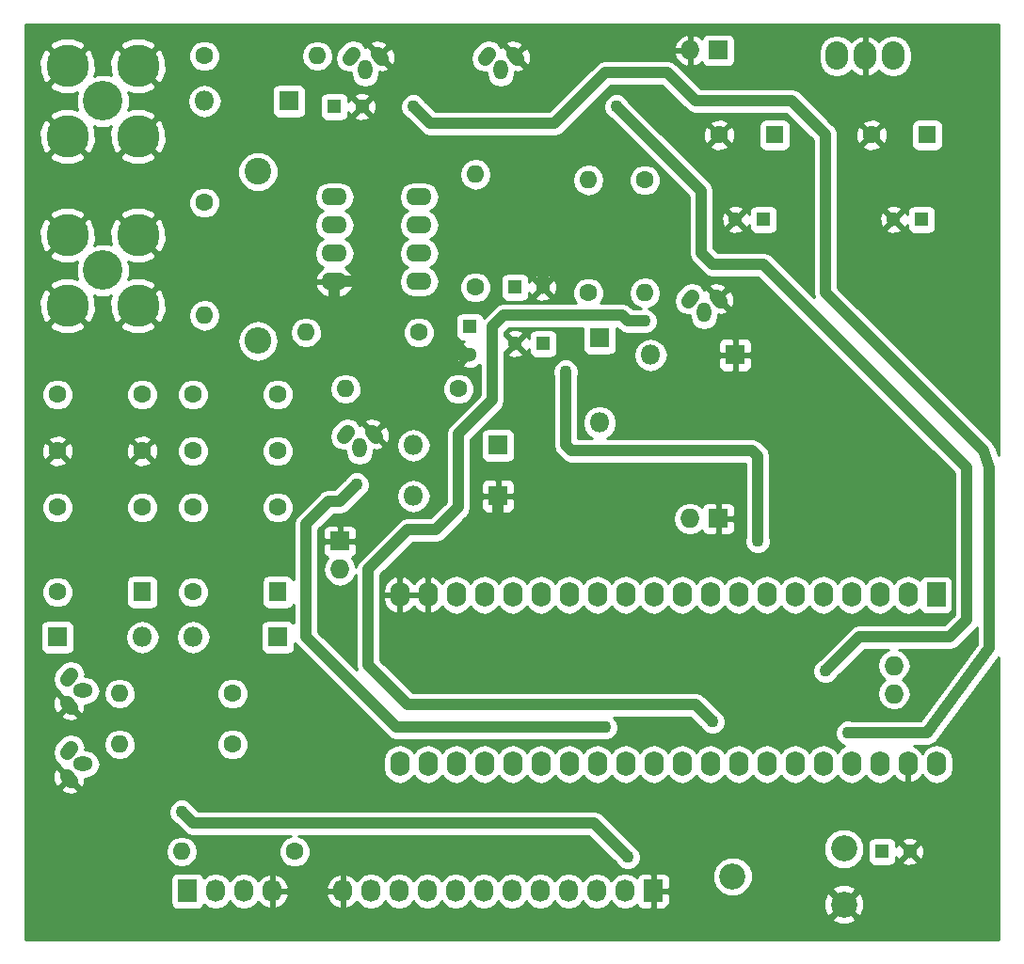
<source format=gbr>
%TF.GenerationSoftware,KiCad,Pcbnew,4.0.2+dfsg1-stable*%
%TF.CreationDate,2018-06-05T19:34:28+02:00*%
%TF.ProjectId,imp_meter,696D705F6D657465722E6B696361645F,rev?*%
%TF.FileFunction,Copper,L1,Top,Signal*%
%FSLAX46Y46*%
G04 Gerber Fmt 4.6, Leading zero omitted, Abs format (unit mm)*
G04 Created by KiCad (PCBNEW 4.0.2+dfsg1-stable) date wto, 5 cze 2018, 19:34:28*
%MOMM*%
G01*
G04 APERTURE LIST*
%ADD10C,0.100000*%
%ADD11R,1.600000X1.600000*%
%ADD12C,1.600000*%
%ADD13R,1.300000X1.300000*%
%ADD14C,1.300000*%
%ADD15R,1.800000X1.800000*%
%ADD16O,1.800000X1.800000*%
%ADD17R,1.727200X1.727200*%
%ADD18O,1.727200X1.727200*%
%ADD19R,1.600000X1.800000*%
%ADD20R,1.727200X2.032000*%
%ADD21O,1.727200X2.032000*%
%ADD22O,1.800860X1.300480*%
%ADD23C,1.300480*%
%ADD24O,1.300480X1.800860*%
%ADD25C,2.400000*%
%ADD26O,2.400000X2.400000*%
%ADD27O,1.600000X1.600000*%
%ADD28C,2.340000*%
%ADD29O,2.032000X2.540000*%
%ADD30R,1.727200X2.250000*%
%ADD31O,1.727200X2.250000*%
%ADD32O,2.300000X1.600000*%
%ADD33C,3.810000*%
%ADD34C,3.556000*%
%ADD35C,1.100000*%
%ADD36C,1.000000*%
%ADD37C,0.254000*%
G04 APERTURE END LIST*
D10*
D11*
X146812000Y-57658000D03*
D12*
X141812000Y-57658000D03*
D13*
X145796000Y-65278000D03*
D14*
X143296000Y-65278000D03*
D13*
X107188000Y-55118000D03*
D14*
X109688000Y-55118000D03*
D13*
X160020000Y-65278000D03*
D14*
X157520000Y-65278000D03*
D11*
X160528000Y-57658000D03*
D12*
X155528000Y-57658000D03*
D13*
X123444000Y-71374000D03*
D14*
X125944000Y-71374000D03*
D13*
X119380000Y-74930000D03*
D14*
X119380000Y-77430000D03*
D13*
X125984000Y-76454000D03*
D14*
X123484000Y-76454000D03*
D13*
X156464000Y-122174000D03*
D14*
X158964000Y-122174000D03*
D15*
X103124000Y-54610000D03*
D16*
X95504000Y-54610000D03*
D15*
X82296000Y-102870000D03*
D16*
X89916000Y-102870000D03*
D15*
X102108000Y-102870000D03*
D16*
X94488000Y-102870000D03*
D15*
X121920000Y-85598000D03*
D16*
X114300000Y-85598000D03*
D15*
X121920000Y-90170000D03*
D16*
X114300000Y-90170000D03*
D15*
X131064000Y-75946000D03*
D16*
X131064000Y-83566000D03*
D15*
X143256000Y-77470000D03*
D16*
X135636000Y-77470000D03*
D17*
X141732000Y-50038000D03*
D18*
X139192000Y-50038000D03*
D17*
X107696000Y-94234000D03*
D18*
X107696000Y-96774000D03*
D17*
X141732000Y-92202000D03*
D18*
X139192000Y-92202000D03*
D12*
X82296000Y-91186000D03*
X82296000Y-86106000D03*
X82296000Y-81026000D03*
D19*
X89916000Y-98806000D03*
D12*
X82296000Y-98806000D03*
X89916000Y-91186000D03*
X89916000Y-81026000D03*
X89916000Y-86106000D03*
X94488000Y-91186000D03*
X94488000Y-86106000D03*
X94488000Y-81026000D03*
D19*
X102108000Y-98806000D03*
D12*
X94488000Y-98806000D03*
X102108000Y-91186000D03*
X102108000Y-81026000D03*
X102108000Y-86106000D03*
D20*
X135890000Y-125730000D03*
D21*
X133350000Y-125730000D03*
X130810000Y-125730000D03*
X128270000Y-125730000D03*
X125730000Y-125730000D03*
X123190000Y-125730000D03*
X120650000Y-125730000D03*
X118110000Y-125730000D03*
X115570000Y-125730000D03*
X113030000Y-125730000D03*
X110490000Y-125730000D03*
X107950000Y-125730000D03*
D20*
X93980000Y-125730000D03*
D21*
X96520000Y-125730000D03*
X99060000Y-125730000D03*
X101600000Y-125730000D03*
D22*
X84582000Y-107696000D03*
D23*
X83488911Y-106249089D02*
X83135089Y-106602911D01*
X83135089Y-108789089D02*
X83488911Y-109142911D01*
D24*
X109982000Y-51816000D03*
D23*
X111428911Y-50722911D02*
X111075089Y-50369089D01*
X108888911Y-50369089D02*
X108535089Y-50722911D01*
D22*
X84582000Y-114300000D03*
D23*
X83488911Y-112853089D02*
X83135089Y-113206911D01*
X83135089Y-115393089D02*
X83488911Y-115746911D01*
D24*
X122174000Y-51816000D03*
D23*
X123620911Y-50722911D02*
X123267089Y-50369089D01*
X121080911Y-50369089D02*
X120727089Y-50722911D01*
D24*
X109474000Y-85852000D03*
D23*
X110920911Y-84758911D02*
X110567089Y-84405089D01*
X108380911Y-84405089D02*
X108027089Y-84758911D01*
D24*
X140462000Y-73660000D03*
D23*
X141908911Y-72566911D02*
X141555089Y-72213089D01*
X139368911Y-72213089D02*
X139015089Y-72566911D01*
D25*
X100330000Y-60960000D03*
D26*
X100330000Y-76200000D03*
D12*
X95504000Y-63754000D03*
D27*
X95504000Y-73914000D03*
D12*
X95504000Y-50546000D03*
D27*
X105664000Y-50546000D03*
D12*
X98044000Y-107950000D03*
D27*
X87884000Y-107950000D03*
D12*
X98044000Y-112522000D03*
D27*
X87884000Y-112522000D03*
D12*
X114808000Y-75438000D03*
D27*
X104648000Y-75438000D03*
D12*
X119888000Y-71374000D03*
D27*
X119888000Y-61214000D03*
D12*
X118364000Y-80518000D03*
D27*
X108204000Y-80518000D03*
D12*
X130048000Y-71882000D03*
D27*
X130048000Y-61722000D03*
D12*
X135128000Y-61722000D03*
D27*
X135128000Y-71882000D03*
D12*
X103632000Y-122174000D03*
D27*
X93472000Y-122174000D03*
D28*
X153035000Y-126920000D03*
X143035000Y-124420000D03*
X153035000Y-121920000D03*
D29*
X154940000Y-50546000D03*
X157480000Y-50546000D03*
X152400000Y-50546000D03*
D30*
X161340800Y-99060000D03*
D31*
X158800800Y-99060000D03*
X156260800Y-99060000D03*
X153720800Y-99060000D03*
X151180800Y-99060000D03*
X148640800Y-99060000D03*
X146100800Y-99060000D03*
X143560800Y-99060000D03*
X141020800Y-99060000D03*
X138480800Y-99060000D03*
X135940800Y-99060000D03*
X133400800Y-99060000D03*
X130860800Y-99060000D03*
X128320800Y-99060000D03*
X125780800Y-99060000D03*
X123240800Y-99060000D03*
X120700800Y-99060000D03*
X118160800Y-99060000D03*
X115620800Y-99060000D03*
X113080800Y-99060000D03*
X113080800Y-114300000D03*
X115620800Y-114300000D03*
X118160800Y-114300000D03*
X120700800Y-114300000D03*
X123240800Y-114300000D03*
X125780800Y-114300000D03*
X128320800Y-114300000D03*
X130860800Y-114300000D03*
X133400800Y-114300000D03*
X135940800Y-114300000D03*
X138480800Y-114300000D03*
X141020800Y-114300000D03*
X143560800Y-114300000D03*
X146100800Y-114300000D03*
X148640800Y-114300000D03*
X151180800Y-114300000D03*
X153720800Y-114300000D03*
X156260800Y-114300000D03*
X158800800Y-114300000D03*
X161391600Y-114300000D03*
D18*
X157530800Y-107960000D03*
X157530800Y-105420000D03*
D32*
X107188000Y-63246000D03*
X107188000Y-65786000D03*
X107188000Y-68326000D03*
X107188000Y-70866000D03*
X114808000Y-70866000D03*
X114808000Y-68326000D03*
X114808000Y-65786000D03*
X114808000Y-63246000D03*
D33*
X83185000Y-51435000D03*
D34*
X86360000Y-54610000D03*
D33*
X89535000Y-51435000D03*
X83185000Y-57785000D03*
X89535000Y-57785000D03*
X83185000Y-66675000D03*
D34*
X86360000Y-69850000D03*
D33*
X89535000Y-66675000D03*
X83185000Y-73025000D03*
X89535000Y-73025000D03*
D35*
X115824000Y-96266000D03*
X89916000Y-128270000D03*
X105156000Y-127762000D03*
X139192000Y-125730000D03*
X93472000Y-118618000D03*
X133604000Y-122682000D03*
X145288000Y-94234000D03*
X128016000Y-78994000D03*
X114300000Y-55118000D03*
X153416000Y-111506000D03*
X132588000Y-55118000D03*
X151384000Y-105918000D03*
X131572000Y-110998000D03*
X109220000Y-89154000D03*
X135128000Y-74422000D03*
X141224000Y-110490000D03*
D36*
X125944000Y-71374000D02*
X125944000Y-63206000D01*
X110744000Y-70866000D02*
X107188000Y-70866000D01*
X110744000Y-62230000D02*
X110744000Y-70866000D01*
X113792000Y-59182000D02*
X110744000Y-62230000D01*
X121920000Y-59182000D02*
X113792000Y-59182000D01*
X125944000Y-63206000D02*
X121920000Y-59182000D01*
X119380000Y-77430000D02*
X111720000Y-77430000D01*
X107188000Y-72898000D02*
X107188000Y-70866000D01*
X111720000Y-77430000D02*
X107188000Y-72898000D01*
X121920000Y-93218000D02*
X121920000Y-90170000D01*
X119888000Y-95250000D02*
X121920000Y-93218000D01*
X116840000Y-95250000D02*
X119888000Y-95250000D01*
X115824000Y-96266000D02*
X116840000Y-95250000D01*
X104140000Y-127762000D02*
X105156000Y-127762000D01*
X103632000Y-128270000D02*
X104140000Y-127762000D01*
X89916000Y-128270000D02*
X103632000Y-128270000D01*
X105156000Y-127762000D02*
X105664000Y-128270000D01*
X136652000Y-128270000D02*
X139192000Y-125730000D01*
X105664000Y-128270000D02*
X136652000Y-128270000D01*
X130556000Y-119634000D02*
X133604000Y-122682000D01*
X94488000Y-119634000D02*
X130556000Y-119634000D01*
X94488000Y-119634000D02*
X93472000Y-118618000D01*
X145288000Y-86614000D02*
X145288000Y-94234000D01*
X144780000Y-86106000D02*
X145288000Y-86614000D01*
X128524000Y-86106000D02*
X144780000Y-86106000D01*
X128016000Y-85598000D02*
X128524000Y-86106000D01*
X128016000Y-78994000D02*
X128016000Y-85598000D01*
X114300000Y-55118000D02*
X115824000Y-56642000D01*
X115824000Y-56642000D02*
X127000000Y-56642000D01*
X127000000Y-56642000D02*
X131572000Y-52070000D01*
X131572000Y-52070000D02*
X137160000Y-52070000D01*
X137160000Y-52070000D02*
X139700000Y-54610000D01*
X139700000Y-54610000D02*
X148336000Y-54610000D01*
X148336000Y-54610000D02*
X151384000Y-57658000D01*
X151384000Y-57658000D02*
X151384000Y-71882000D01*
X151384000Y-71882000D02*
X165608000Y-86106000D01*
X165608000Y-86106000D02*
X166116000Y-87630000D01*
X166116000Y-87630000D02*
X166116000Y-103886000D01*
X166116000Y-103886000D02*
X160528000Y-111506000D01*
X160528000Y-111506000D02*
X153416000Y-111506000D01*
X132588000Y-55118000D02*
X140208000Y-62738000D01*
X140208000Y-62738000D02*
X140208000Y-68326000D01*
X140208000Y-68326000D02*
X141224000Y-69342000D01*
X141224000Y-69342000D02*
X145796000Y-69342000D01*
X145796000Y-69342000D02*
X164084000Y-87630000D01*
X164084000Y-87630000D02*
X164084000Y-101346000D01*
X164084000Y-101346000D02*
X162560000Y-102870000D01*
X162560000Y-102870000D02*
X154432000Y-102870000D01*
X154432000Y-102870000D02*
X151384000Y-105918000D01*
X112776000Y-110998000D02*
X131572000Y-110998000D01*
X104648000Y-102870000D02*
X112776000Y-110998000D01*
X104648000Y-92710000D02*
X104648000Y-102870000D01*
X106680000Y-90678000D02*
X104648000Y-92710000D01*
X107696000Y-90678000D02*
X106680000Y-90678000D01*
X109220000Y-89154000D02*
X107696000Y-90678000D01*
X133604000Y-74422000D02*
X135128000Y-74422000D01*
X133096000Y-73914000D02*
X133604000Y-74422000D01*
X122428000Y-73914000D02*
X133096000Y-73914000D01*
X121412000Y-74930000D02*
X122428000Y-73914000D01*
X121412000Y-81534000D02*
X121412000Y-74930000D01*
X118364000Y-84582000D02*
X121412000Y-81534000D01*
X118364000Y-91186000D02*
X118364000Y-84582000D01*
X116332000Y-93218000D02*
X118364000Y-91186000D01*
X113792000Y-93218000D02*
X116332000Y-93218000D01*
X110236000Y-96774000D02*
X113792000Y-93218000D01*
X110236000Y-105410000D02*
X110236000Y-96774000D01*
X113792000Y-108966000D02*
X110236000Y-105410000D01*
X139700000Y-108966000D02*
X113792000Y-108966000D01*
X141224000Y-110490000D02*
X139700000Y-108966000D01*
D37*
G36*
X166930000Y-86482813D02*
X166684756Y-85747081D01*
X166664558Y-85711649D01*
X166656603Y-85671655D01*
X166555538Y-85520400D01*
X166465440Y-85362346D01*
X166433223Y-85337342D01*
X166410566Y-85303434D01*
X152519000Y-71411868D01*
X152519000Y-66177016D01*
X156800590Y-66177016D01*
X156856271Y-66407611D01*
X157339078Y-66575622D01*
X157849428Y-66546083D01*
X158183729Y-66407611D01*
X158239410Y-66177016D01*
X157520000Y-65457605D01*
X156800590Y-66177016D01*
X152519000Y-66177016D01*
X152519000Y-65097078D01*
X156222378Y-65097078D01*
X156251917Y-65607428D01*
X156390389Y-65941729D01*
X156620984Y-65997410D01*
X157340395Y-65278000D01*
X157699605Y-65278000D01*
X158419016Y-65997410D01*
X158649611Y-65941729D01*
X158722560Y-65732098D01*
X158722560Y-65928000D01*
X158766838Y-66163317D01*
X158905910Y-66379441D01*
X159118110Y-66524431D01*
X159370000Y-66575440D01*
X160670000Y-66575440D01*
X160905317Y-66531162D01*
X161121441Y-66392090D01*
X161266431Y-66179890D01*
X161317440Y-65928000D01*
X161317440Y-64628000D01*
X161273162Y-64392683D01*
X161134090Y-64176559D01*
X160921890Y-64031569D01*
X160670000Y-63980560D01*
X159370000Y-63980560D01*
X159134683Y-64024838D01*
X158918559Y-64163910D01*
X158773569Y-64376110D01*
X158722560Y-64628000D01*
X158722560Y-64790385D01*
X158649611Y-64614271D01*
X158419016Y-64558590D01*
X157699605Y-65278000D01*
X157340395Y-65278000D01*
X156620984Y-64558590D01*
X156390389Y-64614271D01*
X156222378Y-65097078D01*
X152519000Y-65097078D01*
X152519000Y-64378984D01*
X156800590Y-64378984D01*
X157520000Y-65098395D01*
X158239410Y-64378984D01*
X158183729Y-64148389D01*
X157700922Y-63980378D01*
X157190572Y-64009917D01*
X156856271Y-64148389D01*
X156800590Y-64378984D01*
X152519000Y-64378984D01*
X152519000Y-58665745D01*
X154699861Y-58665745D01*
X154773995Y-58911864D01*
X155311223Y-59104965D01*
X155881454Y-59077778D01*
X156282005Y-58911864D01*
X156356139Y-58665745D01*
X155528000Y-57837605D01*
X154699861Y-58665745D01*
X152519000Y-58665745D01*
X152519000Y-57658000D01*
X152475881Y-57441223D01*
X154081035Y-57441223D01*
X154108222Y-58011454D01*
X154274136Y-58412005D01*
X154520255Y-58486139D01*
X155348395Y-57658000D01*
X155707605Y-57658000D01*
X156535745Y-58486139D01*
X156781864Y-58412005D01*
X156974965Y-57874777D01*
X156947778Y-57304546D01*
X156781864Y-56903995D01*
X156629165Y-56858000D01*
X159080560Y-56858000D01*
X159080560Y-58458000D01*
X159124838Y-58693317D01*
X159263910Y-58909441D01*
X159476110Y-59054431D01*
X159728000Y-59105440D01*
X161328000Y-59105440D01*
X161563317Y-59061162D01*
X161779441Y-58922090D01*
X161924431Y-58709890D01*
X161975440Y-58458000D01*
X161975440Y-56858000D01*
X161931162Y-56622683D01*
X161792090Y-56406559D01*
X161579890Y-56261569D01*
X161328000Y-56210560D01*
X159728000Y-56210560D01*
X159492683Y-56254838D01*
X159276559Y-56393910D01*
X159131569Y-56606110D01*
X159080560Y-56858000D01*
X156629165Y-56858000D01*
X156535745Y-56829861D01*
X155707605Y-57658000D01*
X155348395Y-57658000D01*
X154520255Y-56829861D01*
X154274136Y-56903995D01*
X154081035Y-57441223D01*
X152475881Y-57441223D01*
X152432603Y-57223654D01*
X152186566Y-56855434D01*
X151981387Y-56650255D01*
X154699861Y-56650255D01*
X155528000Y-57478395D01*
X156356139Y-56650255D01*
X156282005Y-56404136D01*
X155744777Y-56211035D01*
X155174546Y-56238222D01*
X154773995Y-56404136D01*
X154699861Y-56650255D01*
X151981387Y-56650255D01*
X149138565Y-53807433D01*
X148770346Y-53561397D01*
X148336000Y-53475000D01*
X140170133Y-53475000D01*
X137962566Y-51267434D01*
X137903188Y-51227759D01*
X137594346Y-51021397D01*
X137160000Y-50935000D01*
X131572000Y-50935000D01*
X131137654Y-51021397D01*
X130769434Y-51267434D01*
X126529868Y-55507000D01*
X116294133Y-55507000D01*
X115354765Y-54567633D01*
X115305180Y-54447628D01*
X114972125Y-54113991D01*
X114536745Y-53933206D01*
X114065323Y-53932794D01*
X113629628Y-54112820D01*
X113295991Y-54445875D01*
X113115206Y-54881255D01*
X113114794Y-55352677D01*
X113294820Y-55788372D01*
X113627875Y-56122009D01*
X113749294Y-56172427D01*
X115021433Y-57444566D01*
X115262131Y-57605395D01*
X115389654Y-57690603D01*
X115824000Y-57777000D01*
X127000000Y-57777000D01*
X127434346Y-57690603D01*
X127802566Y-57444566D01*
X132042132Y-53205000D01*
X136689868Y-53205000D01*
X138897433Y-55412566D01*
X139168066Y-55593397D01*
X139265654Y-55658603D01*
X139700000Y-55745000D01*
X147865868Y-55745000D01*
X150249000Y-58128132D01*
X150249000Y-71882000D01*
X150325445Y-72266313D01*
X146598566Y-68539434D01*
X146230346Y-68293397D01*
X145796000Y-68207000D01*
X141694132Y-68207000D01*
X141343000Y-67855868D01*
X141343000Y-66177016D01*
X142576590Y-66177016D01*
X142632271Y-66407611D01*
X143115078Y-66575622D01*
X143625428Y-66546083D01*
X143959729Y-66407611D01*
X144015410Y-66177016D01*
X143296000Y-65457605D01*
X142576590Y-66177016D01*
X141343000Y-66177016D01*
X141343000Y-65097078D01*
X141998378Y-65097078D01*
X142027917Y-65607428D01*
X142166389Y-65941729D01*
X142396984Y-65997410D01*
X143116395Y-65278000D01*
X143475605Y-65278000D01*
X144195016Y-65997410D01*
X144425611Y-65941729D01*
X144498560Y-65732098D01*
X144498560Y-65928000D01*
X144542838Y-66163317D01*
X144681910Y-66379441D01*
X144894110Y-66524431D01*
X145146000Y-66575440D01*
X146446000Y-66575440D01*
X146681317Y-66531162D01*
X146897441Y-66392090D01*
X147042431Y-66179890D01*
X147093440Y-65928000D01*
X147093440Y-64628000D01*
X147049162Y-64392683D01*
X146910090Y-64176559D01*
X146697890Y-64031569D01*
X146446000Y-63980560D01*
X145146000Y-63980560D01*
X144910683Y-64024838D01*
X144694559Y-64163910D01*
X144549569Y-64376110D01*
X144498560Y-64628000D01*
X144498560Y-64790385D01*
X144425611Y-64614271D01*
X144195016Y-64558590D01*
X143475605Y-65278000D01*
X143116395Y-65278000D01*
X142396984Y-64558590D01*
X142166389Y-64614271D01*
X141998378Y-65097078D01*
X141343000Y-65097078D01*
X141343000Y-64378984D01*
X142576590Y-64378984D01*
X143296000Y-65098395D01*
X144015410Y-64378984D01*
X143959729Y-64148389D01*
X143476922Y-63980378D01*
X142966572Y-64009917D01*
X142632271Y-64148389D01*
X142576590Y-64378984D01*
X141343000Y-64378984D01*
X141343000Y-62738000D01*
X141256603Y-62303654D01*
X141010566Y-61935434D01*
X137740877Y-58665745D01*
X140983861Y-58665745D01*
X141057995Y-58911864D01*
X141595223Y-59104965D01*
X142165454Y-59077778D01*
X142566005Y-58911864D01*
X142640139Y-58665745D01*
X141812000Y-57837605D01*
X140983861Y-58665745D01*
X137740877Y-58665745D01*
X136516355Y-57441223D01*
X140365035Y-57441223D01*
X140392222Y-58011454D01*
X140558136Y-58412005D01*
X140804255Y-58486139D01*
X141632395Y-57658000D01*
X141991605Y-57658000D01*
X142819745Y-58486139D01*
X143065864Y-58412005D01*
X143258965Y-57874777D01*
X143231778Y-57304546D01*
X143065864Y-56903995D01*
X142913165Y-56858000D01*
X145364560Y-56858000D01*
X145364560Y-58458000D01*
X145408838Y-58693317D01*
X145547910Y-58909441D01*
X145760110Y-59054431D01*
X146012000Y-59105440D01*
X147612000Y-59105440D01*
X147847317Y-59061162D01*
X148063441Y-58922090D01*
X148208431Y-58709890D01*
X148259440Y-58458000D01*
X148259440Y-56858000D01*
X148215162Y-56622683D01*
X148076090Y-56406559D01*
X147863890Y-56261569D01*
X147612000Y-56210560D01*
X146012000Y-56210560D01*
X145776683Y-56254838D01*
X145560559Y-56393910D01*
X145415569Y-56606110D01*
X145364560Y-56858000D01*
X142913165Y-56858000D01*
X142819745Y-56829861D01*
X141991605Y-57658000D01*
X141632395Y-57658000D01*
X140804255Y-56829861D01*
X140558136Y-56903995D01*
X140365035Y-57441223D01*
X136516355Y-57441223D01*
X135725387Y-56650255D01*
X140983861Y-56650255D01*
X141812000Y-57478395D01*
X142640139Y-56650255D01*
X142566005Y-56404136D01*
X142028777Y-56211035D01*
X141458546Y-56238222D01*
X141057995Y-56404136D01*
X140983861Y-56650255D01*
X135725387Y-56650255D01*
X133642765Y-54567633D01*
X133593180Y-54447628D01*
X133260125Y-54113991D01*
X132824745Y-53933206D01*
X132353323Y-53932794D01*
X131917628Y-54112820D01*
X131583991Y-54445875D01*
X131403206Y-54881255D01*
X131402794Y-55352677D01*
X131582820Y-55788372D01*
X131915875Y-56122009D01*
X132037295Y-56172427D01*
X139073000Y-63208132D01*
X139073000Y-68326000D01*
X139159397Y-68760346D01*
X139257826Y-68907655D01*
X139405434Y-69128566D01*
X140421434Y-70144566D01*
X140789654Y-70390603D01*
X141224000Y-70477000D01*
X145325868Y-70477000D01*
X162949000Y-88100132D01*
X162949000Y-100875867D01*
X162089868Y-101735000D01*
X154432000Y-101735000D01*
X153997654Y-101821397D01*
X153629434Y-102067434D01*
X150833633Y-104863235D01*
X150713628Y-104912820D01*
X150379991Y-105245875D01*
X150199206Y-105681255D01*
X150198794Y-106152677D01*
X150378820Y-106588372D01*
X150711875Y-106922009D01*
X151147255Y-107102794D01*
X151618677Y-107103206D01*
X152054372Y-106923180D01*
X152388009Y-106590125D01*
X152438427Y-106468705D01*
X154902132Y-104005000D01*
X157081155Y-104005000D01*
X156927952Y-104035474D01*
X156441771Y-104360330D01*
X156116915Y-104846511D01*
X156002841Y-105420000D01*
X156116915Y-105993489D01*
X156441771Y-106479670D01*
X156756552Y-106690000D01*
X156441771Y-106900330D01*
X156116915Y-107386511D01*
X156002841Y-107960000D01*
X156116915Y-108533489D01*
X156441771Y-109019670D01*
X156927952Y-109344526D01*
X157501441Y-109458600D01*
X157560159Y-109458600D01*
X158133648Y-109344526D01*
X158619829Y-109019670D01*
X158944685Y-108533489D01*
X159058759Y-107960000D01*
X158944685Y-107386511D01*
X158619829Y-106900330D01*
X158305048Y-106690000D01*
X158619829Y-106479670D01*
X158944685Y-105993489D01*
X159058759Y-105420000D01*
X158944685Y-104846511D01*
X158619829Y-104360330D01*
X158133648Y-104035474D01*
X157980445Y-104005000D01*
X162560000Y-104005000D01*
X162994346Y-103918603D01*
X163362566Y-103672566D01*
X164886566Y-102148567D01*
X164981000Y-102007236D01*
X164981000Y-103514434D01*
X159952851Y-110371000D01*
X153772663Y-110371000D01*
X153652745Y-110321206D01*
X153181323Y-110320794D01*
X152745628Y-110500820D01*
X152411991Y-110833875D01*
X152231206Y-111269255D01*
X152230794Y-111740677D01*
X152410820Y-112176372D01*
X152743875Y-112510009D01*
X153093836Y-112655325D01*
X152661130Y-112944450D01*
X152450800Y-113259231D01*
X152240470Y-112944450D01*
X151754289Y-112619594D01*
X151180800Y-112505520D01*
X150607311Y-112619594D01*
X150121130Y-112944450D01*
X149910800Y-113259231D01*
X149700470Y-112944450D01*
X149214289Y-112619594D01*
X148640800Y-112505520D01*
X148067311Y-112619594D01*
X147581130Y-112944450D01*
X147370800Y-113259231D01*
X147160470Y-112944450D01*
X146674289Y-112619594D01*
X146100800Y-112505520D01*
X145527311Y-112619594D01*
X145041130Y-112944450D01*
X144830800Y-113259231D01*
X144620470Y-112944450D01*
X144134289Y-112619594D01*
X143560800Y-112505520D01*
X142987311Y-112619594D01*
X142501130Y-112944450D01*
X142290800Y-113259231D01*
X142080470Y-112944450D01*
X141594289Y-112619594D01*
X141020800Y-112505520D01*
X140447311Y-112619594D01*
X139961130Y-112944450D01*
X139750800Y-113259231D01*
X139540470Y-112944450D01*
X139054289Y-112619594D01*
X138480800Y-112505520D01*
X137907311Y-112619594D01*
X137421130Y-112944450D01*
X137210800Y-113259231D01*
X137000470Y-112944450D01*
X136514289Y-112619594D01*
X135940800Y-112505520D01*
X135367311Y-112619594D01*
X134881130Y-112944450D01*
X134670800Y-113259231D01*
X134460470Y-112944450D01*
X133974289Y-112619594D01*
X133400800Y-112505520D01*
X132827311Y-112619594D01*
X132341130Y-112944450D01*
X132130800Y-113259231D01*
X131920470Y-112944450D01*
X131434289Y-112619594D01*
X130860800Y-112505520D01*
X130287311Y-112619594D01*
X129801130Y-112944450D01*
X129590800Y-113259231D01*
X129380470Y-112944450D01*
X128894289Y-112619594D01*
X128320800Y-112505520D01*
X127747311Y-112619594D01*
X127261130Y-112944450D01*
X127050800Y-113259231D01*
X126840470Y-112944450D01*
X126354289Y-112619594D01*
X125780800Y-112505520D01*
X125207311Y-112619594D01*
X124721130Y-112944450D01*
X124510800Y-113259231D01*
X124300470Y-112944450D01*
X123814289Y-112619594D01*
X123240800Y-112505520D01*
X122667311Y-112619594D01*
X122181130Y-112944450D01*
X121970800Y-113259231D01*
X121760470Y-112944450D01*
X121274289Y-112619594D01*
X120700800Y-112505520D01*
X120127311Y-112619594D01*
X119641130Y-112944450D01*
X119430800Y-113259231D01*
X119220470Y-112944450D01*
X118734289Y-112619594D01*
X118160800Y-112505520D01*
X117587311Y-112619594D01*
X117101130Y-112944450D01*
X116890800Y-113259231D01*
X116680470Y-112944450D01*
X116194289Y-112619594D01*
X115620800Y-112505520D01*
X115047311Y-112619594D01*
X114561130Y-112944450D01*
X114350800Y-113259231D01*
X114140470Y-112944450D01*
X113654289Y-112619594D01*
X113080800Y-112505520D01*
X112507311Y-112619594D01*
X112021130Y-112944450D01*
X111696274Y-113430631D01*
X111582200Y-114004120D01*
X111582200Y-114595880D01*
X111696274Y-115169369D01*
X112021130Y-115655550D01*
X112507311Y-115980406D01*
X113080800Y-116094480D01*
X113654289Y-115980406D01*
X114140470Y-115655550D01*
X114350800Y-115340769D01*
X114561130Y-115655550D01*
X115047311Y-115980406D01*
X115620800Y-116094480D01*
X116194289Y-115980406D01*
X116680470Y-115655550D01*
X116890800Y-115340769D01*
X117101130Y-115655550D01*
X117587311Y-115980406D01*
X118160800Y-116094480D01*
X118734289Y-115980406D01*
X119220470Y-115655550D01*
X119430800Y-115340769D01*
X119641130Y-115655550D01*
X120127311Y-115980406D01*
X120700800Y-116094480D01*
X121274289Y-115980406D01*
X121760470Y-115655550D01*
X121970800Y-115340769D01*
X122181130Y-115655550D01*
X122667311Y-115980406D01*
X123240800Y-116094480D01*
X123814289Y-115980406D01*
X124300470Y-115655550D01*
X124510800Y-115340769D01*
X124721130Y-115655550D01*
X125207311Y-115980406D01*
X125780800Y-116094480D01*
X126354289Y-115980406D01*
X126840470Y-115655550D01*
X127050800Y-115340769D01*
X127261130Y-115655550D01*
X127747311Y-115980406D01*
X128320800Y-116094480D01*
X128894289Y-115980406D01*
X129380470Y-115655550D01*
X129590800Y-115340769D01*
X129801130Y-115655550D01*
X130287311Y-115980406D01*
X130860800Y-116094480D01*
X131434289Y-115980406D01*
X131920470Y-115655550D01*
X132130800Y-115340769D01*
X132341130Y-115655550D01*
X132827311Y-115980406D01*
X133400800Y-116094480D01*
X133974289Y-115980406D01*
X134460470Y-115655550D01*
X134670800Y-115340769D01*
X134881130Y-115655550D01*
X135367311Y-115980406D01*
X135940800Y-116094480D01*
X136514289Y-115980406D01*
X137000470Y-115655550D01*
X137210800Y-115340769D01*
X137421130Y-115655550D01*
X137907311Y-115980406D01*
X138480800Y-116094480D01*
X139054289Y-115980406D01*
X139540470Y-115655550D01*
X139750800Y-115340769D01*
X139961130Y-115655550D01*
X140447311Y-115980406D01*
X141020800Y-116094480D01*
X141594289Y-115980406D01*
X142080470Y-115655550D01*
X142290800Y-115340769D01*
X142501130Y-115655550D01*
X142987311Y-115980406D01*
X143560800Y-116094480D01*
X144134289Y-115980406D01*
X144620470Y-115655550D01*
X144830800Y-115340769D01*
X145041130Y-115655550D01*
X145527311Y-115980406D01*
X146100800Y-116094480D01*
X146674289Y-115980406D01*
X147160470Y-115655550D01*
X147370800Y-115340769D01*
X147581130Y-115655550D01*
X148067311Y-115980406D01*
X148640800Y-116094480D01*
X149214289Y-115980406D01*
X149700470Y-115655550D01*
X149910800Y-115340769D01*
X150121130Y-115655550D01*
X150607311Y-115980406D01*
X151180800Y-116094480D01*
X151754289Y-115980406D01*
X152240470Y-115655550D01*
X152450800Y-115340769D01*
X152661130Y-115655550D01*
X153147311Y-115980406D01*
X153720800Y-116094480D01*
X154294289Y-115980406D01*
X154780470Y-115655550D01*
X154990800Y-115340769D01*
X155201130Y-115655550D01*
X155687311Y-115980406D01*
X156260800Y-116094480D01*
X156834289Y-115980406D01*
X157320470Y-115655550D01*
X157532963Y-115337532D01*
X157830932Y-115710873D01*
X158344643Y-115994527D01*
X158441774Y-116016358D01*
X158673800Y-115895217D01*
X158673800Y-114427000D01*
X158653800Y-114427000D01*
X158653800Y-114173000D01*
X158673800Y-114173000D01*
X158673800Y-114153000D01*
X158927800Y-114153000D01*
X158927800Y-114173000D01*
X158947800Y-114173000D01*
X158947800Y-114427000D01*
X158927800Y-114427000D01*
X158927800Y-115895217D01*
X159159826Y-116016358D01*
X159256957Y-115994527D01*
X159770668Y-115710873D01*
X160096288Y-115302887D01*
X160331930Y-115655550D01*
X160818111Y-115980406D01*
X161391600Y-116094480D01*
X161965089Y-115980406D01*
X162451270Y-115655550D01*
X162776126Y-115169369D01*
X162890200Y-114595880D01*
X162890200Y-114004120D01*
X162776126Y-113430631D01*
X162451270Y-112944450D01*
X161965089Y-112619594D01*
X161391600Y-112505520D01*
X160818111Y-112619594D01*
X160331930Y-112944450D01*
X160096288Y-113297113D01*
X159770668Y-112889127D01*
X159321298Y-112641000D01*
X160528000Y-112641000D01*
X160613496Y-112623994D01*
X160700585Y-112627802D01*
X160828667Y-112581194D01*
X160962346Y-112554603D01*
X161034827Y-112506172D01*
X161116742Y-112476364D01*
X161217237Y-112384290D01*
X161330566Y-112308566D01*
X161378995Y-112236087D01*
X161443270Y-112177198D01*
X166930000Y-104695293D01*
X166930000Y-130100000D01*
X79450000Y-130100000D01*
X79450000Y-128195486D01*
X151939120Y-128195486D01*
X152058586Y-128479984D01*
X152729890Y-128734894D01*
X153447646Y-128713504D01*
X154011414Y-128479984D01*
X154130880Y-128195486D01*
X153035000Y-127099605D01*
X151939120Y-128195486D01*
X79450000Y-128195486D01*
X79450000Y-124714000D01*
X92468960Y-124714000D01*
X92468960Y-126746000D01*
X92513238Y-126981317D01*
X92652310Y-127197441D01*
X92864510Y-127342431D01*
X93116400Y-127393440D01*
X94843600Y-127393440D01*
X95078917Y-127349162D01*
X95295041Y-127210090D01*
X95440031Y-126997890D01*
X95448400Y-126956561D01*
X95460330Y-126974415D01*
X95946511Y-127299271D01*
X96520000Y-127413345D01*
X97093489Y-127299271D01*
X97579670Y-126974415D01*
X97790000Y-126659634D01*
X98000330Y-126974415D01*
X98486511Y-127299271D01*
X99060000Y-127413345D01*
X99633489Y-127299271D01*
X100119670Y-126974415D01*
X100326461Y-126664931D01*
X100697964Y-127080732D01*
X101225209Y-127334709D01*
X101240974Y-127337358D01*
X101473000Y-127216217D01*
X101473000Y-125857000D01*
X101727000Y-125857000D01*
X101727000Y-127216217D01*
X101959026Y-127337358D01*
X101974791Y-127334709D01*
X102502036Y-127080732D01*
X102891954Y-126644320D01*
X103085184Y-126091913D01*
X106464816Y-126091913D01*
X106658046Y-126644320D01*
X107047964Y-127080732D01*
X107575209Y-127334709D01*
X107590974Y-127337358D01*
X107823000Y-127216217D01*
X107823000Y-125857000D01*
X106609076Y-125857000D01*
X106464816Y-126091913D01*
X103085184Y-126091913D01*
X102940924Y-125857000D01*
X101727000Y-125857000D01*
X101473000Y-125857000D01*
X101453000Y-125857000D01*
X101453000Y-125603000D01*
X101473000Y-125603000D01*
X101473000Y-124243783D01*
X101727000Y-124243783D01*
X101727000Y-125603000D01*
X102940924Y-125603000D01*
X103085184Y-125368087D01*
X106464816Y-125368087D01*
X106609076Y-125603000D01*
X107823000Y-125603000D01*
X107823000Y-124243783D01*
X108077000Y-124243783D01*
X108077000Y-125603000D01*
X108097000Y-125603000D01*
X108097000Y-125857000D01*
X108077000Y-125857000D01*
X108077000Y-127216217D01*
X108309026Y-127337358D01*
X108324791Y-127334709D01*
X108852036Y-127080732D01*
X109223539Y-126664931D01*
X109430330Y-126974415D01*
X109916511Y-127299271D01*
X110490000Y-127413345D01*
X111063489Y-127299271D01*
X111549670Y-126974415D01*
X111760000Y-126659634D01*
X111970330Y-126974415D01*
X112456511Y-127299271D01*
X113030000Y-127413345D01*
X113603489Y-127299271D01*
X114089670Y-126974415D01*
X114300000Y-126659634D01*
X114510330Y-126974415D01*
X114996511Y-127299271D01*
X115570000Y-127413345D01*
X116143489Y-127299271D01*
X116629670Y-126974415D01*
X116840000Y-126659634D01*
X117050330Y-126974415D01*
X117536511Y-127299271D01*
X118110000Y-127413345D01*
X118683489Y-127299271D01*
X119169670Y-126974415D01*
X119380000Y-126659634D01*
X119590330Y-126974415D01*
X120076511Y-127299271D01*
X120650000Y-127413345D01*
X121223489Y-127299271D01*
X121709670Y-126974415D01*
X121920000Y-126659634D01*
X122130330Y-126974415D01*
X122616511Y-127299271D01*
X123190000Y-127413345D01*
X123763489Y-127299271D01*
X124249670Y-126974415D01*
X124460000Y-126659634D01*
X124670330Y-126974415D01*
X125156511Y-127299271D01*
X125730000Y-127413345D01*
X126303489Y-127299271D01*
X126789670Y-126974415D01*
X127000000Y-126659634D01*
X127210330Y-126974415D01*
X127696511Y-127299271D01*
X128270000Y-127413345D01*
X128843489Y-127299271D01*
X129329670Y-126974415D01*
X129540000Y-126659634D01*
X129750330Y-126974415D01*
X130236511Y-127299271D01*
X130810000Y-127413345D01*
X131383489Y-127299271D01*
X131869670Y-126974415D01*
X132080000Y-126659634D01*
X132290330Y-126974415D01*
X132776511Y-127299271D01*
X133350000Y-127413345D01*
X133923489Y-127299271D01*
X134409670Y-126974415D01*
X134424500Y-126952220D01*
X134488073Y-127105698D01*
X134666701Y-127284327D01*
X134900090Y-127381000D01*
X135604250Y-127381000D01*
X135763000Y-127222250D01*
X135763000Y-125857000D01*
X136017000Y-125857000D01*
X136017000Y-127222250D01*
X136175750Y-127381000D01*
X136879910Y-127381000D01*
X137113299Y-127284327D01*
X137291927Y-127105698D01*
X137388600Y-126872309D01*
X137388600Y-126614890D01*
X151220106Y-126614890D01*
X151241496Y-127332646D01*
X151475016Y-127896414D01*
X151759514Y-128015880D01*
X152855395Y-126920000D01*
X153214605Y-126920000D01*
X154310486Y-128015880D01*
X154594984Y-127896414D01*
X154849894Y-127225110D01*
X154828504Y-126507354D01*
X154594984Y-125943586D01*
X154310486Y-125824120D01*
X153214605Y-126920000D01*
X152855395Y-126920000D01*
X151759514Y-125824120D01*
X151475016Y-125943586D01*
X151220106Y-126614890D01*
X137388600Y-126614890D01*
X137388600Y-126015750D01*
X137229850Y-125857000D01*
X136017000Y-125857000D01*
X135763000Y-125857000D01*
X135743000Y-125857000D01*
X135743000Y-125603000D01*
X135763000Y-125603000D01*
X135763000Y-124237750D01*
X136017000Y-124237750D01*
X136017000Y-125603000D01*
X137229850Y-125603000D01*
X137388600Y-125444250D01*
X137388600Y-124777462D01*
X141229687Y-124777462D01*
X141503903Y-125441115D01*
X142011215Y-125949312D01*
X142674388Y-126224686D01*
X143392462Y-126225313D01*
X144056115Y-125951097D01*
X144363232Y-125644514D01*
X151939120Y-125644514D01*
X153035000Y-126740395D01*
X154130880Y-125644514D01*
X154011414Y-125360016D01*
X153340110Y-125105106D01*
X152622354Y-125126496D01*
X152058586Y-125360016D01*
X151939120Y-125644514D01*
X144363232Y-125644514D01*
X144564312Y-125443785D01*
X144839686Y-124780612D01*
X144840313Y-124062538D01*
X144566097Y-123398885D01*
X144058785Y-122890688D01*
X143395612Y-122615314D01*
X142677538Y-122614687D01*
X142013885Y-122888903D01*
X141505688Y-123396215D01*
X141230314Y-124059388D01*
X141229687Y-124777462D01*
X137388600Y-124777462D01*
X137388600Y-124587691D01*
X137291927Y-124354302D01*
X137113299Y-124175673D01*
X136879910Y-124079000D01*
X136175750Y-124079000D01*
X136017000Y-124237750D01*
X135763000Y-124237750D01*
X135604250Y-124079000D01*
X134900090Y-124079000D01*
X134666701Y-124175673D01*
X134488073Y-124354302D01*
X134424500Y-124507780D01*
X134409670Y-124485585D01*
X133923489Y-124160729D01*
X133350000Y-124046655D01*
X132776511Y-124160729D01*
X132290330Y-124485585D01*
X132080000Y-124800366D01*
X131869670Y-124485585D01*
X131383489Y-124160729D01*
X130810000Y-124046655D01*
X130236511Y-124160729D01*
X129750330Y-124485585D01*
X129540000Y-124800366D01*
X129329670Y-124485585D01*
X128843489Y-124160729D01*
X128270000Y-124046655D01*
X127696511Y-124160729D01*
X127210330Y-124485585D01*
X127000000Y-124800366D01*
X126789670Y-124485585D01*
X126303489Y-124160729D01*
X125730000Y-124046655D01*
X125156511Y-124160729D01*
X124670330Y-124485585D01*
X124460000Y-124800366D01*
X124249670Y-124485585D01*
X123763489Y-124160729D01*
X123190000Y-124046655D01*
X122616511Y-124160729D01*
X122130330Y-124485585D01*
X121920000Y-124800366D01*
X121709670Y-124485585D01*
X121223489Y-124160729D01*
X120650000Y-124046655D01*
X120076511Y-124160729D01*
X119590330Y-124485585D01*
X119380000Y-124800366D01*
X119169670Y-124485585D01*
X118683489Y-124160729D01*
X118110000Y-124046655D01*
X117536511Y-124160729D01*
X117050330Y-124485585D01*
X116840000Y-124800366D01*
X116629670Y-124485585D01*
X116143489Y-124160729D01*
X115570000Y-124046655D01*
X114996511Y-124160729D01*
X114510330Y-124485585D01*
X114300000Y-124800366D01*
X114089670Y-124485585D01*
X113603489Y-124160729D01*
X113030000Y-124046655D01*
X112456511Y-124160729D01*
X111970330Y-124485585D01*
X111760000Y-124800366D01*
X111549670Y-124485585D01*
X111063489Y-124160729D01*
X110490000Y-124046655D01*
X109916511Y-124160729D01*
X109430330Y-124485585D01*
X109223539Y-124795069D01*
X108852036Y-124379268D01*
X108324791Y-124125291D01*
X108309026Y-124122642D01*
X108077000Y-124243783D01*
X107823000Y-124243783D01*
X107590974Y-124122642D01*
X107575209Y-124125291D01*
X107047964Y-124379268D01*
X106658046Y-124815680D01*
X106464816Y-125368087D01*
X103085184Y-125368087D01*
X102891954Y-124815680D01*
X102502036Y-124379268D01*
X101974791Y-124125291D01*
X101959026Y-124122642D01*
X101727000Y-124243783D01*
X101473000Y-124243783D01*
X101240974Y-124122642D01*
X101225209Y-124125291D01*
X100697964Y-124379268D01*
X100326461Y-124795069D01*
X100119670Y-124485585D01*
X99633489Y-124160729D01*
X99060000Y-124046655D01*
X98486511Y-124160729D01*
X98000330Y-124485585D01*
X97790000Y-124800366D01*
X97579670Y-124485585D01*
X97093489Y-124160729D01*
X96520000Y-124046655D01*
X95946511Y-124160729D01*
X95460330Y-124485585D01*
X95450757Y-124499913D01*
X95446762Y-124478683D01*
X95307690Y-124262559D01*
X95095490Y-124117569D01*
X94843600Y-124066560D01*
X93116400Y-124066560D01*
X92881083Y-124110838D01*
X92664959Y-124249910D01*
X92519969Y-124462110D01*
X92468960Y-124714000D01*
X79450000Y-124714000D01*
X79450000Y-122174000D01*
X92008887Y-122174000D01*
X92118120Y-122723151D01*
X92429189Y-123188698D01*
X92894736Y-123499767D01*
X93443887Y-123609000D01*
X93500113Y-123609000D01*
X94049264Y-123499767D01*
X94514811Y-123188698D01*
X94825880Y-122723151D01*
X94935113Y-122174000D01*
X94825880Y-121624849D01*
X94514811Y-121159302D01*
X94049264Y-120848233D01*
X93500113Y-120739000D01*
X93443887Y-120739000D01*
X92894736Y-120848233D01*
X92429189Y-121159302D01*
X92118120Y-121624849D01*
X92008887Y-122174000D01*
X79450000Y-122174000D01*
X79450000Y-118852677D01*
X92286794Y-118852677D01*
X92466820Y-119288372D01*
X92799875Y-119622009D01*
X92921295Y-119672427D01*
X93685434Y-120436566D01*
X94053654Y-120682603D01*
X94488000Y-120769000D01*
X103274607Y-120769000D01*
X102820200Y-120956757D01*
X102416176Y-121360077D01*
X102197250Y-121887309D01*
X102196752Y-122458187D01*
X102414757Y-122985800D01*
X102818077Y-123389824D01*
X103345309Y-123608750D01*
X103916187Y-123609248D01*
X104443800Y-123391243D01*
X104847824Y-122987923D01*
X105066750Y-122460691D01*
X105067248Y-121889813D01*
X104849243Y-121362200D01*
X104445923Y-120958176D01*
X103990337Y-120769000D01*
X130085868Y-120769000D01*
X132549235Y-123232367D01*
X132598820Y-123352372D01*
X132931875Y-123686009D01*
X133367255Y-123866794D01*
X133838677Y-123867206D01*
X134274372Y-123687180D01*
X134608009Y-123354125D01*
X134788794Y-122918745D01*
X134789206Y-122447323D01*
X134719021Y-122277462D01*
X151229687Y-122277462D01*
X151503903Y-122941115D01*
X152011215Y-123449312D01*
X152674388Y-123724686D01*
X153392462Y-123725313D01*
X154056115Y-123451097D01*
X154564312Y-122943785D01*
X154839686Y-122280612D01*
X154840313Y-121562538D01*
X154824390Y-121524000D01*
X155166560Y-121524000D01*
X155166560Y-122824000D01*
X155210838Y-123059317D01*
X155349910Y-123275441D01*
X155562110Y-123420431D01*
X155814000Y-123471440D01*
X157114000Y-123471440D01*
X157349317Y-123427162D01*
X157565441Y-123288090D01*
X157710431Y-123075890D01*
X157711012Y-123073016D01*
X158244590Y-123073016D01*
X158300271Y-123303611D01*
X158783078Y-123471622D01*
X159293428Y-123442083D01*
X159627729Y-123303611D01*
X159683410Y-123073016D01*
X158964000Y-122353605D01*
X158244590Y-123073016D01*
X157711012Y-123073016D01*
X157761440Y-122824000D01*
X157761440Y-122661615D01*
X157834389Y-122837729D01*
X158064984Y-122893410D01*
X158784395Y-122174000D01*
X159143605Y-122174000D01*
X159863016Y-122893410D01*
X160093611Y-122837729D01*
X160261622Y-122354922D01*
X160232083Y-121844572D01*
X160093611Y-121510271D01*
X159863016Y-121454590D01*
X159143605Y-122174000D01*
X158784395Y-122174000D01*
X158064984Y-121454590D01*
X157834389Y-121510271D01*
X157761440Y-121719902D01*
X157761440Y-121524000D01*
X157717162Y-121288683D01*
X157708347Y-121274984D01*
X158244590Y-121274984D01*
X158964000Y-121994395D01*
X159683410Y-121274984D01*
X159627729Y-121044389D01*
X159144922Y-120876378D01*
X158634572Y-120905917D01*
X158300271Y-121044389D01*
X158244590Y-121274984D01*
X157708347Y-121274984D01*
X157578090Y-121072559D01*
X157365890Y-120927569D01*
X157114000Y-120876560D01*
X155814000Y-120876560D01*
X155578683Y-120920838D01*
X155362559Y-121059910D01*
X155217569Y-121272110D01*
X155166560Y-121524000D01*
X154824390Y-121524000D01*
X154566097Y-120898885D01*
X154058785Y-120390688D01*
X153395612Y-120115314D01*
X152677538Y-120114687D01*
X152013885Y-120388903D01*
X151505688Y-120896215D01*
X151230314Y-121559388D01*
X151229687Y-122277462D01*
X134719021Y-122277462D01*
X134609180Y-122011628D01*
X134276125Y-121677991D01*
X134154705Y-121627573D01*
X131358566Y-118831434D01*
X130990346Y-118585397D01*
X130556000Y-118499000D01*
X94958132Y-118499000D01*
X94526765Y-118067633D01*
X94477180Y-117947628D01*
X94144125Y-117613991D01*
X93708745Y-117433206D01*
X93237323Y-117432794D01*
X92801628Y-117612820D01*
X92467991Y-117945875D01*
X92287206Y-118381255D01*
X92286794Y-118852677D01*
X79450000Y-118852677D01*
X79450000Y-116460637D01*
X82600968Y-116460637D01*
X82630241Y-116719186D01*
X83067677Y-116973775D01*
X83569242Y-117041585D01*
X84058577Y-116912292D01*
X84137914Y-116856252D01*
X84190579Y-116628184D01*
X83312000Y-115749605D01*
X82600968Y-116460637D01*
X79450000Y-116460637D01*
X79450000Y-115312758D01*
X81840415Y-115312758D01*
X81908225Y-115814323D01*
X82162814Y-116251759D01*
X82421363Y-116281032D01*
X83132395Y-115570000D01*
X82253816Y-114691421D01*
X82025748Y-114744086D01*
X81969708Y-114823423D01*
X81840415Y-115312758D01*
X79450000Y-115312758D01*
X79450000Y-113228182D01*
X81828578Y-113228182D01*
X81926411Y-113720022D01*
X82205016Y-114136984D01*
X82477876Y-114319303D01*
X82433421Y-114511816D01*
X83312000Y-115390395D01*
X83326143Y-115376253D01*
X83505748Y-115555858D01*
X83491605Y-115570000D01*
X84370184Y-116448579D01*
X84598252Y-116395914D01*
X84654292Y-116316577D01*
X84783585Y-115827242D01*
X84750867Y-115585240D01*
X84862271Y-115585240D01*
X85354111Y-115487407D01*
X85771073Y-115208802D01*
X86049678Y-114791840D01*
X86147511Y-114300000D01*
X86049678Y-113808160D01*
X85771073Y-113391198D01*
X85354111Y-113112593D01*
X84862271Y-113014760D01*
X84759033Y-113014760D01*
X84795422Y-112831818D01*
X84733796Y-112522000D01*
X86420887Y-112522000D01*
X86530120Y-113071151D01*
X86841189Y-113536698D01*
X87306736Y-113847767D01*
X87855887Y-113957000D01*
X87912113Y-113957000D01*
X88461264Y-113847767D01*
X88926811Y-113536698D01*
X89237880Y-113071151D01*
X89290584Y-112806187D01*
X96608752Y-112806187D01*
X96826757Y-113333800D01*
X97230077Y-113737824D01*
X97757309Y-113956750D01*
X98328187Y-113957248D01*
X98855800Y-113739243D01*
X99259824Y-113335923D01*
X99478750Y-112808691D01*
X99479248Y-112237813D01*
X99261243Y-111710200D01*
X98857923Y-111306176D01*
X98330691Y-111087250D01*
X97759813Y-111086752D01*
X97232200Y-111304757D01*
X96828176Y-111708077D01*
X96609250Y-112235309D01*
X96608752Y-112806187D01*
X89290584Y-112806187D01*
X89347113Y-112522000D01*
X89237880Y-111972849D01*
X88926811Y-111507302D01*
X88461264Y-111196233D01*
X87912113Y-111087000D01*
X87855887Y-111087000D01*
X87306736Y-111196233D01*
X86841189Y-111507302D01*
X86530120Y-111972849D01*
X86420887Y-112522000D01*
X84733796Y-112522000D01*
X84697589Y-112339978D01*
X84418984Y-111923016D01*
X84002022Y-111644411D01*
X83510182Y-111546578D01*
X83018342Y-111644411D01*
X82601380Y-111923016D01*
X82205016Y-112319380D01*
X81926411Y-112736342D01*
X81828578Y-113228182D01*
X79450000Y-113228182D01*
X79450000Y-109856637D01*
X82600968Y-109856637D01*
X82630241Y-110115186D01*
X83067677Y-110369775D01*
X83569242Y-110437585D01*
X84058577Y-110308292D01*
X84137914Y-110252252D01*
X84190579Y-110024184D01*
X83312000Y-109145605D01*
X82600968Y-109856637D01*
X79450000Y-109856637D01*
X79450000Y-108708758D01*
X81840415Y-108708758D01*
X81908225Y-109210323D01*
X82162814Y-109647759D01*
X82421363Y-109677032D01*
X83132395Y-108966000D01*
X82253816Y-108087421D01*
X82025748Y-108140086D01*
X81969708Y-108219423D01*
X81840415Y-108708758D01*
X79450000Y-108708758D01*
X79450000Y-106624182D01*
X81828578Y-106624182D01*
X81926411Y-107116022D01*
X82205016Y-107532984D01*
X82477876Y-107715303D01*
X82433421Y-107907816D01*
X83312000Y-108786395D01*
X83326143Y-108772253D01*
X83505748Y-108951858D01*
X83491605Y-108966000D01*
X84370184Y-109844579D01*
X84598252Y-109791914D01*
X84654292Y-109712577D01*
X84783585Y-109223242D01*
X84750867Y-108981240D01*
X84862271Y-108981240D01*
X85354111Y-108883407D01*
X85771073Y-108604802D01*
X86049678Y-108187840D01*
X86096987Y-107950000D01*
X86420887Y-107950000D01*
X86530120Y-108499151D01*
X86841189Y-108964698D01*
X87306736Y-109275767D01*
X87855887Y-109385000D01*
X87912113Y-109385000D01*
X88461264Y-109275767D01*
X88926811Y-108964698D01*
X89237880Y-108499151D01*
X89290584Y-108234187D01*
X96608752Y-108234187D01*
X96826757Y-108761800D01*
X97230077Y-109165824D01*
X97757309Y-109384750D01*
X98328187Y-109385248D01*
X98855800Y-109167243D01*
X99259824Y-108763923D01*
X99478750Y-108236691D01*
X99479248Y-107665813D01*
X99261243Y-107138200D01*
X98857923Y-106734176D01*
X98330691Y-106515250D01*
X97759813Y-106514752D01*
X97232200Y-106732757D01*
X96828176Y-107136077D01*
X96609250Y-107663309D01*
X96608752Y-108234187D01*
X89290584Y-108234187D01*
X89347113Y-107950000D01*
X89237880Y-107400849D01*
X88926811Y-106935302D01*
X88461264Y-106624233D01*
X87912113Y-106515000D01*
X87855887Y-106515000D01*
X87306736Y-106624233D01*
X86841189Y-106935302D01*
X86530120Y-107400849D01*
X86420887Y-107950000D01*
X86096987Y-107950000D01*
X86147511Y-107696000D01*
X86049678Y-107204160D01*
X85771073Y-106787198D01*
X85354111Y-106508593D01*
X84862271Y-106410760D01*
X84759033Y-106410760D01*
X84795422Y-106227818D01*
X84697589Y-105735978D01*
X84418984Y-105319016D01*
X84002022Y-105040411D01*
X83510182Y-104942578D01*
X83018342Y-105040411D01*
X82601380Y-105319016D01*
X82205016Y-105715380D01*
X81926411Y-106132342D01*
X81828578Y-106624182D01*
X79450000Y-106624182D01*
X79450000Y-101970000D01*
X80748560Y-101970000D01*
X80748560Y-103770000D01*
X80792838Y-104005317D01*
X80931910Y-104221441D01*
X81144110Y-104366431D01*
X81396000Y-104417440D01*
X83196000Y-104417440D01*
X83431317Y-104373162D01*
X83647441Y-104234090D01*
X83792431Y-104021890D01*
X83843440Y-103770000D01*
X83843440Y-102870000D01*
X88350928Y-102870000D01*
X88467773Y-103457419D01*
X88800519Y-103955409D01*
X89298509Y-104288155D01*
X89885928Y-104405000D01*
X89946072Y-104405000D01*
X90533491Y-104288155D01*
X91031481Y-103955409D01*
X91364227Y-103457419D01*
X91481072Y-102870000D01*
X92922928Y-102870000D01*
X93039773Y-103457419D01*
X93372519Y-103955409D01*
X93870509Y-104288155D01*
X94457928Y-104405000D01*
X94518072Y-104405000D01*
X95105491Y-104288155D01*
X95603481Y-103955409D01*
X95936227Y-103457419D01*
X96053072Y-102870000D01*
X95936227Y-102282581D01*
X95727368Y-101970000D01*
X100560560Y-101970000D01*
X100560560Y-103770000D01*
X100604838Y-104005317D01*
X100743910Y-104221441D01*
X100956110Y-104366431D01*
X101208000Y-104417440D01*
X103008000Y-104417440D01*
X103243317Y-104373162D01*
X103459441Y-104234090D01*
X103604431Y-104021890D01*
X103655440Y-103770000D01*
X103655440Y-103388220D01*
X103845434Y-103672566D01*
X111973434Y-111800566D01*
X112341654Y-112046603D01*
X112776000Y-112133000D01*
X131215337Y-112133000D01*
X131335255Y-112182794D01*
X131806677Y-112183206D01*
X132242372Y-112003180D01*
X132576009Y-111670125D01*
X132756794Y-111234745D01*
X132757206Y-110763323D01*
X132577180Y-110327628D01*
X132350947Y-110101000D01*
X139229868Y-110101000D01*
X140169235Y-111040368D01*
X140218820Y-111160372D01*
X140551875Y-111494009D01*
X140987255Y-111674794D01*
X141458677Y-111675206D01*
X141894372Y-111495180D01*
X142228009Y-111162125D01*
X142408794Y-110726745D01*
X142409206Y-110255323D01*
X142229180Y-109819628D01*
X141896125Y-109485991D01*
X141774707Y-109435574D01*
X140502566Y-108163434D01*
X140467623Y-108140086D01*
X140134346Y-107917397D01*
X139700000Y-107831000D01*
X114262132Y-107831000D01*
X111371000Y-104939868D01*
X111371000Y-99187000D01*
X111582200Y-99187000D01*
X111582200Y-99448400D01*
X111744875Y-100012222D01*
X112110932Y-100470873D01*
X112624643Y-100754527D01*
X112721774Y-100776358D01*
X112953800Y-100655217D01*
X112953800Y-99187000D01*
X113207800Y-99187000D01*
X113207800Y-100655217D01*
X113439826Y-100776358D01*
X113536957Y-100754527D01*
X114050668Y-100470873D01*
X114350800Y-100094823D01*
X114650932Y-100470873D01*
X115164643Y-100754527D01*
X115261774Y-100776358D01*
X115493800Y-100655217D01*
X115493800Y-99187000D01*
X113207800Y-99187000D01*
X112953800Y-99187000D01*
X111582200Y-99187000D01*
X111371000Y-99187000D01*
X111371000Y-98671600D01*
X111582200Y-98671600D01*
X111582200Y-98933000D01*
X112953800Y-98933000D01*
X112953800Y-97464783D01*
X113207800Y-97464783D01*
X113207800Y-98933000D01*
X115493800Y-98933000D01*
X115493800Y-97464783D01*
X115747800Y-97464783D01*
X115747800Y-98933000D01*
X115767800Y-98933000D01*
X115767800Y-99187000D01*
X115747800Y-99187000D01*
X115747800Y-100655217D01*
X115979826Y-100776358D01*
X116076957Y-100754527D01*
X116590668Y-100470873D01*
X116888637Y-100097532D01*
X117101130Y-100415550D01*
X117587311Y-100740406D01*
X118160800Y-100854480D01*
X118734289Y-100740406D01*
X119220470Y-100415550D01*
X119430800Y-100100769D01*
X119641130Y-100415550D01*
X120127311Y-100740406D01*
X120700800Y-100854480D01*
X121274289Y-100740406D01*
X121760470Y-100415550D01*
X121970800Y-100100769D01*
X122181130Y-100415550D01*
X122667311Y-100740406D01*
X123240800Y-100854480D01*
X123814289Y-100740406D01*
X124300470Y-100415550D01*
X124510800Y-100100769D01*
X124721130Y-100415550D01*
X125207311Y-100740406D01*
X125780800Y-100854480D01*
X126354289Y-100740406D01*
X126840470Y-100415550D01*
X127050800Y-100100769D01*
X127261130Y-100415550D01*
X127747311Y-100740406D01*
X128320800Y-100854480D01*
X128894289Y-100740406D01*
X129380470Y-100415550D01*
X129590800Y-100100769D01*
X129801130Y-100415550D01*
X130287311Y-100740406D01*
X130860800Y-100854480D01*
X131434289Y-100740406D01*
X131920470Y-100415550D01*
X132130800Y-100100769D01*
X132341130Y-100415550D01*
X132827311Y-100740406D01*
X133400800Y-100854480D01*
X133974289Y-100740406D01*
X134460470Y-100415550D01*
X134670800Y-100100769D01*
X134881130Y-100415550D01*
X135367311Y-100740406D01*
X135940800Y-100854480D01*
X136514289Y-100740406D01*
X137000470Y-100415550D01*
X137210800Y-100100769D01*
X137421130Y-100415550D01*
X137907311Y-100740406D01*
X138480800Y-100854480D01*
X139054289Y-100740406D01*
X139540470Y-100415550D01*
X139750800Y-100100769D01*
X139961130Y-100415550D01*
X140447311Y-100740406D01*
X141020800Y-100854480D01*
X141594289Y-100740406D01*
X142080470Y-100415550D01*
X142290800Y-100100769D01*
X142501130Y-100415550D01*
X142987311Y-100740406D01*
X143560800Y-100854480D01*
X144134289Y-100740406D01*
X144620470Y-100415550D01*
X144830800Y-100100769D01*
X145041130Y-100415550D01*
X145527311Y-100740406D01*
X146100800Y-100854480D01*
X146674289Y-100740406D01*
X147160470Y-100415550D01*
X147370800Y-100100769D01*
X147581130Y-100415550D01*
X148067311Y-100740406D01*
X148640800Y-100854480D01*
X149214289Y-100740406D01*
X149700470Y-100415550D01*
X149910800Y-100100769D01*
X150121130Y-100415550D01*
X150607311Y-100740406D01*
X151180800Y-100854480D01*
X151754289Y-100740406D01*
X152240470Y-100415550D01*
X152450800Y-100100769D01*
X152661130Y-100415550D01*
X153147311Y-100740406D01*
X153720800Y-100854480D01*
X154294289Y-100740406D01*
X154780470Y-100415550D01*
X154990800Y-100100769D01*
X155201130Y-100415550D01*
X155687311Y-100740406D01*
X156260800Y-100854480D01*
X156834289Y-100740406D01*
X157320470Y-100415550D01*
X157530800Y-100100769D01*
X157741130Y-100415550D01*
X158227311Y-100740406D01*
X158800800Y-100854480D01*
X159374289Y-100740406D01*
X159860470Y-100415550D01*
X159870357Y-100400753D01*
X159874038Y-100420317D01*
X160013110Y-100636441D01*
X160225310Y-100781431D01*
X160477200Y-100832440D01*
X162204400Y-100832440D01*
X162439717Y-100788162D01*
X162655841Y-100649090D01*
X162800831Y-100436890D01*
X162851840Y-100185000D01*
X162851840Y-97935000D01*
X162807562Y-97699683D01*
X162668490Y-97483559D01*
X162456290Y-97338569D01*
X162204400Y-97287560D01*
X160477200Y-97287560D01*
X160241883Y-97331838D01*
X160025759Y-97470910D01*
X159880769Y-97683110D01*
X159872731Y-97722801D01*
X159860470Y-97704450D01*
X159374289Y-97379594D01*
X158800800Y-97265520D01*
X158227311Y-97379594D01*
X157741130Y-97704450D01*
X157530800Y-98019231D01*
X157320470Y-97704450D01*
X156834289Y-97379594D01*
X156260800Y-97265520D01*
X155687311Y-97379594D01*
X155201130Y-97704450D01*
X154990800Y-98019231D01*
X154780470Y-97704450D01*
X154294289Y-97379594D01*
X153720800Y-97265520D01*
X153147311Y-97379594D01*
X152661130Y-97704450D01*
X152450800Y-98019231D01*
X152240470Y-97704450D01*
X151754289Y-97379594D01*
X151180800Y-97265520D01*
X150607311Y-97379594D01*
X150121130Y-97704450D01*
X149910800Y-98019231D01*
X149700470Y-97704450D01*
X149214289Y-97379594D01*
X148640800Y-97265520D01*
X148067311Y-97379594D01*
X147581130Y-97704450D01*
X147370800Y-98019231D01*
X147160470Y-97704450D01*
X146674289Y-97379594D01*
X146100800Y-97265520D01*
X145527311Y-97379594D01*
X145041130Y-97704450D01*
X144830800Y-98019231D01*
X144620470Y-97704450D01*
X144134289Y-97379594D01*
X143560800Y-97265520D01*
X142987311Y-97379594D01*
X142501130Y-97704450D01*
X142290800Y-98019231D01*
X142080470Y-97704450D01*
X141594289Y-97379594D01*
X141020800Y-97265520D01*
X140447311Y-97379594D01*
X139961130Y-97704450D01*
X139750800Y-98019231D01*
X139540470Y-97704450D01*
X139054289Y-97379594D01*
X138480800Y-97265520D01*
X137907311Y-97379594D01*
X137421130Y-97704450D01*
X137210800Y-98019231D01*
X137000470Y-97704450D01*
X136514289Y-97379594D01*
X135940800Y-97265520D01*
X135367311Y-97379594D01*
X134881130Y-97704450D01*
X134670800Y-98019231D01*
X134460470Y-97704450D01*
X133974289Y-97379594D01*
X133400800Y-97265520D01*
X132827311Y-97379594D01*
X132341130Y-97704450D01*
X132130800Y-98019231D01*
X131920470Y-97704450D01*
X131434289Y-97379594D01*
X130860800Y-97265520D01*
X130287311Y-97379594D01*
X129801130Y-97704450D01*
X129590800Y-98019231D01*
X129380470Y-97704450D01*
X128894289Y-97379594D01*
X128320800Y-97265520D01*
X127747311Y-97379594D01*
X127261130Y-97704450D01*
X127050800Y-98019231D01*
X126840470Y-97704450D01*
X126354289Y-97379594D01*
X125780800Y-97265520D01*
X125207311Y-97379594D01*
X124721130Y-97704450D01*
X124510800Y-98019231D01*
X124300470Y-97704450D01*
X123814289Y-97379594D01*
X123240800Y-97265520D01*
X122667311Y-97379594D01*
X122181130Y-97704450D01*
X121970800Y-98019231D01*
X121760470Y-97704450D01*
X121274289Y-97379594D01*
X120700800Y-97265520D01*
X120127311Y-97379594D01*
X119641130Y-97704450D01*
X119430800Y-98019231D01*
X119220470Y-97704450D01*
X118734289Y-97379594D01*
X118160800Y-97265520D01*
X117587311Y-97379594D01*
X117101130Y-97704450D01*
X116888637Y-98022468D01*
X116590668Y-97649127D01*
X116076957Y-97365473D01*
X115979826Y-97343642D01*
X115747800Y-97464783D01*
X115493800Y-97464783D01*
X115261774Y-97343642D01*
X115164643Y-97365473D01*
X114650932Y-97649127D01*
X114350800Y-98025177D01*
X114050668Y-97649127D01*
X113536957Y-97365473D01*
X113439826Y-97343642D01*
X113207800Y-97464783D01*
X112953800Y-97464783D01*
X112721774Y-97343642D01*
X112624643Y-97365473D01*
X112110932Y-97649127D01*
X111744875Y-98107778D01*
X111582200Y-98671600D01*
X111371000Y-98671600D01*
X111371000Y-97244132D01*
X114262132Y-94353000D01*
X116332000Y-94353000D01*
X116766346Y-94266603D01*
X117134566Y-94020566D01*
X118953132Y-92202000D01*
X137664041Y-92202000D01*
X137778115Y-92775489D01*
X138102971Y-93261670D01*
X138589152Y-93586526D01*
X139162641Y-93700600D01*
X139221359Y-93700600D01*
X139794848Y-93586526D01*
X140266356Y-93271474D01*
X140330073Y-93425299D01*
X140508702Y-93603927D01*
X140742091Y-93700600D01*
X141446250Y-93700600D01*
X141605000Y-93541850D01*
X141605000Y-92329000D01*
X141859000Y-92329000D01*
X141859000Y-93541850D01*
X142017750Y-93700600D01*
X142721909Y-93700600D01*
X142955298Y-93603927D01*
X143133927Y-93425299D01*
X143230600Y-93191910D01*
X143230600Y-92487750D01*
X143071850Y-92329000D01*
X141859000Y-92329000D01*
X141605000Y-92329000D01*
X141585000Y-92329000D01*
X141585000Y-92075000D01*
X141605000Y-92075000D01*
X141605000Y-90862150D01*
X141859000Y-90862150D01*
X141859000Y-92075000D01*
X143071850Y-92075000D01*
X143230600Y-91916250D01*
X143230600Y-91212090D01*
X143133927Y-90978701D01*
X142955298Y-90800073D01*
X142721909Y-90703400D01*
X142017750Y-90703400D01*
X141859000Y-90862150D01*
X141605000Y-90862150D01*
X141446250Y-90703400D01*
X140742091Y-90703400D01*
X140508702Y-90800073D01*
X140330073Y-90978701D01*
X140266356Y-91132526D01*
X139794848Y-90817474D01*
X139221359Y-90703400D01*
X139162641Y-90703400D01*
X138589152Y-90817474D01*
X138102971Y-91142330D01*
X137778115Y-91628511D01*
X137664041Y-92202000D01*
X118953132Y-92202000D01*
X119166566Y-91988566D01*
X119220777Y-91907434D01*
X119412603Y-91620346D01*
X119499000Y-91186000D01*
X119499000Y-90455750D01*
X120385000Y-90455750D01*
X120385000Y-91196310D01*
X120481673Y-91429699D01*
X120660302Y-91608327D01*
X120893691Y-91705000D01*
X121634250Y-91705000D01*
X121793000Y-91546250D01*
X121793000Y-90297000D01*
X122047000Y-90297000D01*
X122047000Y-91546250D01*
X122205750Y-91705000D01*
X122946309Y-91705000D01*
X123179698Y-91608327D01*
X123358327Y-91429699D01*
X123455000Y-91196310D01*
X123455000Y-90455750D01*
X123296250Y-90297000D01*
X122047000Y-90297000D01*
X121793000Y-90297000D01*
X120543750Y-90297000D01*
X120385000Y-90455750D01*
X119499000Y-90455750D01*
X119499000Y-89143690D01*
X120385000Y-89143690D01*
X120385000Y-89884250D01*
X120543750Y-90043000D01*
X121793000Y-90043000D01*
X121793000Y-88793750D01*
X122047000Y-88793750D01*
X122047000Y-90043000D01*
X123296250Y-90043000D01*
X123455000Y-89884250D01*
X123455000Y-89143690D01*
X123358327Y-88910301D01*
X123179698Y-88731673D01*
X122946309Y-88635000D01*
X122205750Y-88635000D01*
X122047000Y-88793750D01*
X121793000Y-88793750D01*
X121634250Y-88635000D01*
X120893691Y-88635000D01*
X120660302Y-88731673D01*
X120481673Y-88910301D01*
X120385000Y-89143690D01*
X119499000Y-89143690D01*
X119499000Y-85052132D01*
X119853132Y-84698000D01*
X120372560Y-84698000D01*
X120372560Y-86498000D01*
X120416838Y-86733317D01*
X120555910Y-86949441D01*
X120768110Y-87094431D01*
X121020000Y-87145440D01*
X122820000Y-87145440D01*
X123055317Y-87101162D01*
X123271441Y-86962090D01*
X123416431Y-86749890D01*
X123467440Y-86498000D01*
X123467440Y-84698000D01*
X123423162Y-84462683D01*
X123284090Y-84246559D01*
X123071890Y-84101569D01*
X122820000Y-84050560D01*
X121020000Y-84050560D01*
X120784683Y-84094838D01*
X120568559Y-84233910D01*
X120423569Y-84446110D01*
X120372560Y-84698000D01*
X119853132Y-84698000D01*
X122214566Y-82336566D01*
X122460603Y-81968346D01*
X122547000Y-81534000D01*
X122547000Y-79228677D01*
X126830794Y-79228677D01*
X126881000Y-79350184D01*
X126881000Y-85598000D01*
X126967397Y-86032346D01*
X127161457Y-86322777D01*
X127213434Y-86400566D01*
X127721433Y-86908566D01*
X127999600Y-87094431D01*
X128089654Y-87154603D01*
X128524000Y-87241000D01*
X144153000Y-87241000D01*
X144153000Y-93877337D01*
X144103206Y-93997255D01*
X144102794Y-94468677D01*
X144282820Y-94904372D01*
X144615875Y-95238009D01*
X145051255Y-95418794D01*
X145522677Y-95419206D01*
X145958372Y-95239180D01*
X146292009Y-94906125D01*
X146472794Y-94470745D01*
X146473206Y-93999323D01*
X146423000Y-93877816D01*
X146423000Y-86614000D01*
X146336603Y-86179654D01*
X146260276Y-86065422D01*
X146090566Y-85811433D01*
X145582566Y-85303434D01*
X145324608Y-85131072D01*
X145214346Y-85057397D01*
X144780000Y-84971000D01*
X131716113Y-84971000D01*
X132149409Y-84681481D01*
X132482155Y-84183491D01*
X132599000Y-83596072D01*
X132599000Y-83535928D01*
X132482155Y-82948509D01*
X132149409Y-82450519D01*
X131651419Y-82117773D01*
X131064000Y-82000928D01*
X130476581Y-82117773D01*
X129978591Y-82450519D01*
X129645845Y-82948509D01*
X129529000Y-83535928D01*
X129529000Y-83596072D01*
X129645845Y-84183491D01*
X129978591Y-84681481D01*
X130411887Y-84971000D01*
X129151000Y-84971000D01*
X129151000Y-79350663D01*
X129200794Y-79230745D01*
X129201206Y-78759323D01*
X129021180Y-78323628D01*
X128688125Y-77989991D01*
X128252745Y-77809206D01*
X127781323Y-77808794D01*
X127345628Y-77988820D01*
X127011991Y-78321875D01*
X126831206Y-78757255D01*
X126830794Y-79228677D01*
X122547000Y-79228677D01*
X122547000Y-77353016D01*
X122764590Y-77353016D01*
X122820271Y-77583611D01*
X123303078Y-77751622D01*
X123813428Y-77722083D01*
X124147729Y-77583611D01*
X124203410Y-77353016D01*
X123484000Y-76633605D01*
X122764590Y-77353016D01*
X122547000Y-77353016D01*
X122547000Y-77164238D01*
X122584984Y-77173410D01*
X123304395Y-76454000D01*
X123663605Y-76454000D01*
X124383016Y-77173410D01*
X124613611Y-77117729D01*
X124686560Y-76908098D01*
X124686560Y-77104000D01*
X124730838Y-77339317D01*
X124869910Y-77555441D01*
X125082110Y-77700431D01*
X125334000Y-77751440D01*
X126634000Y-77751440D01*
X126869317Y-77707162D01*
X127085441Y-77568090D01*
X127230431Y-77355890D01*
X127281440Y-77104000D01*
X127281440Y-75804000D01*
X127237162Y-75568683D01*
X127098090Y-75352559D01*
X126885890Y-75207569D01*
X126634000Y-75156560D01*
X125334000Y-75156560D01*
X125098683Y-75200838D01*
X124882559Y-75339910D01*
X124737569Y-75552110D01*
X124686560Y-75804000D01*
X124686560Y-75966385D01*
X124613611Y-75790271D01*
X124383016Y-75734590D01*
X123663605Y-76454000D01*
X123304395Y-76454000D01*
X122584984Y-75734590D01*
X122547000Y-75743762D01*
X122547000Y-75554984D01*
X122764590Y-75554984D01*
X123484000Y-76274395D01*
X124203410Y-75554984D01*
X124147729Y-75324389D01*
X123664922Y-75156378D01*
X123154572Y-75185917D01*
X122820271Y-75324389D01*
X122764590Y-75554984D01*
X122547000Y-75554984D01*
X122547000Y-75400132D01*
X122898132Y-75049000D01*
X129516560Y-75049000D01*
X129516560Y-76846000D01*
X129560838Y-77081317D01*
X129699910Y-77297441D01*
X129912110Y-77442431D01*
X130164000Y-77493440D01*
X131964000Y-77493440D01*
X132088572Y-77470000D01*
X134070928Y-77470000D01*
X134187773Y-78057419D01*
X134520519Y-78555409D01*
X135018509Y-78888155D01*
X135605928Y-79005000D01*
X135666072Y-79005000D01*
X136253491Y-78888155D01*
X136751481Y-78555409D01*
X137084227Y-78057419D01*
X137144232Y-77755750D01*
X141721000Y-77755750D01*
X141721000Y-78496310D01*
X141817673Y-78729699D01*
X141996302Y-78908327D01*
X142229691Y-79005000D01*
X142970250Y-79005000D01*
X143129000Y-78846250D01*
X143129000Y-77597000D01*
X143383000Y-77597000D01*
X143383000Y-78846250D01*
X143541750Y-79005000D01*
X144282309Y-79005000D01*
X144515698Y-78908327D01*
X144694327Y-78729699D01*
X144791000Y-78496310D01*
X144791000Y-77755750D01*
X144632250Y-77597000D01*
X143383000Y-77597000D01*
X143129000Y-77597000D01*
X141879750Y-77597000D01*
X141721000Y-77755750D01*
X137144232Y-77755750D01*
X137201072Y-77470000D01*
X137084227Y-76882581D01*
X136790970Y-76443690D01*
X141721000Y-76443690D01*
X141721000Y-77184250D01*
X141879750Y-77343000D01*
X143129000Y-77343000D01*
X143129000Y-76093750D01*
X143383000Y-76093750D01*
X143383000Y-77343000D01*
X144632250Y-77343000D01*
X144791000Y-77184250D01*
X144791000Y-76443690D01*
X144694327Y-76210301D01*
X144515698Y-76031673D01*
X144282309Y-75935000D01*
X143541750Y-75935000D01*
X143383000Y-76093750D01*
X143129000Y-76093750D01*
X142970250Y-75935000D01*
X142229691Y-75935000D01*
X141996302Y-76031673D01*
X141817673Y-76210301D01*
X141721000Y-76443690D01*
X136790970Y-76443690D01*
X136751481Y-76384591D01*
X136253491Y-76051845D01*
X135666072Y-75935000D01*
X135605928Y-75935000D01*
X135018509Y-76051845D01*
X134520519Y-76384591D01*
X134187773Y-76882581D01*
X134070928Y-77470000D01*
X132088572Y-77470000D01*
X132199317Y-77449162D01*
X132415441Y-77310090D01*
X132560431Y-77097890D01*
X132611440Y-76846000D01*
X132611440Y-75049000D01*
X132625867Y-75049000D01*
X132801433Y-75224566D01*
X133029736Y-75377113D01*
X133169654Y-75470603D01*
X133604000Y-75557000D01*
X134771337Y-75557000D01*
X134891255Y-75606794D01*
X135362677Y-75607206D01*
X135798372Y-75427180D01*
X136132009Y-75094125D01*
X136312794Y-74658745D01*
X136313206Y-74187323D01*
X136133180Y-73751628D01*
X135800125Y-73417991D01*
X135463769Y-73278324D01*
X135677151Y-73235880D01*
X136142698Y-72924811D01*
X136367626Y-72588182D01*
X137708578Y-72588182D01*
X137806411Y-73080022D01*
X138085016Y-73496984D01*
X138501978Y-73775589D01*
X138993818Y-73873422D01*
X139176760Y-73837033D01*
X139176760Y-73940271D01*
X139274593Y-74432111D01*
X139553198Y-74849073D01*
X139970160Y-75127678D01*
X140462000Y-75225511D01*
X140953840Y-75127678D01*
X141370802Y-74849073D01*
X141649407Y-74432111D01*
X141747240Y-73940271D01*
X141747240Y-73828867D01*
X141989242Y-73861585D01*
X142478577Y-73732292D01*
X142557914Y-73676252D01*
X142610579Y-73448184D01*
X141732000Y-72569605D01*
X141717858Y-72583748D01*
X141538253Y-72404143D01*
X141552395Y-72390000D01*
X141911605Y-72390000D01*
X142790184Y-73268579D01*
X143018252Y-73215914D01*
X143074292Y-73136577D01*
X143203585Y-72647242D01*
X143135775Y-72145677D01*
X142881186Y-71708241D01*
X142622637Y-71678968D01*
X141911605Y-72390000D01*
X141552395Y-72390000D01*
X140673816Y-71511421D01*
X140481303Y-71555876D01*
X140331592Y-71331816D01*
X140853421Y-71331816D01*
X141732000Y-72210395D01*
X142443032Y-71499363D01*
X142413759Y-71240814D01*
X141976323Y-70986225D01*
X141474758Y-70918415D01*
X140985423Y-71047708D01*
X140906086Y-71103748D01*
X140853421Y-71331816D01*
X140331592Y-71331816D01*
X140298984Y-71283016D01*
X139882022Y-71004411D01*
X139390182Y-70906578D01*
X138898342Y-71004411D01*
X138481380Y-71283016D01*
X138085016Y-71679380D01*
X137806411Y-72096342D01*
X137708578Y-72588182D01*
X136367626Y-72588182D01*
X136453767Y-72459264D01*
X136563000Y-71910113D01*
X136563000Y-71853887D01*
X136453767Y-71304736D01*
X136142698Y-70839189D01*
X135677151Y-70528120D01*
X135128000Y-70418887D01*
X134578849Y-70528120D01*
X134113302Y-70839189D01*
X133802233Y-71304736D01*
X133693000Y-71853887D01*
X133693000Y-71910113D01*
X133802233Y-72459264D01*
X134113302Y-72924811D01*
X134578849Y-73235880D01*
X134792623Y-73278402D01*
X134771816Y-73287000D01*
X134074132Y-73287000D01*
X133898566Y-73111434D01*
X133839188Y-73071759D01*
X133530346Y-72865397D01*
X133096000Y-72779000D01*
X131180602Y-72779000D01*
X131263824Y-72695923D01*
X131482750Y-72168691D01*
X131483248Y-71597813D01*
X131265243Y-71070200D01*
X130861923Y-70666176D01*
X130334691Y-70447250D01*
X129763813Y-70446752D01*
X129236200Y-70664757D01*
X128832176Y-71068077D01*
X128613250Y-71595309D01*
X128612752Y-72166187D01*
X128830757Y-72693800D01*
X128915809Y-72779000D01*
X122428000Y-72779000D01*
X121993654Y-72865397D01*
X121684812Y-73071759D01*
X121625434Y-73111434D01*
X120642509Y-74094359D01*
X120633162Y-74044683D01*
X120494090Y-73828559D01*
X120281890Y-73683569D01*
X120030000Y-73632560D01*
X118730000Y-73632560D01*
X118494683Y-73676838D01*
X118278559Y-73815910D01*
X118133569Y-74028110D01*
X118082560Y-74280000D01*
X118082560Y-75580000D01*
X118126838Y-75815317D01*
X118265910Y-76031441D01*
X118478110Y-76176431D01*
X118730000Y-76227440D01*
X118892385Y-76227440D01*
X118716271Y-76300389D01*
X118660590Y-76530984D01*
X119380000Y-77250395D01*
X119394142Y-77236252D01*
X119573748Y-77415858D01*
X119559605Y-77430000D01*
X119573748Y-77444142D01*
X119394142Y-77623748D01*
X119380000Y-77609605D01*
X118660590Y-78329016D01*
X118716271Y-78559611D01*
X119199078Y-78727622D01*
X119709428Y-78698083D01*
X120043729Y-78559611D01*
X120099410Y-78329018D01*
X120214870Y-78444478D01*
X120277000Y-78382348D01*
X120277000Y-81063868D01*
X117561434Y-83779434D01*
X117315397Y-84147654D01*
X117229000Y-84582000D01*
X117229000Y-90715868D01*
X115861868Y-92083000D01*
X113792000Y-92083000D01*
X113357654Y-92169397D01*
X112989434Y-92415434D01*
X109433434Y-95971434D01*
X109187397Y-96339654D01*
X109150720Y-96524041D01*
X109080526Y-96171152D01*
X108765474Y-95699644D01*
X108919299Y-95635927D01*
X109097927Y-95457298D01*
X109194600Y-95223909D01*
X109194600Y-94519750D01*
X109035850Y-94361000D01*
X107823000Y-94361000D01*
X107823000Y-94381000D01*
X107569000Y-94381000D01*
X107569000Y-94361000D01*
X106356150Y-94361000D01*
X106197400Y-94519750D01*
X106197400Y-95223909D01*
X106294073Y-95457298D01*
X106472701Y-95635927D01*
X106626526Y-95699644D01*
X106311474Y-96171152D01*
X106197400Y-96744641D01*
X106197400Y-96803359D01*
X106311474Y-97376848D01*
X106636330Y-97863029D01*
X107122511Y-98187885D01*
X107696000Y-98301959D01*
X108269489Y-98187885D01*
X108755670Y-97863029D01*
X109080526Y-97376848D01*
X109101000Y-97273918D01*
X109101000Y-105410000D01*
X109177445Y-105794313D01*
X105783000Y-102399868D01*
X105783000Y-93244091D01*
X106197400Y-93244091D01*
X106197400Y-93948250D01*
X106356150Y-94107000D01*
X107569000Y-94107000D01*
X107569000Y-92894150D01*
X107823000Y-92894150D01*
X107823000Y-94107000D01*
X109035850Y-94107000D01*
X109194600Y-93948250D01*
X109194600Y-93244091D01*
X109097927Y-93010702D01*
X108919299Y-92832073D01*
X108685910Y-92735400D01*
X107981750Y-92735400D01*
X107823000Y-92894150D01*
X107569000Y-92894150D01*
X107410250Y-92735400D01*
X106706090Y-92735400D01*
X106472701Y-92832073D01*
X106294073Y-93010702D01*
X106197400Y-93244091D01*
X105783000Y-93244091D01*
X105783000Y-93180132D01*
X107150132Y-91813000D01*
X107696000Y-91813000D01*
X108130346Y-91726603D01*
X108498566Y-91480566D01*
X109770368Y-90208765D01*
X109864185Y-90170000D01*
X112734928Y-90170000D01*
X112851773Y-90757419D01*
X113184519Y-91255409D01*
X113682509Y-91588155D01*
X114269928Y-91705000D01*
X114330072Y-91705000D01*
X114917491Y-91588155D01*
X115415481Y-91255409D01*
X115748227Y-90757419D01*
X115865072Y-90170000D01*
X115748227Y-89582581D01*
X115415481Y-89084591D01*
X114917491Y-88751845D01*
X114330072Y-88635000D01*
X114269928Y-88635000D01*
X113682509Y-88751845D01*
X113184519Y-89084591D01*
X112851773Y-89582581D01*
X112734928Y-90170000D01*
X109864185Y-90170000D01*
X109890372Y-90159180D01*
X110224009Y-89826125D01*
X110404794Y-89390745D01*
X110405206Y-88919323D01*
X110225180Y-88483628D01*
X109892125Y-88149991D01*
X109456745Y-87969206D01*
X108985323Y-87968794D01*
X108549628Y-88148820D01*
X108215991Y-88481875D01*
X108165574Y-88603293D01*
X107225868Y-89543000D01*
X106680000Y-89543000D01*
X106245654Y-89629397D01*
X105953854Y-89824372D01*
X105877434Y-89875434D01*
X103845434Y-91907434D01*
X103599397Y-92275654D01*
X103513000Y-92710000D01*
X103513000Y-97680451D01*
X103511162Y-97670683D01*
X103372090Y-97454559D01*
X103159890Y-97309569D01*
X102908000Y-97258560D01*
X101308000Y-97258560D01*
X101072683Y-97302838D01*
X100856559Y-97441910D01*
X100711569Y-97654110D01*
X100660560Y-97906000D01*
X100660560Y-99706000D01*
X100704838Y-99941317D01*
X100843910Y-100157441D01*
X101056110Y-100302431D01*
X101308000Y-100353440D01*
X102908000Y-100353440D01*
X103143317Y-100309162D01*
X103359441Y-100170090D01*
X103504431Y-99957890D01*
X103513000Y-99915575D01*
X103513000Y-101582135D01*
X103472090Y-101518559D01*
X103259890Y-101373569D01*
X103008000Y-101322560D01*
X101208000Y-101322560D01*
X100972683Y-101366838D01*
X100756559Y-101505910D01*
X100611569Y-101718110D01*
X100560560Y-101970000D01*
X95727368Y-101970000D01*
X95603481Y-101784591D01*
X95105491Y-101451845D01*
X94518072Y-101335000D01*
X94457928Y-101335000D01*
X93870509Y-101451845D01*
X93372519Y-101784591D01*
X93039773Y-102282581D01*
X92922928Y-102870000D01*
X91481072Y-102870000D01*
X91364227Y-102282581D01*
X91031481Y-101784591D01*
X90533491Y-101451845D01*
X89946072Y-101335000D01*
X89885928Y-101335000D01*
X89298509Y-101451845D01*
X88800519Y-101784591D01*
X88467773Y-102282581D01*
X88350928Y-102870000D01*
X83843440Y-102870000D01*
X83843440Y-101970000D01*
X83799162Y-101734683D01*
X83660090Y-101518559D01*
X83447890Y-101373569D01*
X83196000Y-101322560D01*
X81396000Y-101322560D01*
X81160683Y-101366838D01*
X80944559Y-101505910D01*
X80799569Y-101718110D01*
X80748560Y-101970000D01*
X79450000Y-101970000D01*
X79450000Y-99090187D01*
X80860752Y-99090187D01*
X81078757Y-99617800D01*
X81482077Y-100021824D01*
X82009309Y-100240750D01*
X82580187Y-100241248D01*
X83107800Y-100023243D01*
X83511824Y-99619923D01*
X83730750Y-99092691D01*
X83731248Y-98521813D01*
X83513243Y-97994200D01*
X83425197Y-97906000D01*
X88468560Y-97906000D01*
X88468560Y-99706000D01*
X88512838Y-99941317D01*
X88651910Y-100157441D01*
X88864110Y-100302431D01*
X89116000Y-100353440D01*
X90716000Y-100353440D01*
X90951317Y-100309162D01*
X91167441Y-100170090D01*
X91312431Y-99957890D01*
X91363440Y-99706000D01*
X91363440Y-99090187D01*
X93052752Y-99090187D01*
X93270757Y-99617800D01*
X93674077Y-100021824D01*
X94201309Y-100240750D01*
X94772187Y-100241248D01*
X95299800Y-100023243D01*
X95703824Y-99619923D01*
X95922750Y-99092691D01*
X95923248Y-98521813D01*
X95705243Y-97994200D01*
X95301923Y-97590176D01*
X94774691Y-97371250D01*
X94203813Y-97370752D01*
X93676200Y-97588757D01*
X93272176Y-97992077D01*
X93053250Y-98519309D01*
X93052752Y-99090187D01*
X91363440Y-99090187D01*
X91363440Y-97906000D01*
X91319162Y-97670683D01*
X91180090Y-97454559D01*
X90967890Y-97309569D01*
X90716000Y-97258560D01*
X89116000Y-97258560D01*
X88880683Y-97302838D01*
X88664559Y-97441910D01*
X88519569Y-97654110D01*
X88468560Y-97906000D01*
X83425197Y-97906000D01*
X83109923Y-97590176D01*
X82582691Y-97371250D01*
X82011813Y-97370752D01*
X81484200Y-97588757D01*
X81080176Y-97992077D01*
X80861250Y-98519309D01*
X80860752Y-99090187D01*
X79450000Y-99090187D01*
X79450000Y-91470187D01*
X80860752Y-91470187D01*
X81078757Y-91997800D01*
X81482077Y-92401824D01*
X82009309Y-92620750D01*
X82580187Y-92621248D01*
X83107800Y-92403243D01*
X83511824Y-91999923D01*
X83730750Y-91472691D01*
X83730752Y-91470187D01*
X88480752Y-91470187D01*
X88698757Y-91997800D01*
X89102077Y-92401824D01*
X89629309Y-92620750D01*
X90200187Y-92621248D01*
X90727800Y-92403243D01*
X91131824Y-91999923D01*
X91350750Y-91472691D01*
X91350752Y-91470187D01*
X93052752Y-91470187D01*
X93270757Y-91997800D01*
X93674077Y-92401824D01*
X94201309Y-92620750D01*
X94772187Y-92621248D01*
X95299800Y-92403243D01*
X95703824Y-91999923D01*
X95922750Y-91472691D01*
X95922752Y-91470187D01*
X100672752Y-91470187D01*
X100890757Y-91997800D01*
X101294077Y-92401824D01*
X101821309Y-92620750D01*
X102392187Y-92621248D01*
X102919800Y-92403243D01*
X103323824Y-91999923D01*
X103542750Y-91472691D01*
X103543248Y-90901813D01*
X103325243Y-90374200D01*
X102921923Y-89970176D01*
X102394691Y-89751250D01*
X101823813Y-89750752D01*
X101296200Y-89968757D01*
X100892176Y-90372077D01*
X100673250Y-90899309D01*
X100672752Y-91470187D01*
X95922752Y-91470187D01*
X95923248Y-90901813D01*
X95705243Y-90374200D01*
X95301923Y-89970176D01*
X94774691Y-89751250D01*
X94203813Y-89750752D01*
X93676200Y-89968757D01*
X93272176Y-90372077D01*
X93053250Y-90899309D01*
X93052752Y-91470187D01*
X91350752Y-91470187D01*
X91351248Y-90901813D01*
X91133243Y-90374200D01*
X90729923Y-89970176D01*
X90202691Y-89751250D01*
X89631813Y-89750752D01*
X89104200Y-89968757D01*
X88700176Y-90372077D01*
X88481250Y-90899309D01*
X88480752Y-91470187D01*
X83730752Y-91470187D01*
X83731248Y-90901813D01*
X83513243Y-90374200D01*
X83109923Y-89970176D01*
X82582691Y-89751250D01*
X82011813Y-89750752D01*
X81484200Y-89968757D01*
X81080176Y-90372077D01*
X80861250Y-90899309D01*
X80860752Y-91470187D01*
X79450000Y-91470187D01*
X79450000Y-87113745D01*
X81467861Y-87113745D01*
X81541995Y-87359864D01*
X82079223Y-87552965D01*
X82649454Y-87525778D01*
X83050005Y-87359864D01*
X83124139Y-87113745D01*
X89087861Y-87113745D01*
X89161995Y-87359864D01*
X89699223Y-87552965D01*
X90269454Y-87525778D01*
X90670005Y-87359864D01*
X90744139Y-87113745D01*
X89916000Y-86285605D01*
X89087861Y-87113745D01*
X83124139Y-87113745D01*
X82296000Y-86285605D01*
X81467861Y-87113745D01*
X79450000Y-87113745D01*
X79450000Y-85889223D01*
X80849035Y-85889223D01*
X80876222Y-86459454D01*
X81042136Y-86860005D01*
X81288255Y-86934139D01*
X82116395Y-86106000D01*
X82475605Y-86106000D01*
X83303745Y-86934139D01*
X83549864Y-86860005D01*
X83742965Y-86322777D01*
X83722295Y-85889223D01*
X88469035Y-85889223D01*
X88496222Y-86459454D01*
X88662136Y-86860005D01*
X88908255Y-86934139D01*
X89736395Y-86106000D01*
X90095605Y-86106000D01*
X90923745Y-86934139D01*
X91169864Y-86860005D01*
X91338735Y-86390187D01*
X93052752Y-86390187D01*
X93270757Y-86917800D01*
X93674077Y-87321824D01*
X94201309Y-87540750D01*
X94772187Y-87541248D01*
X95299800Y-87323243D01*
X95703824Y-86919923D01*
X95922750Y-86392691D01*
X95922752Y-86390187D01*
X100672752Y-86390187D01*
X100890757Y-86917800D01*
X101294077Y-87321824D01*
X101821309Y-87540750D01*
X102392187Y-87541248D01*
X102919800Y-87323243D01*
X103323824Y-86919923D01*
X103542750Y-86392691D01*
X103543248Y-85821813D01*
X103325243Y-85294200D01*
X102921923Y-84890176D01*
X102657029Y-84780182D01*
X106720578Y-84780182D01*
X106818411Y-85272022D01*
X107097016Y-85688984D01*
X107513978Y-85967589D01*
X108005818Y-86065422D01*
X108188760Y-86029033D01*
X108188760Y-86132271D01*
X108286593Y-86624111D01*
X108565198Y-87041073D01*
X108982160Y-87319678D01*
X109474000Y-87417511D01*
X109965840Y-87319678D01*
X110382802Y-87041073D01*
X110661407Y-86624111D01*
X110759240Y-86132271D01*
X110759240Y-86020867D01*
X111001242Y-86053585D01*
X111490577Y-85924292D01*
X111569914Y-85868252D01*
X111622579Y-85640184D01*
X111580395Y-85598000D01*
X112734928Y-85598000D01*
X112851773Y-86185419D01*
X113184519Y-86683409D01*
X113682509Y-87016155D01*
X114269928Y-87133000D01*
X114330072Y-87133000D01*
X114917491Y-87016155D01*
X115415481Y-86683409D01*
X115748227Y-86185419D01*
X115865072Y-85598000D01*
X115748227Y-85010581D01*
X115415481Y-84512591D01*
X114917491Y-84179845D01*
X114330072Y-84063000D01*
X114269928Y-84063000D01*
X113682509Y-84179845D01*
X113184519Y-84512591D01*
X112851773Y-85010581D01*
X112734928Y-85598000D01*
X111580395Y-85598000D01*
X110744000Y-84761605D01*
X110729858Y-84775748D01*
X110550253Y-84596143D01*
X110564395Y-84582000D01*
X110923605Y-84582000D01*
X111802184Y-85460579D01*
X112030252Y-85407914D01*
X112086292Y-85328577D01*
X112215585Y-84839242D01*
X112147775Y-84337677D01*
X111893186Y-83900241D01*
X111634637Y-83870968D01*
X110923605Y-84582000D01*
X110564395Y-84582000D01*
X109685816Y-83703421D01*
X109493303Y-83747876D01*
X109343592Y-83523816D01*
X109865421Y-83523816D01*
X110744000Y-84402395D01*
X111455032Y-83691363D01*
X111425759Y-83432814D01*
X110988323Y-83178225D01*
X110486758Y-83110415D01*
X109997423Y-83239708D01*
X109918086Y-83295748D01*
X109865421Y-83523816D01*
X109343592Y-83523816D01*
X109310984Y-83475016D01*
X108894022Y-83196411D01*
X108402182Y-83098578D01*
X107910342Y-83196411D01*
X107493380Y-83475016D01*
X107097016Y-83871380D01*
X106818411Y-84288342D01*
X106720578Y-84780182D01*
X102657029Y-84780182D01*
X102394691Y-84671250D01*
X101823813Y-84670752D01*
X101296200Y-84888757D01*
X100892176Y-85292077D01*
X100673250Y-85819309D01*
X100672752Y-86390187D01*
X95922752Y-86390187D01*
X95923248Y-85821813D01*
X95705243Y-85294200D01*
X95301923Y-84890176D01*
X94774691Y-84671250D01*
X94203813Y-84670752D01*
X93676200Y-84888757D01*
X93272176Y-85292077D01*
X93053250Y-85819309D01*
X93052752Y-86390187D01*
X91338735Y-86390187D01*
X91362965Y-86322777D01*
X91335778Y-85752546D01*
X91169864Y-85351995D01*
X90923745Y-85277861D01*
X90095605Y-86106000D01*
X89736395Y-86106000D01*
X88908255Y-85277861D01*
X88662136Y-85351995D01*
X88469035Y-85889223D01*
X83722295Y-85889223D01*
X83715778Y-85752546D01*
X83549864Y-85351995D01*
X83303745Y-85277861D01*
X82475605Y-86106000D01*
X82116395Y-86106000D01*
X81288255Y-85277861D01*
X81042136Y-85351995D01*
X80849035Y-85889223D01*
X79450000Y-85889223D01*
X79450000Y-85098255D01*
X81467861Y-85098255D01*
X82296000Y-85926395D01*
X83124139Y-85098255D01*
X89087861Y-85098255D01*
X89916000Y-85926395D01*
X90744139Y-85098255D01*
X90670005Y-84852136D01*
X90132777Y-84659035D01*
X89562546Y-84686222D01*
X89161995Y-84852136D01*
X89087861Y-85098255D01*
X83124139Y-85098255D01*
X83050005Y-84852136D01*
X82512777Y-84659035D01*
X81942546Y-84686222D01*
X81541995Y-84852136D01*
X81467861Y-85098255D01*
X79450000Y-85098255D01*
X79450000Y-81310187D01*
X80860752Y-81310187D01*
X81078757Y-81837800D01*
X81482077Y-82241824D01*
X82009309Y-82460750D01*
X82580187Y-82461248D01*
X83107800Y-82243243D01*
X83511824Y-81839923D01*
X83730750Y-81312691D01*
X83730752Y-81310187D01*
X88480752Y-81310187D01*
X88698757Y-81837800D01*
X89102077Y-82241824D01*
X89629309Y-82460750D01*
X90200187Y-82461248D01*
X90727800Y-82243243D01*
X91131824Y-81839923D01*
X91350750Y-81312691D01*
X91350752Y-81310187D01*
X93052752Y-81310187D01*
X93270757Y-81837800D01*
X93674077Y-82241824D01*
X94201309Y-82460750D01*
X94772187Y-82461248D01*
X95299800Y-82243243D01*
X95703824Y-81839923D01*
X95922750Y-81312691D01*
X95922752Y-81310187D01*
X100672752Y-81310187D01*
X100890757Y-81837800D01*
X101294077Y-82241824D01*
X101821309Y-82460750D01*
X102392187Y-82461248D01*
X102919800Y-82243243D01*
X103323824Y-81839923D01*
X103542750Y-81312691D01*
X103543248Y-80741813D01*
X103450771Y-80518000D01*
X106740887Y-80518000D01*
X106850120Y-81067151D01*
X107161189Y-81532698D01*
X107626736Y-81843767D01*
X108175887Y-81953000D01*
X108232113Y-81953000D01*
X108781264Y-81843767D01*
X109246811Y-81532698D01*
X109557880Y-81067151D01*
X109610584Y-80802187D01*
X116928752Y-80802187D01*
X117146757Y-81329800D01*
X117550077Y-81733824D01*
X118077309Y-81952750D01*
X118648187Y-81953248D01*
X119175800Y-81735243D01*
X119579824Y-81331923D01*
X119798750Y-80804691D01*
X119799248Y-80233813D01*
X119581243Y-79706200D01*
X119177923Y-79302176D01*
X118650691Y-79083250D01*
X118079813Y-79082752D01*
X117552200Y-79300757D01*
X117148176Y-79704077D01*
X116929250Y-80231309D01*
X116928752Y-80802187D01*
X109610584Y-80802187D01*
X109667113Y-80518000D01*
X109557880Y-79968849D01*
X109246811Y-79503302D01*
X108781264Y-79192233D01*
X108232113Y-79083000D01*
X108175887Y-79083000D01*
X107626736Y-79192233D01*
X107161189Y-79503302D01*
X106850120Y-79968849D01*
X106740887Y-80518000D01*
X103450771Y-80518000D01*
X103325243Y-80214200D01*
X102921923Y-79810176D01*
X102394691Y-79591250D01*
X101823813Y-79590752D01*
X101296200Y-79808757D01*
X100892176Y-80212077D01*
X100673250Y-80739309D01*
X100672752Y-81310187D01*
X95922752Y-81310187D01*
X95923248Y-80741813D01*
X95705243Y-80214200D01*
X95301923Y-79810176D01*
X94774691Y-79591250D01*
X94203813Y-79590752D01*
X93676200Y-79808757D01*
X93272176Y-80212077D01*
X93053250Y-80739309D01*
X93052752Y-81310187D01*
X91350752Y-81310187D01*
X91351248Y-80741813D01*
X91133243Y-80214200D01*
X90729923Y-79810176D01*
X90202691Y-79591250D01*
X89631813Y-79590752D01*
X89104200Y-79808757D01*
X88700176Y-80212077D01*
X88481250Y-80739309D01*
X88480752Y-81310187D01*
X83730752Y-81310187D01*
X83731248Y-80741813D01*
X83513243Y-80214200D01*
X83109923Y-79810176D01*
X82582691Y-79591250D01*
X82011813Y-79590752D01*
X81484200Y-79808757D01*
X81080176Y-80212077D01*
X80861250Y-80739309D01*
X80860752Y-81310187D01*
X79450000Y-81310187D01*
X79450000Y-76164050D01*
X98495000Y-76164050D01*
X98495000Y-76235950D01*
X98634681Y-76938174D01*
X99032459Y-77533491D01*
X99627776Y-77931269D01*
X100330000Y-78070950D01*
X101032224Y-77931269D01*
X101627541Y-77533491D01*
X101817579Y-77249078D01*
X118082378Y-77249078D01*
X118111917Y-77759428D01*
X118250389Y-78093729D01*
X118480984Y-78149410D01*
X119200395Y-77430000D01*
X118480984Y-76710590D01*
X118250389Y-76766271D01*
X118082378Y-77249078D01*
X101817579Y-77249078D01*
X102025319Y-76938174D01*
X102165000Y-76235950D01*
X102165000Y-76164050D01*
X102025319Y-75461826D01*
X102009399Y-75438000D01*
X103184887Y-75438000D01*
X103294120Y-75987151D01*
X103605189Y-76452698D01*
X104070736Y-76763767D01*
X104619887Y-76873000D01*
X104676113Y-76873000D01*
X105225264Y-76763767D01*
X105690811Y-76452698D01*
X106001880Y-75987151D01*
X106054584Y-75722187D01*
X113372752Y-75722187D01*
X113590757Y-76249800D01*
X113994077Y-76653824D01*
X114521309Y-76872750D01*
X115092187Y-76873248D01*
X115619800Y-76655243D01*
X116023824Y-76251923D01*
X116242750Y-75724691D01*
X116243248Y-75153813D01*
X116025243Y-74626200D01*
X115621923Y-74222176D01*
X115094691Y-74003250D01*
X114523813Y-74002752D01*
X113996200Y-74220757D01*
X113592176Y-74624077D01*
X113373250Y-75151309D01*
X113372752Y-75722187D01*
X106054584Y-75722187D01*
X106111113Y-75438000D01*
X106001880Y-74888849D01*
X105690811Y-74423302D01*
X105225264Y-74112233D01*
X104676113Y-74003000D01*
X104619887Y-74003000D01*
X104070736Y-74112233D01*
X103605189Y-74423302D01*
X103294120Y-74888849D01*
X103184887Y-75438000D01*
X102009399Y-75438000D01*
X101627541Y-74866509D01*
X101032224Y-74468731D01*
X100330000Y-74329050D01*
X99627776Y-74468731D01*
X99032459Y-74866509D01*
X98634681Y-75461826D01*
X98495000Y-76164050D01*
X79450000Y-76164050D01*
X79450000Y-74831440D01*
X81558165Y-74831440D01*
X81767353Y-75192289D01*
X82704650Y-75569824D01*
X83715077Y-75559933D01*
X84602647Y-75192289D01*
X84811835Y-74831440D01*
X87908165Y-74831440D01*
X88117353Y-75192289D01*
X89054650Y-75569824D01*
X90065077Y-75559933D01*
X90952647Y-75192289D01*
X91161835Y-74831440D01*
X89535000Y-73204605D01*
X87908165Y-74831440D01*
X84811835Y-74831440D01*
X83185000Y-73204605D01*
X81558165Y-74831440D01*
X79450000Y-74831440D01*
X79450000Y-72544650D01*
X80640176Y-72544650D01*
X80650067Y-73555077D01*
X81017711Y-74442647D01*
X81378560Y-74651835D01*
X83005395Y-73025000D01*
X81378560Y-71398165D01*
X81017711Y-71607353D01*
X80640176Y-72544650D01*
X79450000Y-72544650D01*
X79450000Y-68481440D01*
X81558165Y-68481440D01*
X81767353Y-68842289D01*
X82704650Y-69219824D01*
X83715077Y-69209933D01*
X84074912Y-69060884D01*
X83947420Y-69367919D01*
X83946583Y-70327870D01*
X84078230Y-70646480D01*
X83665350Y-70480176D01*
X82654923Y-70490067D01*
X81767353Y-70857711D01*
X81558165Y-71218560D01*
X83185000Y-72845395D01*
X83199143Y-72831253D01*
X83378748Y-73010858D01*
X83364605Y-73025000D01*
X84991440Y-74651835D01*
X85352289Y-74442647D01*
X85729824Y-73505350D01*
X85719933Y-72494923D01*
X85570884Y-72135088D01*
X85877919Y-72262580D01*
X86837870Y-72263417D01*
X87156480Y-72131770D01*
X86990176Y-72544650D01*
X87000067Y-73555077D01*
X87367711Y-74442647D01*
X87728560Y-74651835D01*
X89355395Y-73025000D01*
X89714605Y-73025000D01*
X91341440Y-74651835D01*
X91702289Y-74442647D01*
X91926547Y-73885887D01*
X94069000Y-73885887D01*
X94069000Y-73942113D01*
X94178233Y-74491264D01*
X94489302Y-74956811D01*
X94954849Y-75267880D01*
X95504000Y-75377113D01*
X96053151Y-75267880D01*
X96518698Y-74956811D01*
X96829767Y-74491264D01*
X96939000Y-73942113D01*
X96939000Y-73885887D01*
X96829767Y-73336736D01*
X96518698Y-72871189D01*
X96053151Y-72560120D01*
X95504000Y-72450887D01*
X94954849Y-72560120D01*
X94489302Y-72871189D01*
X94178233Y-73336736D01*
X94069000Y-73885887D01*
X91926547Y-73885887D01*
X92079824Y-73505350D01*
X92069933Y-72494923D01*
X91702289Y-71607353D01*
X91341440Y-71398165D01*
X89714605Y-73025000D01*
X89355395Y-73025000D01*
X89341253Y-73010858D01*
X89520858Y-72831253D01*
X89535000Y-72845395D01*
X91161835Y-71218560D01*
X91159794Y-71215039D01*
X105446096Y-71215039D01*
X105463633Y-71297819D01*
X105733500Y-71790896D01*
X106171517Y-72143166D01*
X106711000Y-72301000D01*
X107061000Y-72301000D01*
X107061000Y-70993000D01*
X107315000Y-70993000D01*
X107315000Y-72301000D01*
X107665000Y-72301000D01*
X108204483Y-72143166D01*
X108642500Y-71790896D01*
X108912367Y-71297819D01*
X108929904Y-71215039D01*
X108807915Y-70993000D01*
X107315000Y-70993000D01*
X107061000Y-70993000D01*
X105568085Y-70993000D01*
X105446096Y-71215039D01*
X91159794Y-71215039D01*
X90952647Y-70857711D01*
X90015350Y-70480176D01*
X89004923Y-70490067D01*
X88645088Y-70639116D01*
X88772580Y-70332081D01*
X88773417Y-69372130D01*
X88641770Y-69053520D01*
X89054650Y-69219824D01*
X90065077Y-69209933D01*
X90952647Y-68842289D01*
X91161835Y-68481440D01*
X89535000Y-66854605D01*
X89520858Y-66868748D01*
X89341253Y-66689143D01*
X89355395Y-66675000D01*
X89714605Y-66675000D01*
X91341440Y-68301835D01*
X91702289Y-68092647D01*
X92079824Y-67155350D01*
X92069933Y-66144923D01*
X91702289Y-65257353D01*
X91341440Y-65048165D01*
X89714605Y-66675000D01*
X89355395Y-66675000D01*
X87728560Y-65048165D01*
X87367711Y-65257353D01*
X86990176Y-66194650D01*
X87000067Y-67205077D01*
X87149116Y-67564912D01*
X86842081Y-67437420D01*
X85882130Y-67436583D01*
X85563520Y-67568230D01*
X85729824Y-67155350D01*
X85719933Y-66144923D01*
X85352289Y-65257353D01*
X84991440Y-65048165D01*
X83364605Y-66675000D01*
X83378748Y-66689143D01*
X83199143Y-66868748D01*
X83185000Y-66854605D01*
X81558165Y-68481440D01*
X79450000Y-68481440D01*
X79450000Y-66194650D01*
X80640176Y-66194650D01*
X80650067Y-67205077D01*
X81017711Y-68092647D01*
X81378560Y-68301835D01*
X83005395Y-66675000D01*
X81378560Y-65048165D01*
X81017711Y-65257353D01*
X80640176Y-66194650D01*
X79450000Y-66194650D01*
X79450000Y-64868560D01*
X81558165Y-64868560D01*
X83185000Y-66495395D01*
X84811835Y-64868560D01*
X87908165Y-64868560D01*
X89535000Y-66495395D01*
X91161835Y-64868560D01*
X90952647Y-64507711D01*
X90015350Y-64130176D01*
X89004923Y-64140067D01*
X88117353Y-64507711D01*
X87908165Y-64868560D01*
X84811835Y-64868560D01*
X84602647Y-64507711D01*
X83665350Y-64130176D01*
X82654923Y-64140067D01*
X81767353Y-64507711D01*
X81558165Y-64868560D01*
X79450000Y-64868560D01*
X79450000Y-64038187D01*
X94068752Y-64038187D01*
X94286757Y-64565800D01*
X94690077Y-64969824D01*
X95217309Y-65188750D01*
X95788187Y-65189248D01*
X96315800Y-64971243D01*
X96719824Y-64567923D01*
X96938750Y-64040691D01*
X96939248Y-63469813D01*
X96846771Y-63246000D01*
X105368030Y-63246000D01*
X105477263Y-63795151D01*
X105788332Y-64260698D01*
X106170418Y-64516000D01*
X105788332Y-64771302D01*
X105477263Y-65236849D01*
X105368030Y-65786000D01*
X105477263Y-66335151D01*
X105788332Y-66800698D01*
X106170418Y-67056000D01*
X105788332Y-67311302D01*
X105477263Y-67776849D01*
X105368030Y-68326000D01*
X105477263Y-68875151D01*
X105788332Y-69340698D01*
X106166151Y-69593149D01*
X105733500Y-69941104D01*
X105463633Y-70434181D01*
X105446096Y-70516961D01*
X105568085Y-70739000D01*
X107061000Y-70739000D01*
X107061000Y-70719000D01*
X107315000Y-70719000D01*
X107315000Y-70739000D01*
X108807915Y-70739000D01*
X108929904Y-70516961D01*
X108912367Y-70434181D01*
X108642500Y-69941104D01*
X108209849Y-69593149D01*
X108587668Y-69340698D01*
X108898737Y-68875151D01*
X109007970Y-68326000D01*
X108898737Y-67776849D01*
X108587668Y-67311302D01*
X108205582Y-67056000D01*
X108587668Y-66800698D01*
X108898737Y-66335151D01*
X109007970Y-65786000D01*
X108898737Y-65236849D01*
X108587668Y-64771302D01*
X108205582Y-64516000D01*
X108587668Y-64260698D01*
X108898737Y-63795151D01*
X109007970Y-63246000D01*
X112988030Y-63246000D01*
X113097263Y-63795151D01*
X113408332Y-64260698D01*
X113790418Y-64516000D01*
X113408332Y-64771302D01*
X113097263Y-65236849D01*
X112988030Y-65786000D01*
X113097263Y-66335151D01*
X113408332Y-66800698D01*
X113790418Y-67056000D01*
X113408332Y-67311302D01*
X113097263Y-67776849D01*
X112988030Y-68326000D01*
X113097263Y-68875151D01*
X113408332Y-69340698D01*
X113790418Y-69596000D01*
X113408332Y-69851302D01*
X113097263Y-70316849D01*
X112988030Y-70866000D01*
X113097263Y-71415151D01*
X113408332Y-71880698D01*
X113873879Y-72191767D01*
X114423030Y-72301000D01*
X115192970Y-72301000D01*
X115742121Y-72191767D01*
X116207668Y-71880698D01*
X116356345Y-71658187D01*
X118452752Y-71658187D01*
X118670757Y-72185800D01*
X119074077Y-72589824D01*
X119601309Y-72808750D01*
X120172187Y-72809248D01*
X120699800Y-72591243D01*
X121103824Y-72187923D01*
X121322750Y-71660691D01*
X121323248Y-71089813D01*
X121172098Y-70724000D01*
X122146560Y-70724000D01*
X122146560Y-72024000D01*
X122190838Y-72259317D01*
X122329910Y-72475441D01*
X122542110Y-72620431D01*
X122794000Y-72671440D01*
X124094000Y-72671440D01*
X124329317Y-72627162D01*
X124545441Y-72488090D01*
X124690431Y-72275890D01*
X124691012Y-72273016D01*
X125224590Y-72273016D01*
X125280271Y-72503611D01*
X125763078Y-72671622D01*
X126273428Y-72642083D01*
X126607729Y-72503611D01*
X126663410Y-72273016D01*
X125944000Y-71553605D01*
X125224590Y-72273016D01*
X124691012Y-72273016D01*
X124741440Y-72024000D01*
X124741440Y-71861615D01*
X124814389Y-72037729D01*
X125044984Y-72093410D01*
X125764395Y-71374000D01*
X126123605Y-71374000D01*
X126843016Y-72093410D01*
X127073611Y-72037729D01*
X127241622Y-71554922D01*
X127212083Y-71044572D01*
X127073611Y-70710271D01*
X126843016Y-70654590D01*
X126123605Y-71374000D01*
X125764395Y-71374000D01*
X125044984Y-70654590D01*
X124814389Y-70710271D01*
X124741440Y-70919902D01*
X124741440Y-70724000D01*
X124697162Y-70488683D01*
X124688347Y-70474984D01*
X125224590Y-70474984D01*
X125944000Y-71194395D01*
X126663410Y-70474984D01*
X126607729Y-70244389D01*
X126124922Y-70076378D01*
X125614572Y-70105917D01*
X125280271Y-70244389D01*
X125224590Y-70474984D01*
X124688347Y-70474984D01*
X124558090Y-70272559D01*
X124345890Y-70127569D01*
X124094000Y-70076560D01*
X122794000Y-70076560D01*
X122558683Y-70120838D01*
X122342559Y-70259910D01*
X122197569Y-70472110D01*
X122146560Y-70724000D01*
X121172098Y-70724000D01*
X121105243Y-70562200D01*
X120701923Y-70158176D01*
X120174691Y-69939250D01*
X119603813Y-69938752D01*
X119076200Y-70156757D01*
X118672176Y-70560077D01*
X118453250Y-71087309D01*
X118452752Y-71658187D01*
X116356345Y-71658187D01*
X116518737Y-71415151D01*
X116627970Y-70866000D01*
X116518737Y-70316849D01*
X116207668Y-69851302D01*
X115825582Y-69596000D01*
X116207668Y-69340698D01*
X116518737Y-68875151D01*
X116627970Y-68326000D01*
X116518737Y-67776849D01*
X116207668Y-67311302D01*
X115825582Y-67056000D01*
X116207668Y-66800698D01*
X116518737Y-66335151D01*
X116627970Y-65786000D01*
X116518737Y-65236849D01*
X116207668Y-64771302D01*
X115825582Y-64516000D01*
X116207668Y-64260698D01*
X116518737Y-63795151D01*
X116627970Y-63246000D01*
X116518737Y-62696849D01*
X116207668Y-62231302D01*
X115742121Y-61920233D01*
X115192970Y-61811000D01*
X114423030Y-61811000D01*
X113873879Y-61920233D01*
X113408332Y-62231302D01*
X113097263Y-62696849D01*
X112988030Y-63246000D01*
X109007970Y-63246000D01*
X108898737Y-62696849D01*
X108587668Y-62231302D01*
X108122121Y-61920233D01*
X107572970Y-61811000D01*
X106803030Y-61811000D01*
X106253879Y-61920233D01*
X105788332Y-62231302D01*
X105477263Y-62696849D01*
X105368030Y-63246000D01*
X96846771Y-63246000D01*
X96721243Y-62942200D01*
X96317923Y-62538176D01*
X95790691Y-62319250D01*
X95219813Y-62318752D01*
X94692200Y-62536757D01*
X94288176Y-62940077D01*
X94069250Y-63467309D01*
X94068752Y-64038187D01*
X79450000Y-64038187D01*
X79450000Y-61323403D01*
X98494682Y-61323403D01*
X98773455Y-61998086D01*
X99289199Y-62514730D01*
X99963395Y-62794681D01*
X100693403Y-62795318D01*
X101368086Y-62516545D01*
X101884730Y-62000801D01*
X102164681Y-61326605D01*
X102164803Y-61185887D01*
X118453000Y-61185887D01*
X118453000Y-61242113D01*
X118562233Y-61791264D01*
X118873302Y-62256811D01*
X119338849Y-62567880D01*
X119888000Y-62677113D01*
X120437151Y-62567880D01*
X120902698Y-62256811D01*
X121213767Y-61791264D01*
X121233136Y-61693887D01*
X128613000Y-61693887D01*
X128613000Y-61750113D01*
X128722233Y-62299264D01*
X129033302Y-62764811D01*
X129498849Y-63075880D01*
X130048000Y-63185113D01*
X130597151Y-63075880D01*
X131062698Y-62764811D01*
X131373767Y-62299264D01*
X131432063Y-62006187D01*
X133692752Y-62006187D01*
X133910757Y-62533800D01*
X134314077Y-62937824D01*
X134841309Y-63156750D01*
X135412187Y-63157248D01*
X135939800Y-62939243D01*
X136343824Y-62535923D01*
X136562750Y-62008691D01*
X136563248Y-61437813D01*
X136345243Y-60910200D01*
X135941923Y-60506176D01*
X135414691Y-60287250D01*
X134843813Y-60286752D01*
X134316200Y-60504757D01*
X133912176Y-60908077D01*
X133693250Y-61435309D01*
X133692752Y-62006187D01*
X131432063Y-62006187D01*
X131483000Y-61750113D01*
X131483000Y-61693887D01*
X131373767Y-61144736D01*
X131062698Y-60679189D01*
X130597151Y-60368120D01*
X130048000Y-60258887D01*
X129498849Y-60368120D01*
X129033302Y-60679189D01*
X128722233Y-61144736D01*
X128613000Y-61693887D01*
X121233136Y-61693887D01*
X121323000Y-61242113D01*
X121323000Y-61185887D01*
X121213767Y-60636736D01*
X120902698Y-60171189D01*
X120437151Y-59860120D01*
X119888000Y-59750887D01*
X119338849Y-59860120D01*
X118873302Y-60171189D01*
X118562233Y-60636736D01*
X118453000Y-61185887D01*
X102164803Y-61185887D01*
X102165318Y-60596597D01*
X101886545Y-59921914D01*
X101370801Y-59405270D01*
X100696605Y-59125319D01*
X99966597Y-59124682D01*
X99291914Y-59403455D01*
X98775270Y-59919199D01*
X98495319Y-60593395D01*
X98494682Y-61323403D01*
X79450000Y-61323403D01*
X79450000Y-59591440D01*
X81558165Y-59591440D01*
X81767353Y-59952289D01*
X82704650Y-60329824D01*
X83715077Y-60319933D01*
X84602647Y-59952289D01*
X84811835Y-59591440D01*
X87908165Y-59591440D01*
X88117353Y-59952289D01*
X89054650Y-60329824D01*
X90065077Y-60319933D01*
X90952647Y-59952289D01*
X91161835Y-59591440D01*
X89535000Y-57964605D01*
X87908165Y-59591440D01*
X84811835Y-59591440D01*
X83185000Y-57964605D01*
X81558165Y-59591440D01*
X79450000Y-59591440D01*
X79450000Y-57304650D01*
X80640176Y-57304650D01*
X80650067Y-58315077D01*
X81017711Y-59202647D01*
X81378560Y-59411835D01*
X83005395Y-57785000D01*
X81378560Y-56158165D01*
X81017711Y-56367353D01*
X80640176Y-57304650D01*
X79450000Y-57304650D01*
X79450000Y-53241440D01*
X81558165Y-53241440D01*
X81767353Y-53602289D01*
X82704650Y-53979824D01*
X83715077Y-53969933D01*
X84074912Y-53820884D01*
X83947420Y-54127919D01*
X83946583Y-55087870D01*
X84078230Y-55406480D01*
X83665350Y-55240176D01*
X82654923Y-55250067D01*
X81767353Y-55617711D01*
X81558165Y-55978560D01*
X83185000Y-57605395D01*
X83199143Y-57591253D01*
X83378748Y-57770858D01*
X83364605Y-57785000D01*
X84991440Y-59411835D01*
X85352289Y-59202647D01*
X85729824Y-58265350D01*
X85719933Y-57254923D01*
X85570884Y-56895088D01*
X85877919Y-57022580D01*
X86837870Y-57023417D01*
X87156480Y-56891770D01*
X86990176Y-57304650D01*
X87000067Y-58315077D01*
X87367711Y-59202647D01*
X87728560Y-59411835D01*
X89355395Y-57785000D01*
X89714605Y-57785000D01*
X91341440Y-59411835D01*
X91702289Y-59202647D01*
X92079824Y-58265350D01*
X92069933Y-57254923D01*
X91702289Y-56367353D01*
X91341440Y-56158165D01*
X89714605Y-57785000D01*
X89355395Y-57785000D01*
X89341253Y-57770858D01*
X89520858Y-57591253D01*
X89535000Y-57605395D01*
X91161835Y-55978560D01*
X90952647Y-55617711D01*
X90015350Y-55240176D01*
X89004923Y-55250067D01*
X88645088Y-55399116D01*
X88772580Y-55092081D01*
X88773000Y-54610000D01*
X93938928Y-54610000D01*
X94055773Y-55197419D01*
X94388519Y-55695409D01*
X94886509Y-56028155D01*
X95473928Y-56145000D01*
X95534072Y-56145000D01*
X96121491Y-56028155D01*
X96619481Y-55695409D01*
X96952227Y-55197419D01*
X97069072Y-54610000D01*
X96952227Y-54022581D01*
X96743368Y-53710000D01*
X101576560Y-53710000D01*
X101576560Y-55510000D01*
X101620838Y-55745317D01*
X101759910Y-55961441D01*
X101972110Y-56106431D01*
X102224000Y-56157440D01*
X104024000Y-56157440D01*
X104259317Y-56113162D01*
X104475441Y-55974090D01*
X104620431Y-55761890D01*
X104671440Y-55510000D01*
X104671440Y-54468000D01*
X105890560Y-54468000D01*
X105890560Y-55768000D01*
X105934838Y-56003317D01*
X106073910Y-56219441D01*
X106286110Y-56364431D01*
X106538000Y-56415440D01*
X107838000Y-56415440D01*
X108073317Y-56371162D01*
X108289441Y-56232090D01*
X108434431Y-56019890D01*
X108435012Y-56017016D01*
X108968590Y-56017016D01*
X109024271Y-56247611D01*
X109507078Y-56415622D01*
X110017428Y-56386083D01*
X110351729Y-56247611D01*
X110407410Y-56017016D01*
X109688000Y-55297605D01*
X108968590Y-56017016D01*
X108435012Y-56017016D01*
X108485440Y-55768000D01*
X108485440Y-55605615D01*
X108558389Y-55781729D01*
X108788984Y-55837410D01*
X109508395Y-55118000D01*
X109867605Y-55118000D01*
X110587016Y-55837410D01*
X110817611Y-55781729D01*
X110985622Y-55298922D01*
X110956083Y-54788572D01*
X110817611Y-54454271D01*
X110587016Y-54398590D01*
X109867605Y-55118000D01*
X109508395Y-55118000D01*
X108788984Y-54398590D01*
X108558389Y-54454271D01*
X108485440Y-54663902D01*
X108485440Y-54468000D01*
X108441162Y-54232683D01*
X108432347Y-54218984D01*
X108968590Y-54218984D01*
X109688000Y-54938395D01*
X110407410Y-54218984D01*
X110351729Y-53988389D01*
X109868922Y-53820378D01*
X109358572Y-53849917D01*
X109024271Y-53988389D01*
X108968590Y-54218984D01*
X108432347Y-54218984D01*
X108302090Y-54016559D01*
X108089890Y-53871569D01*
X107838000Y-53820560D01*
X106538000Y-53820560D01*
X106302683Y-53864838D01*
X106086559Y-54003910D01*
X105941569Y-54216110D01*
X105890560Y-54468000D01*
X104671440Y-54468000D01*
X104671440Y-53710000D01*
X104627162Y-53474683D01*
X104488090Y-53258559D01*
X104275890Y-53113569D01*
X104024000Y-53062560D01*
X102224000Y-53062560D01*
X101988683Y-53106838D01*
X101772559Y-53245910D01*
X101627569Y-53458110D01*
X101576560Y-53710000D01*
X96743368Y-53710000D01*
X96619481Y-53524591D01*
X96121491Y-53191845D01*
X95534072Y-53075000D01*
X95473928Y-53075000D01*
X94886509Y-53191845D01*
X94388519Y-53524591D01*
X94055773Y-54022581D01*
X93938928Y-54610000D01*
X88773000Y-54610000D01*
X88773417Y-54132130D01*
X88641770Y-53813520D01*
X89054650Y-53979824D01*
X90065077Y-53969933D01*
X90952647Y-53602289D01*
X91161835Y-53241440D01*
X89535000Y-51614605D01*
X89520858Y-51628748D01*
X89341253Y-51449143D01*
X89355395Y-51435000D01*
X89714605Y-51435000D01*
X91341440Y-53061835D01*
X91702289Y-52852647D01*
X92079824Y-51915350D01*
X92069933Y-50904923D01*
X92038977Y-50830187D01*
X94068752Y-50830187D01*
X94286757Y-51357800D01*
X94690077Y-51761824D01*
X95217309Y-51980750D01*
X95788187Y-51981248D01*
X96315800Y-51763243D01*
X96719824Y-51359923D01*
X96938750Y-50832691D01*
X96939000Y-50546000D01*
X104200887Y-50546000D01*
X104310120Y-51095151D01*
X104621189Y-51560698D01*
X105086736Y-51871767D01*
X105635887Y-51981000D01*
X105692113Y-51981000D01*
X106241264Y-51871767D01*
X106706811Y-51560698D01*
X107017880Y-51095151D01*
X107087692Y-50744182D01*
X107228578Y-50744182D01*
X107326411Y-51236022D01*
X107605016Y-51652984D01*
X108021978Y-51931589D01*
X108513818Y-52029422D01*
X108696760Y-51993033D01*
X108696760Y-52096271D01*
X108794593Y-52588111D01*
X109073198Y-53005073D01*
X109490160Y-53283678D01*
X109982000Y-53381511D01*
X110473840Y-53283678D01*
X110890802Y-53005073D01*
X111169407Y-52588111D01*
X111267240Y-52096271D01*
X111267240Y-51984867D01*
X111509242Y-52017585D01*
X111998577Y-51888292D01*
X112077914Y-51832252D01*
X112130579Y-51604184D01*
X111252000Y-50725605D01*
X111237858Y-50739748D01*
X111058253Y-50560143D01*
X111072395Y-50546000D01*
X111431605Y-50546000D01*
X112310184Y-51424579D01*
X112538252Y-51371914D01*
X112594292Y-51292577D01*
X112723585Y-50803242D01*
X112715601Y-50744182D01*
X119420578Y-50744182D01*
X119518411Y-51236022D01*
X119797016Y-51652984D01*
X120213978Y-51931589D01*
X120705818Y-52029422D01*
X120888760Y-51993033D01*
X120888760Y-52096271D01*
X120986593Y-52588111D01*
X121265198Y-53005073D01*
X121682160Y-53283678D01*
X122174000Y-53381511D01*
X122665840Y-53283678D01*
X123082802Y-53005073D01*
X123361407Y-52588111D01*
X123459240Y-52096271D01*
X123459240Y-51984867D01*
X123701242Y-52017585D01*
X124190577Y-51888292D01*
X124269914Y-51832252D01*
X124322579Y-51604184D01*
X123444000Y-50725605D01*
X123429858Y-50739748D01*
X123250253Y-50560143D01*
X123264395Y-50546000D01*
X123623605Y-50546000D01*
X124502184Y-51424579D01*
X124730252Y-51371914D01*
X124786292Y-51292577D01*
X124915585Y-50803242D01*
X124860666Y-50397026D01*
X137737042Y-50397026D01*
X137909312Y-50812947D01*
X138303510Y-51244821D01*
X138832973Y-51492968D01*
X139065000Y-51372469D01*
X139065000Y-50165000D01*
X137858183Y-50165000D01*
X137737042Y-50397026D01*
X124860666Y-50397026D01*
X124847775Y-50301677D01*
X124593186Y-49864241D01*
X124334637Y-49834968D01*
X123623605Y-50546000D01*
X123264395Y-50546000D01*
X122385816Y-49667421D01*
X122193303Y-49711876D01*
X122043592Y-49487816D01*
X122565421Y-49487816D01*
X123444000Y-50366395D01*
X124131421Y-49678974D01*
X137737042Y-49678974D01*
X137858183Y-49911000D01*
X139065000Y-49911000D01*
X139065000Y-48703531D01*
X139319000Y-48703531D01*
X139319000Y-49911000D01*
X139339000Y-49911000D01*
X139339000Y-50165000D01*
X139319000Y-50165000D01*
X139319000Y-51372469D01*
X139551027Y-51492968D01*
X140080490Y-51244821D01*
X140250495Y-51058567D01*
X140265238Y-51136917D01*
X140404310Y-51353041D01*
X140616510Y-51498031D01*
X140868400Y-51549040D01*
X142595600Y-51549040D01*
X142830917Y-51504762D01*
X143047041Y-51365690D01*
X143192031Y-51153490D01*
X143243040Y-50901600D01*
X143243040Y-50254679D01*
X150749000Y-50254679D01*
X150749000Y-50837321D01*
X150874675Y-51469131D01*
X151232567Y-52004754D01*
X151768190Y-52362646D01*
X152400000Y-52488321D01*
X153031810Y-52362646D01*
X153567433Y-52004754D01*
X153684054Y-51830219D01*
X153862370Y-52057236D01*
X154425523Y-52373926D01*
X154557056Y-52405975D01*
X154813000Y-52286836D01*
X154813000Y-50673000D01*
X154793000Y-50673000D01*
X154793000Y-50419000D01*
X154813000Y-50419000D01*
X154813000Y-48805164D01*
X155067000Y-48805164D01*
X155067000Y-50419000D01*
X155087000Y-50419000D01*
X155087000Y-50673000D01*
X155067000Y-50673000D01*
X155067000Y-52286836D01*
X155322944Y-52405975D01*
X155454477Y-52373926D01*
X156017630Y-52057236D01*
X156195946Y-51830219D01*
X156312567Y-52004754D01*
X156848190Y-52362646D01*
X157480000Y-52488321D01*
X158111810Y-52362646D01*
X158647433Y-52004754D01*
X159005325Y-51469131D01*
X159131000Y-50837321D01*
X159131000Y-50254679D01*
X159005325Y-49622869D01*
X158647433Y-49087246D01*
X158111810Y-48729354D01*
X157480000Y-48603679D01*
X156848190Y-48729354D01*
X156312567Y-49087246D01*
X156195946Y-49261781D01*
X156017630Y-49034764D01*
X155454477Y-48718074D01*
X155322944Y-48686025D01*
X155067000Y-48805164D01*
X154813000Y-48805164D01*
X154557056Y-48686025D01*
X154425523Y-48718074D01*
X153862370Y-49034764D01*
X153684054Y-49261781D01*
X153567433Y-49087246D01*
X153031810Y-48729354D01*
X152400000Y-48603679D01*
X151768190Y-48729354D01*
X151232567Y-49087246D01*
X150874675Y-49622869D01*
X150749000Y-50254679D01*
X143243040Y-50254679D01*
X143243040Y-49174400D01*
X143198762Y-48939083D01*
X143059690Y-48722959D01*
X142847490Y-48577969D01*
X142595600Y-48526960D01*
X140868400Y-48526960D01*
X140633083Y-48571238D01*
X140416959Y-48710310D01*
X140271969Y-48922510D01*
X140252338Y-49019451D01*
X140080490Y-48831179D01*
X139551027Y-48583032D01*
X139319000Y-48703531D01*
X139065000Y-48703531D01*
X138832973Y-48583032D01*
X138303510Y-48831179D01*
X137909312Y-49263053D01*
X137737042Y-49678974D01*
X124131421Y-49678974D01*
X124155032Y-49655363D01*
X124125759Y-49396814D01*
X123688323Y-49142225D01*
X123186758Y-49074415D01*
X122697423Y-49203708D01*
X122618086Y-49259748D01*
X122565421Y-49487816D01*
X122043592Y-49487816D01*
X122010984Y-49439016D01*
X121594022Y-49160411D01*
X121102182Y-49062578D01*
X120610342Y-49160411D01*
X120193380Y-49439016D01*
X119797016Y-49835380D01*
X119518411Y-50252342D01*
X119420578Y-50744182D01*
X112715601Y-50744182D01*
X112655775Y-50301677D01*
X112401186Y-49864241D01*
X112142637Y-49834968D01*
X111431605Y-50546000D01*
X111072395Y-50546000D01*
X110193816Y-49667421D01*
X110001303Y-49711876D01*
X109851592Y-49487816D01*
X110373421Y-49487816D01*
X111252000Y-50366395D01*
X111963032Y-49655363D01*
X111933759Y-49396814D01*
X111496323Y-49142225D01*
X110994758Y-49074415D01*
X110505423Y-49203708D01*
X110426086Y-49259748D01*
X110373421Y-49487816D01*
X109851592Y-49487816D01*
X109818984Y-49439016D01*
X109402022Y-49160411D01*
X108910182Y-49062578D01*
X108418342Y-49160411D01*
X108001380Y-49439016D01*
X107605016Y-49835380D01*
X107326411Y-50252342D01*
X107228578Y-50744182D01*
X107087692Y-50744182D01*
X107127113Y-50546000D01*
X107017880Y-49996849D01*
X106706811Y-49531302D01*
X106241264Y-49220233D01*
X105692113Y-49111000D01*
X105635887Y-49111000D01*
X105086736Y-49220233D01*
X104621189Y-49531302D01*
X104310120Y-49996849D01*
X104200887Y-50546000D01*
X96939000Y-50546000D01*
X96939248Y-50261813D01*
X96721243Y-49734200D01*
X96317923Y-49330176D01*
X95790691Y-49111250D01*
X95219813Y-49110752D01*
X94692200Y-49328757D01*
X94288176Y-49732077D01*
X94069250Y-50259309D01*
X94068752Y-50830187D01*
X92038977Y-50830187D01*
X91702289Y-50017353D01*
X91341440Y-49808165D01*
X89714605Y-51435000D01*
X89355395Y-51435000D01*
X87728560Y-49808165D01*
X87367711Y-50017353D01*
X86990176Y-50954650D01*
X87000067Y-51965077D01*
X87149116Y-52324912D01*
X86842081Y-52197420D01*
X85882130Y-52196583D01*
X85563520Y-52328230D01*
X85729824Y-51915350D01*
X85719933Y-50904923D01*
X85352289Y-50017353D01*
X84991440Y-49808165D01*
X83364605Y-51435000D01*
X83378748Y-51449143D01*
X83199143Y-51628748D01*
X83185000Y-51614605D01*
X81558165Y-53241440D01*
X79450000Y-53241440D01*
X79450000Y-50954650D01*
X80640176Y-50954650D01*
X80650067Y-51965077D01*
X81017711Y-52852647D01*
X81378560Y-53061835D01*
X83005395Y-51435000D01*
X81378560Y-49808165D01*
X81017711Y-50017353D01*
X80640176Y-50954650D01*
X79450000Y-50954650D01*
X79450000Y-49628560D01*
X81558165Y-49628560D01*
X83185000Y-51255395D01*
X84811835Y-49628560D01*
X87908165Y-49628560D01*
X89535000Y-51255395D01*
X91161835Y-49628560D01*
X90952647Y-49267711D01*
X90015350Y-48890176D01*
X89004923Y-48900067D01*
X88117353Y-49267711D01*
X87908165Y-49628560D01*
X84811835Y-49628560D01*
X84602647Y-49267711D01*
X83665350Y-48890176D01*
X82654923Y-48900067D01*
X81767353Y-49267711D01*
X81558165Y-49628560D01*
X79450000Y-49628560D01*
X79450000Y-47700000D01*
X166930000Y-47700000D01*
X166930000Y-86482813D01*
X166930000Y-86482813D01*
G37*
X166930000Y-86482813D02*
X166684756Y-85747081D01*
X166664558Y-85711649D01*
X166656603Y-85671655D01*
X166555538Y-85520400D01*
X166465440Y-85362346D01*
X166433223Y-85337342D01*
X166410566Y-85303434D01*
X152519000Y-71411868D01*
X152519000Y-66177016D01*
X156800590Y-66177016D01*
X156856271Y-66407611D01*
X157339078Y-66575622D01*
X157849428Y-66546083D01*
X158183729Y-66407611D01*
X158239410Y-66177016D01*
X157520000Y-65457605D01*
X156800590Y-66177016D01*
X152519000Y-66177016D01*
X152519000Y-65097078D01*
X156222378Y-65097078D01*
X156251917Y-65607428D01*
X156390389Y-65941729D01*
X156620984Y-65997410D01*
X157340395Y-65278000D01*
X157699605Y-65278000D01*
X158419016Y-65997410D01*
X158649611Y-65941729D01*
X158722560Y-65732098D01*
X158722560Y-65928000D01*
X158766838Y-66163317D01*
X158905910Y-66379441D01*
X159118110Y-66524431D01*
X159370000Y-66575440D01*
X160670000Y-66575440D01*
X160905317Y-66531162D01*
X161121441Y-66392090D01*
X161266431Y-66179890D01*
X161317440Y-65928000D01*
X161317440Y-64628000D01*
X161273162Y-64392683D01*
X161134090Y-64176559D01*
X160921890Y-64031569D01*
X160670000Y-63980560D01*
X159370000Y-63980560D01*
X159134683Y-64024838D01*
X158918559Y-64163910D01*
X158773569Y-64376110D01*
X158722560Y-64628000D01*
X158722560Y-64790385D01*
X158649611Y-64614271D01*
X158419016Y-64558590D01*
X157699605Y-65278000D01*
X157340395Y-65278000D01*
X156620984Y-64558590D01*
X156390389Y-64614271D01*
X156222378Y-65097078D01*
X152519000Y-65097078D01*
X152519000Y-64378984D01*
X156800590Y-64378984D01*
X157520000Y-65098395D01*
X158239410Y-64378984D01*
X158183729Y-64148389D01*
X157700922Y-63980378D01*
X157190572Y-64009917D01*
X156856271Y-64148389D01*
X156800590Y-64378984D01*
X152519000Y-64378984D01*
X152519000Y-58665745D01*
X154699861Y-58665745D01*
X154773995Y-58911864D01*
X155311223Y-59104965D01*
X155881454Y-59077778D01*
X156282005Y-58911864D01*
X156356139Y-58665745D01*
X155528000Y-57837605D01*
X154699861Y-58665745D01*
X152519000Y-58665745D01*
X152519000Y-57658000D01*
X152475881Y-57441223D01*
X154081035Y-57441223D01*
X154108222Y-58011454D01*
X154274136Y-58412005D01*
X154520255Y-58486139D01*
X155348395Y-57658000D01*
X155707605Y-57658000D01*
X156535745Y-58486139D01*
X156781864Y-58412005D01*
X156974965Y-57874777D01*
X156947778Y-57304546D01*
X156781864Y-56903995D01*
X156629165Y-56858000D01*
X159080560Y-56858000D01*
X159080560Y-58458000D01*
X159124838Y-58693317D01*
X159263910Y-58909441D01*
X159476110Y-59054431D01*
X159728000Y-59105440D01*
X161328000Y-59105440D01*
X161563317Y-59061162D01*
X161779441Y-58922090D01*
X161924431Y-58709890D01*
X161975440Y-58458000D01*
X161975440Y-56858000D01*
X161931162Y-56622683D01*
X161792090Y-56406559D01*
X161579890Y-56261569D01*
X161328000Y-56210560D01*
X159728000Y-56210560D01*
X159492683Y-56254838D01*
X159276559Y-56393910D01*
X159131569Y-56606110D01*
X159080560Y-56858000D01*
X156629165Y-56858000D01*
X156535745Y-56829861D01*
X155707605Y-57658000D01*
X155348395Y-57658000D01*
X154520255Y-56829861D01*
X154274136Y-56903995D01*
X154081035Y-57441223D01*
X152475881Y-57441223D01*
X152432603Y-57223654D01*
X152186566Y-56855434D01*
X151981387Y-56650255D01*
X154699861Y-56650255D01*
X155528000Y-57478395D01*
X156356139Y-56650255D01*
X156282005Y-56404136D01*
X155744777Y-56211035D01*
X155174546Y-56238222D01*
X154773995Y-56404136D01*
X154699861Y-56650255D01*
X151981387Y-56650255D01*
X149138565Y-53807433D01*
X148770346Y-53561397D01*
X148336000Y-53475000D01*
X140170133Y-53475000D01*
X137962566Y-51267434D01*
X137903188Y-51227759D01*
X137594346Y-51021397D01*
X137160000Y-50935000D01*
X131572000Y-50935000D01*
X131137654Y-51021397D01*
X130769434Y-51267434D01*
X126529868Y-55507000D01*
X116294133Y-55507000D01*
X115354765Y-54567633D01*
X115305180Y-54447628D01*
X114972125Y-54113991D01*
X114536745Y-53933206D01*
X114065323Y-53932794D01*
X113629628Y-54112820D01*
X113295991Y-54445875D01*
X113115206Y-54881255D01*
X113114794Y-55352677D01*
X113294820Y-55788372D01*
X113627875Y-56122009D01*
X113749294Y-56172427D01*
X115021433Y-57444566D01*
X115262131Y-57605395D01*
X115389654Y-57690603D01*
X115824000Y-57777000D01*
X127000000Y-57777000D01*
X127434346Y-57690603D01*
X127802566Y-57444566D01*
X132042132Y-53205000D01*
X136689868Y-53205000D01*
X138897433Y-55412566D01*
X139168066Y-55593397D01*
X139265654Y-55658603D01*
X139700000Y-55745000D01*
X147865868Y-55745000D01*
X150249000Y-58128132D01*
X150249000Y-71882000D01*
X150325445Y-72266313D01*
X146598566Y-68539434D01*
X146230346Y-68293397D01*
X145796000Y-68207000D01*
X141694132Y-68207000D01*
X141343000Y-67855868D01*
X141343000Y-66177016D01*
X142576590Y-66177016D01*
X142632271Y-66407611D01*
X143115078Y-66575622D01*
X143625428Y-66546083D01*
X143959729Y-66407611D01*
X144015410Y-66177016D01*
X143296000Y-65457605D01*
X142576590Y-66177016D01*
X141343000Y-66177016D01*
X141343000Y-65097078D01*
X141998378Y-65097078D01*
X142027917Y-65607428D01*
X142166389Y-65941729D01*
X142396984Y-65997410D01*
X143116395Y-65278000D01*
X143475605Y-65278000D01*
X144195016Y-65997410D01*
X144425611Y-65941729D01*
X144498560Y-65732098D01*
X144498560Y-65928000D01*
X144542838Y-66163317D01*
X144681910Y-66379441D01*
X144894110Y-66524431D01*
X145146000Y-66575440D01*
X146446000Y-66575440D01*
X146681317Y-66531162D01*
X146897441Y-66392090D01*
X147042431Y-66179890D01*
X147093440Y-65928000D01*
X147093440Y-64628000D01*
X147049162Y-64392683D01*
X146910090Y-64176559D01*
X146697890Y-64031569D01*
X146446000Y-63980560D01*
X145146000Y-63980560D01*
X144910683Y-64024838D01*
X144694559Y-64163910D01*
X144549569Y-64376110D01*
X144498560Y-64628000D01*
X144498560Y-64790385D01*
X144425611Y-64614271D01*
X144195016Y-64558590D01*
X143475605Y-65278000D01*
X143116395Y-65278000D01*
X142396984Y-64558590D01*
X142166389Y-64614271D01*
X141998378Y-65097078D01*
X141343000Y-65097078D01*
X141343000Y-64378984D01*
X142576590Y-64378984D01*
X143296000Y-65098395D01*
X144015410Y-64378984D01*
X143959729Y-64148389D01*
X143476922Y-63980378D01*
X142966572Y-64009917D01*
X142632271Y-64148389D01*
X142576590Y-64378984D01*
X141343000Y-64378984D01*
X141343000Y-62738000D01*
X141256603Y-62303654D01*
X141010566Y-61935434D01*
X137740877Y-58665745D01*
X140983861Y-58665745D01*
X141057995Y-58911864D01*
X141595223Y-59104965D01*
X142165454Y-59077778D01*
X142566005Y-58911864D01*
X142640139Y-58665745D01*
X141812000Y-57837605D01*
X140983861Y-58665745D01*
X137740877Y-58665745D01*
X136516355Y-57441223D01*
X140365035Y-57441223D01*
X140392222Y-58011454D01*
X140558136Y-58412005D01*
X140804255Y-58486139D01*
X141632395Y-57658000D01*
X141991605Y-57658000D01*
X142819745Y-58486139D01*
X143065864Y-58412005D01*
X143258965Y-57874777D01*
X143231778Y-57304546D01*
X143065864Y-56903995D01*
X142913165Y-56858000D01*
X145364560Y-56858000D01*
X145364560Y-58458000D01*
X145408838Y-58693317D01*
X145547910Y-58909441D01*
X145760110Y-59054431D01*
X146012000Y-59105440D01*
X147612000Y-59105440D01*
X147847317Y-59061162D01*
X148063441Y-58922090D01*
X148208431Y-58709890D01*
X148259440Y-58458000D01*
X148259440Y-56858000D01*
X148215162Y-56622683D01*
X148076090Y-56406559D01*
X147863890Y-56261569D01*
X147612000Y-56210560D01*
X146012000Y-56210560D01*
X145776683Y-56254838D01*
X145560559Y-56393910D01*
X145415569Y-56606110D01*
X145364560Y-56858000D01*
X142913165Y-56858000D01*
X142819745Y-56829861D01*
X141991605Y-57658000D01*
X141632395Y-57658000D01*
X140804255Y-56829861D01*
X140558136Y-56903995D01*
X140365035Y-57441223D01*
X136516355Y-57441223D01*
X135725387Y-56650255D01*
X140983861Y-56650255D01*
X141812000Y-57478395D01*
X142640139Y-56650255D01*
X142566005Y-56404136D01*
X142028777Y-56211035D01*
X141458546Y-56238222D01*
X141057995Y-56404136D01*
X140983861Y-56650255D01*
X135725387Y-56650255D01*
X133642765Y-54567633D01*
X133593180Y-54447628D01*
X133260125Y-54113991D01*
X132824745Y-53933206D01*
X132353323Y-53932794D01*
X131917628Y-54112820D01*
X131583991Y-54445875D01*
X131403206Y-54881255D01*
X131402794Y-55352677D01*
X131582820Y-55788372D01*
X131915875Y-56122009D01*
X132037295Y-56172427D01*
X139073000Y-63208132D01*
X139073000Y-68326000D01*
X139159397Y-68760346D01*
X139257826Y-68907655D01*
X139405434Y-69128566D01*
X140421434Y-70144566D01*
X140789654Y-70390603D01*
X141224000Y-70477000D01*
X145325868Y-70477000D01*
X162949000Y-88100132D01*
X162949000Y-100875867D01*
X162089868Y-101735000D01*
X154432000Y-101735000D01*
X153997654Y-101821397D01*
X153629434Y-102067434D01*
X150833633Y-104863235D01*
X150713628Y-104912820D01*
X150379991Y-105245875D01*
X150199206Y-105681255D01*
X150198794Y-106152677D01*
X150378820Y-106588372D01*
X150711875Y-106922009D01*
X151147255Y-107102794D01*
X151618677Y-107103206D01*
X152054372Y-106923180D01*
X152388009Y-106590125D01*
X152438427Y-106468705D01*
X154902132Y-104005000D01*
X157081155Y-104005000D01*
X156927952Y-104035474D01*
X156441771Y-104360330D01*
X156116915Y-104846511D01*
X156002841Y-105420000D01*
X156116915Y-105993489D01*
X156441771Y-106479670D01*
X156756552Y-106690000D01*
X156441771Y-106900330D01*
X156116915Y-107386511D01*
X156002841Y-107960000D01*
X156116915Y-108533489D01*
X156441771Y-109019670D01*
X156927952Y-109344526D01*
X157501441Y-109458600D01*
X157560159Y-109458600D01*
X158133648Y-109344526D01*
X158619829Y-109019670D01*
X158944685Y-108533489D01*
X159058759Y-107960000D01*
X158944685Y-107386511D01*
X158619829Y-106900330D01*
X158305048Y-106690000D01*
X158619829Y-106479670D01*
X158944685Y-105993489D01*
X159058759Y-105420000D01*
X158944685Y-104846511D01*
X158619829Y-104360330D01*
X158133648Y-104035474D01*
X157980445Y-104005000D01*
X162560000Y-104005000D01*
X162994346Y-103918603D01*
X163362566Y-103672566D01*
X164886566Y-102148567D01*
X164981000Y-102007236D01*
X164981000Y-103514434D01*
X159952851Y-110371000D01*
X153772663Y-110371000D01*
X153652745Y-110321206D01*
X153181323Y-110320794D01*
X152745628Y-110500820D01*
X152411991Y-110833875D01*
X152231206Y-111269255D01*
X152230794Y-111740677D01*
X152410820Y-112176372D01*
X152743875Y-112510009D01*
X153093836Y-112655325D01*
X152661130Y-112944450D01*
X152450800Y-113259231D01*
X152240470Y-112944450D01*
X151754289Y-112619594D01*
X151180800Y-112505520D01*
X150607311Y-112619594D01*
X150121130Y-112944450D01*
X149910800Y-113259231D01*
X149700470Y-112944450D01*
X149214289Y-112619594D01*
X148640800Y-112505520D01*
X148067311Y-112619594D01*
X147581130Y-112944450D01*
X147370800Y-113259231D01*
X147160470Y-112944450D01*
X146674289Y-112619594D01*
X146100800Y-112505520D01*
X145527311Y-112619594D01*
X145041130Y-112944450D01*
X144830800Y-113259231D01*
X144620470Y-112944450D01*
X144134289Y-112619594D01*
X143560800Y-112505520D01*
X142987311Y-112619594D01*
X142501130Y-112944450D01*
X142290800Y-113259231D01*
X142080470Y-112944450D01*
X141594289Y-112619594D01*
X141020800Y-112505520D01*
X140447311Y-112619594D01*
X139961130Y-112944450D01*
X139750800Y-113259231D01*
X139540470Y-112944450D01*
X139054289Y-112619594D01*
X138480800Y-112505520D01*
X137907311Y-112619594D01*
X137421130Y-112944450D01*
X137210800Y-113259231D01*
X137000470Y-112944450D01*
X136514289Y-112619594D01*
X135940800Y-112505520D01*
X135367311Y-112619594D01*
X134881130Y-112944450D01*
X134670800Y-113259231D01*
X134460470Y-112944450D01*
X133974289Y-112619594D01*
X133400800Y-112505520D01*
X132827311Y-112619594D01*
X132341130Y-112944450D01*
X132130800Y-113259231D01*
X131920470Y-112944450D01*
X131434289Y-112619594D01*
X130860800Y-112505520D01*
X130287311Y-112619594D01*
X129801130Y-112944450D01*
X129590800Y-113259231D01*
X129380470Y-112944450D01*
X128894289Y-112619594D01*
X128320800Y-112505520D01*
X127747311Y-112619594D01*
X127261130Y-112944450D01*
X127050800Y-113259231D01*
X126840470Y-112944450D01*
X126354289Y-112619594D01*
X125780800Y-112505520D01*
X125207311Y-112619594D01*
X124721130Y-112944450D01*
X124510800Y-113259231D01*
X124300470Y-112944450D01*
X123814289Y-112619594D01*
X123240800Y-112505520D01*
X122667311Y-112619594D01*
X122181130Y-112944450D01*
X121970800Y-113259231D01*
X121760470Y-112944450D01*
X121274289Y-112619594D01*
X120700800Y-112505520D01*
X120127311Y-112619594D01*
X119641130Y-112944450D01*
X119430800Y-113259231D01*
X119220470Y-112944450D01*
X118734289Y-112619594D01*
X118160800Y-112505520D01*
X117587311Y-112619594D01*
X117101130Y-112944450D01*
X116890800Y-113259231D01*
X116680470Y-112944450D01*
X116194289Y-112619594D01*
X115620800Y-112505520D01*
X115047311Y-112619594D01*
X114561130Y-112944450D01*
X114350800Y-113259231D01*
X114140470Y-112944450D01*
X113654289Y-112619594D01*
X113080800Y-112505520D01*
X112507311Y-112619594D01*
X112021130Y-112944450D01*
X111696274Y-113430631D01*
X111582200Y-114004120D01*
X111582200Y-114595880D01*
X111696274Y-115169369D01*
X112021130Y-115655550D01*
X112507311Y-115980406D01*
X113080800Y-116094480D01*
X113654289Y-115980406D01*
X114140470Y-115655550D01*
X114350800Y-115340769D01*
X114561130Y-115655550D01*
X115047311Y-115980406D01*
X115620800Y-116094480D01*
X116194289Y-115980406D01*
X116680470Y-115655550D01*
X116890800Y-115340769D01*
X117101130Y-115655550D01*
X117587311Y-115980406D01*
X118160800Y-116094480D01*
X118734289Y-115980406D01*
X119220470Y-115655550D01*
X119430800Y-115340769D01*
X119641130Y-115655550D01*
X120127311Y-115980406D01*
X120700800Y-116094480D01*
X121274289Y-115980406D01*
X121760470Y-115655550D01*
X121970800Y-115340769D01*
X122181130Y-115655550D01*
X122667311Y-115980406D01*
X123240800Y-116094480D01*
X123814289Y-115980406D01*
X124300470Y-115655550D01*
X124510800Y-115340769D01*
X124721130Y-115655550D01*
X125207311Y-115980406D01*
X125780800Y-116094480D01*
X126354289Y-115980406D01*
X126840470Y-115655550D01*
X127050800Y-115340769D01*
X127261130Y-115655550D01*
X127747311Y-115980406D01*
X128320800Y-116094480D01*
X128894289Y-115980406D01*
X129380470Y-115655550D01*
X129590800Y-115340769D01*
X129801130Y-115655550D01*
X130287311Y-115980406D01*
X130860800Y-116094480D01*
X131434289Y-115980406D01*
X131920470Y-115655550D01*
X132130800Y-115340769D01*
X132341130Y-115655550D01*
X132827311Y-115980406D01*
X133400800Y-116094480D01*
X133974289Y-115980406D01*
X134460470Y-115655550D01*
X134670800Y-115340769D01*
X134881130Y-115655550D01*
X135367311Y-115980406D01*
X135940800Y-116094480D01*
X136514289Y-115980406D01*
X137000470Y-115655550D01*
X137210800Y-115340769D01*
X137421130Y-115655550D01*
X137907311Y-115980406D01*
X138480800Y-116094480D01*
X139054289Y-115980406D01*
X139540470Y-115655550D01*
X139750800Y-115340769D01*
X139961130Y-115655550D01*
X140447311Y-115980406D01*
X141020800Y-116094480D01*
X141594289Y-115980406D01*
X142080470Y-115655550D01*
X142290800Y-115340769D01*
X142501130Y-115655550D01*
X142987311Y-115980406D01*
X143560800Y-116094480D01*
X144134289Y-115980406D01*
X144620470Y-115655550D01*
X144830800Y-115340769D01*
X145041130Y-115655550D01*
X145527311Y-115980406D01*
X146100800Y-116094480D01*
X146674289Y-115980406D01*
X147160470Y-115655550D01*
X147370800Y-115340769D01*
X147581130Y-115655550D01*
X148067311Y-115980406D01*
X148640800Y-116094480D01*
X149214289Y-115980406D01*
X149700470Y-115655550D01*
X149910800Y-115340769D01*
X150121130Y-115655550D01*
X150607311Y-115980406D01*
X151180800Y-116094480D01*
X151754289Y-115980406D01*
X152240470Y-115655550D01*
X152450800Y-115340769D01*
X152661130Y-115655550D01*
X153147311Y-115980406D01*
X153720800Y-116094480D01*
X154294289Y-115980406D01*
X154780470Y-115655550D01*
X154990800Y-115340769D01*
X155201130Y-115655550D01*
X155687311Y-115980406D01*
X156260800Y-116094480D01*
X156834289Y-115980406D01*
X157320470Y-115655550D01*
X157532963Y-115337532D01*
X157830932Y-115710873D01*
X158344643Y-115994527D01*
X158441774Y-116016358D01*
X158673800Y-115895217D01*
X158673800Y-114427000D01*
X158653800Y-114427000D01*
X158653800Y-114173000D01*
X158673800Y-114173000D01*
X158673800Y-114153000D01*
X158927800Y-114153000D01*
X158927800Y-114173000D01*
X158947800Y-114173000D01*
X158947800Y-114427000D01*
X158927800Y-114427000D01*
X158927800Y-115895217D01*
X159159826Y-116016358D01*
X159256957Y-115994527D01*
X159770668Y-115710873D01*
X160096288Y-115302887D01*
X160331930Y-115655550D01*
X160818111Y-115980406D01*
X161391600Y-116094480D01*
X161965089Y-115980406D01*
X162451270Y-115655550D01*
X162776126Y-115169369D01*
X162890200Y-114595880D01*
X162890200Y-114004120D01*
X162776126Y-113430631D01*
X162451270Y-112944450D01*
X161965089Y-112619594D01*
X161391600Y-112505520D01*
X160818111Y-112619594D01*
X160331930Y-112944450D01*
X160096288Y-113297113D01*
X159770668Y-112889127D01*
X159321298Y-112641000D01*
X160528000Y-112641000D01*
X160613496Y-112623994D01*
X160700585Y-112627802D01*
X160828667Y-112581194D01*
X160962346Y-112554603D01*
X161034827Y-112506172D01*
X161116742Y-112476364D01*
X161217237Y-112384290D01*
X161330566Y-112308566D01*
X161378995Y-112236087D01*
X161443270Y-112177198D01*
X166930000Y-104695293D01*
X166930000Y-130100000D01*
X79450000Y-130100000D01*
X79450000Y-128195486D01*
X151939120Y-128195486D01*
X152058586Y-128479984D01*
X152729890Y-128734894D01*
X153447646Y-128713504D01*
X154011414Y-128479984D01*
X154130880Y-128195486D01*
X153035000Y-127099605D01*
X151939120Y-128195486D01*
X79450000Y-128195486D01*
X79450000Y-124714000D01*
X92468960Y-124714000D01*
X92468960Y-126746000D01*
X92513238Y-126981317D01*
X92652310Y-127197441D01*
X92864510Y-127342431D01*
X93116400Y-127393440D01*
X94843600Y-127393440D01*
X95078917Y-127349162D01*
X95295041Y-127210090D01*
X95440031Y-126997890D01*
X95448400Y-126956561D01*
X95460330Y-126974415D01*
X95946511Y-127299271D01*
X96520000Y-127413345D01*
X97093489Y-127299271D01*
X97579670Y-126974415D01*
X97790000Y-126659634D01*
X98000330Y-126974415D01*
X98486511Y-127299271D01*
X99060000Y-127413345D01*
X99633489Y-127299271D01*
X100119670Y-126974415D01*
X100326461Y-126664931D01*
X100697964Y-127080732D01*
X101225209Y-127334709D01*
X101240974Y-127337358D01*
X101473000Y-127216217D01*
X101473000Y-125857000D01*
X101727000Y-125857000D01*
X101727000Y-127216217D01*
X101959026Y-127337358D01*
X101974791Y-127334709D01*
X102502036Y-127080732D01*
X102891954Y-126644320D01*
X103085184Y-126091913D01*
X106464816Y-126091913D01*
X106658046Y-126644320D01*
X107047964Y-127080732D01*
X107575209Y-127334709D01*
X107590974Y-127337358D01*
X107823000Y-127216217D01*
X107823000Y-125857000D01*
X106609076Y-125857000D01*
X106464816Y-126091913D01*
X103085184Y-126091913D01*
X102940924Y-125857000D01*
X101727000Y-125857000D01*
X101473000Y-125857000D01*
X101453000Y-125857000D01*
X101453000Y-125603000D01*
X101473000Y-125603000D01*
X101473000Y-124243783D01*
X101727000Y-124243783D01*
X101727000Y-125603000D01*
X102940924Y-125603000D01*
X103085184Y-125368087D01*
X106464816Y-125368087D01*
X106609076Y-125603000D01*
X107823000Y-125603000D01*
X107823000Y-124243783D01*
X108077000Y-124243783D01*
X108077000Y-125603000D01*
X108097000Y-125603000D01*
X108097000Y-125857000D01*
X108077000Y-125857000D01*
X108077000Y-127216217D01*
X108309026Y-127337358D01*
X108324791Y-127334709D01*
X108852036Y-127080732D01*
X109223539Y-126664931D01*
X109430330Y-126974415D01*
X109916511Y-127299271D01*
X110490000Y-127413345D01*
X111063489Y-127299271D01*
X111549670Y-126974415D01*
X111760000Y-126659634D01*
X111970330Y-126974415D01*
X112456511Y-127299271D01*
X113030000Y-127413345D01*
X113603489Y-127299271D01*
X114089670Y-126974415D01*
X114300000Y-126659634D01*
X114510330Y-126974415D01*
X114996511Y-127299271D01*
X115570000Y-127413345D01*
X116143489Y-127299271D01*
X116629670Y-126974415D01*
X116840000Y-126659634D01*
X117050330Y-126974415D01*
X117536511Y-127299271D01*
X118110000Y-127413345D01*
X118683489Y-127299271D01*
X119169670Y-126974415D01*
X119380000Y-126659634D01*
X119590330Y-126974415D01*
X120076511Y-127299271D01*
X120650000Y-127413345D01*
X121223489Y-127299271D01*
X121709670Y-126974415D01*
X121920000Y-126659634D01*
X122130330Y-126974415D01*
X122616511Y-127299271D01*
X123190000Y-127413345D01*
X123763489Y-127299271D01*
X124249670Y-126974415D01*
X124460000Y-126659634D01*
X124670330Y-126974415D01*
X125156511Y-127299271D01*
X125730000Y-127413345D01*
X126303489Y-127299271D01*
X126789670Y-126974415D01*
X127000000Y-126659634D01*
X127210330Y-126974415D01*
X127696511Y-127299271D01*
X128270000Y-127413345D01*
X128843489Y-127299271D01*
X129329670Y-126974415D01*
X129540000Y-126659634D01*
X129750330Y-126974415D01*
X130236511Y-127299271D01*
X130810000Y-127413345D01*
X131383489Y-127299271D01*
X131869670Y-126974415D01*
X132080000Y-126659634D01*
X132290330Y-126974415D01*
X132776511Y-127299271D01*
X133350000Y-127413345D01*
X133923489Y-127299271D01*
X134409670Y-126974415D01*
X134424500Y-126952220D01*
X134488073Y-127105698D01*
X134666701Y-127284327D01*
X134900090Y-127381000D01*
X135604250Y-127381000D01*
X135763000Y-127222250D01*
X135763000Y-125857000D01*
X136017000Y-125857000D01*
X136017000Y-127222250D01*
X136175750Y-127381000D01*
X136879910Y-127381000D01*
X137113299Y-127284327D01*
X137291927Y-127105698D01*
X137388600Y-126872309D01*
X137388600Y-126614890D01*
X151220106Y-126614890D01*
X151241496Y-127332646D01*
X151475016Y-127896414D01*
X151759514Y-128015880D01*
X152855395Y-126920000D01*
X153214605Y-126920000D01*
X154310486Y-128015880D01*
X154594984Y-127896414D01*
X154849894Y-127225110D01*
X154828504Y-126507354D01*
X154594984Y-125943586D01*
X154310486Y-125824120D01*
X153214605Y-126920000D01*
X152855395Y-126920000D01*
X151759514Y-125824120D01*
X151475016Y-125943586D01*
X151220106Y-126614890D01*
X137388600Y-126614890D01*
X137388600Y-126015750D01*
X137229850Y-125857000D01*
X136017000Y-125857000D01*
X135763000Y-125857000D01*
X135743000Y-125857000D01*
X135743000Y-125603000D01*
X135763000Y-125603000D01*
X135763000Y-124237750D01*
X136017000Y-124237750D01*
X136017000Y-125603000D01*
X137229850Y-125603000D01*
X137388600Y-125444250D01*
X137388600Y-124777462D01*
X141229687Y-124777462D01*
X141503903Y-125441115D01*
X142011215Y-125949312D01*
X142674388Y-126224686D01*
X143392462Y-126225313D01*
X144056115Y-125951097D01*
X144363232Y-125644514D01*
X151939120Y-125644514D01*
X153035000Y-126740395D01*
X154130880Y-125644514D01*
X154011414Y-125360016D01*
X153340110Y-125105106D01*
X152622354Y-125126496D01*
X152058586Y-125360016D01*
X151939120Y-125644514D01*
X144363232Y-125644514D01*
X144564312Y-125443785D01*
X144839686Y-124780612D01*
X144840313Y-124062538D01*
X144566097Y-123398885D01*
X144058785Y-122890688D01*
X143395612Y-122615314D01*
X142677538Y-122614687D01*
X142013885Y-122888903D01*
X141505688Y-123396215D01*
X141230314Y-124059388D01*
X141229687Y-124777462D01*
X137388600Y-124777462D01*
X137388600Y-124587691D01*
X137291927Y-124354302D01*
X137113299Y-124175673D01*
X136879910Y-124079000D01*
X136175750Y-124079000D01*
X136017000Y-124237750D01*
X135763000Y-124237750D01*
X135604250Y-124079000D01*
X134900090Y-124079000D01*
X134666701Y-124175673D01*
X134488073Y-124354302D01*
X134424500Y-124507780D01*
X134409670Y-124485585D01*
X133923489Y-124160729D01*
X133350000Y-124046655D01*
X132776511Y-124160729D01*
X132290330Y-124485585D01*
X132080000Y-124800366D01*
X131869670Y-124485585D01*
X131383489Y-124160729D01*
X130810000Y-124046655D01*
X130236511Y-124160729D01*
X129750330Y-124485585D01*
X129540000Y-124800366D01*
X129329670Y-124485585D01*
X128843489Y-124160729D01*
X128270000Y-124046655D01*
X127696511Y-124160729D01*
X127210330Y-124485585D01*
X127000000Y-124800366D01*
X126789670Y-124485585D01*
X126303489Y-124160729D01*
X125730000Y-124046655D01*
X125156511Y-124160729D01*
X124670330Y-124485585D01*
X124460000Y-124800366D01*
X124249670Y-124485585D01*
X123763489Y-124160729D01*
X123190000Y-124046655D01*
X122616511Y-124160729D01*
X122130330Y-124485585D01*
X121920000Y-124800366D01*
X121709670Y-124485585D01*
X121223489Y-124160729D01*
X120650000Y-124046655D01*
X120076511Y-124160729D01*
X119590330Y-124485585D01*
X119380000Y-124800366D01*
X119169670Y-124485585D01*
X118683489Y-124160729D01*
X118110000Y-124046655D01*
X117536511Y-124160729D01*
X117050330Y-124485585D01*
X116840000Y-124800366D01*
X116629670Y-124485585D01*
X116143489Y-124160729D01*
X115570000Y-124046655D01*
X114996511Y-124160729D01*
X114510330Y-124485585D01*
X114300000Y-124800366D01*
X114089670Y-124485585D01*
X113603489Y-124160729D01*
X113030000Y-124046655D01*
X112456511Y-124160729D01*
X111970330Y-124485585D01*
X111760000Y-124800366D01*
X111549670Y-124485585D01*
X111063489Y-124160729D01*
X110490000Y-124046655D01*
X109916511Y-124160729D01*
X109430330Y-124485585D01*
X109223539Y-124795069D01*
X108852036Y-124379268D01*
X108324791Y-124125291D01*
X108309026Y-124122642D01*
X108077000Y-124243783D01*
X107823000Y-124243783D01*
X107590974Y-124122642D01*
X107575209Y-124125291D01*
X107047964Y-124379268D01*
X106658046Y-124815680D01*
X106464816Y-125368087D01*
X103085184Y-125368087D01*
X102891954Y-124815680D01*
X102502036Y-124379268D01*
X101974791Y-124125291D01*
X101959026Y-124122642D01*
X101727000Y-124243783D01*
X101473000Y-124243783D01*
X101240974Y-124122642D01*
X101225209Y-124125291D01*
X100697964Y-124379268D01*
X100326461Y-124795069D01*
X100119670Y-124485585D01*
X99633489Y-124160729D01*
X99060000Y-124046655D01*
X98486511Y-124160729D01*
X98000330Y-124485585D01*
X97790000Y-124800366D01*
X97579670Y-124485585D01*
X97093489Y-124160729D01*
X96520000Y-124046655D01*
X95946511Y-124160729D01*
X95460330Y-124485585D01*
X95450757Y-124499913D01*
X95446762Y-124478683D01*
X95307690Y-124262559D01*
X95095490Y-124117569D01*
X94843600Y-124066560D01*
X93116400Y-124066560D01*
X92881083Y-124110838D01*
X92664959Y-124249910D01*
X92519969Y-124462110D01*
X92468960Y-124714000D01*
X79450000Y-124714000D01*
X79450000Y-122174000D01*
X92008887Y-122174000D01*
X92118120Y-122723151D01*
X92429189Y-123188698D01*
X92894736Y-123499767D01*
X93443887Y-123609000D01*
X93500113Y-123609000D01*
X94049264Y-123499767D01*
X94514811Y-123188698D01*
X94825880Y-122723151D01*
X94935113Y-122174000D01*
X94825880Y-121624849D01*
X94514811Y-121159302D01*
X94049264Y-120848233D01*
X93500113Y-120739000D01*
X93443887Y-120739000D01*
X92894736Y-120848233D01*
X92429189Y-121159302D01*
X92118120Y-121624849D01*
X92008887Y-122174000D01*
X79450000Y-122174000D01*
X79450000Y-118852677D01*
X92286794Y-118852677D01*
X92466820Y-119288372D01*
X92799875Y-119622009D01*
X92921295Y-119672427D01*
X93685434Y-120436566D01*
X94053654Y-120682603D01*
X94488000Y-120769000D01*
X103274607Y-120769000D01*
X102820200Y-120956757D01*
X102416176Y-121360077D01*
X102197250Y-121887309D01*
X102196752Y-122458187D01*
X102414757Y-122985800D01*
X102818077Y-123389824D01*
X103345309Y-123608750D01*
X103916187Y-123609248D01*
X104443800Y-123391243D01*
X104847824Y-122987923D01*
X105066750Y-122460691D01*
X105067248Y-121889813D01*
X104849243Y-121362200D01*
X104445923Y-120958176D01*
X103990337Y-120769000D01*
X130085868Y-120769000D01*
X132549235Y-123232367D01*
X132598820Y-123352372D01*
X132931875Y-123686009D01*
X133367255Y-123866794D01*
X133838677Y-123867206D01*
X134274372Y-123687180D01*
X134608009Y-123354125D01*
X134788794Y-122918745D01*
X134789206Y-122447323D01*
X134719021Y-122277462D01*
X151229687Y-122277462D01*
X151503903Y-122941115D01*
X152011215Y-123449312D01*
X152674388Y-123724686D01*
X153392462Y-123725313D01*
X154056115Y-123451097D01*
X154564312Y-122943785D01*
X154839686Y-122280612D01*
X154840313Y-121562538D01*
X154824390Y-121524000D01*
X155166560Y-121524000D01*
X155166560Y-122824000D01*
X155210838Y-123059317D01*
X155349910Y-123275441D01*
X155562110Y-123420431D01*
X155814000Y-123471440D01*
X157114000Y-123471440D01*
X157349317Y-123427162D01*
X157565441Y-123288090D01*
X157710431Y-123075890D01*
X157711012Y-123073016D01*
X158244590Y-123073016D01*
X158300271Y-123303611D01*
X158783078Y-123471622D01*
X159293428Y-123442083D01*
X159627729Y-123303611D01*
X159683410Y-123073016D01*
X158964000Y-122353605D01*
X158244590Y-123073016D01*
X157711012Y-123073016D01*
X157761440Y-122824000D01*
X157761440Y-122661615D01*
X157834389Y-122837729D01*
X158064984Y-122893410D01*
X158784395Y-122174000D01*
X159143605Y-122174000D01*
X159863016Y-122893410D01*
X160093611Y-122837729D01*
X160261622Y-122354922D01*
X160232083Y-121844572D01*
X160093611Y-121510271D01*
X159863016Y-121454590D01*
X159143605Y-122174000D01*
X158784395Y-122174000D01*
X158064984Y-121454590D01*
X157834389Y-121510271D01*
X157761440Y-121719902D01*
X157761440Y-121524000D01*
X157717162Y-121288683D01*
X157708347Y-121274984D01*
X158244590Y-121274984D01*
X158964000Y-121994395D01*
X159683410Y-121274984D01*
X159627729Y-121044389D01*
X159144922Y-120876378D01*
X158634572Y-120905917D01*
X158300271Y-121044389D01*
X158244590Y-121274984D01*
X157708347Y-121274984D01*
X157578090Y-121072559D01*
X157365890Y-120927569D01*
X157114000Y-120876560D01*
X155814000Y-120876560D01*
X155578683Y-120920838D01*
X155362559Y-121059910D01*
X155217569Y-121272110D01*
X155166560Y-121524000D01*
X154824390Y-121524000D01*
X154566097Y-120898885D01*
X154058785Y-120390688D01*
X153395612Y-120115314D01*
X152677538Y-120114687D01*
X152013885Y-120388903D01*
X151505688Y-120896215D01*
X151230314Y-121559388D01*
X151229687Y-122277462D01*
X134719021Y-122277462D01*
X134609180Y-122011628D01*
X134276125Y-121677991D01*
X134154705Y-121627573D01*
X131358566Y-118831434D01*
X130990346Y-118585397D01*
X130556000Y-118499000D01*
X94958132Y-118499000D01*
X94526765Y-118067633D01*
X94477180Y-117947628D01*
X94144125Y-117613991D01*
X93708745Y-117433206D01*
X93237323Y-117432794D01*
X92801628Y-117612820D01*
X92467991Y-117945875D01*
X92287206Y-118381255D01*
X92286794Y-118852677D01*
X79450000Y-118852677D01*
X79450000Y-116460637D01*
X82600968Y-116460637D01*
X82630241Y-116719186D01*
X83067677Y-116973775D01*
X83569242Y-117041585D01*
X84058577Y-116912292D01*
X84137914Y-116856252D01*
X84190579Y-116628184D01*
X83312000Y-115749605D01*
X82600968Y-116460637D01*
X79450000Y-116460637D01*
X79450000Y-115312758D01*
X81840415Y-115312758D01*
X81908225Y-115814323D01*
X82162814Y-116251759D01*
X82421363Y-116281032D01*
X83132395Y-115570000D01*
X82253816Y-114691421D01*
X82025748Y-114744086D01*
X81969708Y-114823423D01*
X81840415Y-115312758D01*
X79450000Y-115312758D01*
X79450000Y-113228182D01*
X81828578Y-113228182D01*
X81926411Y-113720022D01*
X82205016Y-114136984D01*
X82477876Y-114319303D01*
X82433421Y-114511816D01*
X83312000Y-115390395D01*
X83326143Y-115376253D01*
X83505748Y-115555858D01*
X83491605Y-115570000D01*
X84370184Y-116448579D01*
X84598252Y-116395914D01*
X84654292Y-116316577D01*
X84783585Y-115827242D01*
X84750867Y-115585240D01*
X84862271Y-115585240D01*
X85354111Y-115487407D01*
X85771073Y-115208802D01*
X86049678Y-114791840D01*
X86147511Y-114300000D01*
X86049678Y-113808160D01*
X85771073Y-113391198D01*
X85354111Y-113112593D01*
X84862271Y-113014760D01*
X84759033Y-113014760D01*
X84795422Y-112831818D01*
X84733796Y-112522000D01*
X86420887Y-112522000D01*
X86530120Y-113071151D01*
X86841189Y-113536698D01*
X87306736Y-113847767D01*
X87855887Y-113957000D01*
X87912113Y-113957000D01*
X88461264Y-113847767D01*
X88926811Y-113536698D01*
X89237880Y-113071151D01*
X89290584Y-112806187D01*
X96608752Y-112806187D01*
X96826757Y-113333800D01*
X97230077Y-113737824D01*
X97757309Y-113956750D01*
X98328187Y-113957248D01*
X98855800Y-113739243D01*
X99259824Y-113335923D01*
X99478750Y-112808691D01*
X99479248Y-112237813D01*
X99261243Y-111710200D01*
X98857923Y-111306176D01*
X98330691Y-111087250D01*
X97759813Y-111086752D01*
X97232200Y-111304757D01*
X96828176Y-111708077D01*
X96609250Y-112235309D01*
X96608752Y-112806187D01*
X89290584Y-112806187D01*
X89347113Y-112522000D01*
X89237880Y-111972849D01*
X88926811Y-111507302D01*
X88461264Y-111196233D01*
X87912113Y-111087000D01*
X87855887Y-111087000D01*
X87306736Y-111196233D01*
X86841189Y-111507302D01*
X86530120Y-111972849D01*
X86420887Y-112522000D01*
X84733796Y-112522000D01*
X84697589Y-112339978D01*
X84418984Y-111923016D01*
X84002022Y-111644411D01*
X83510182Y-111546578D01*
X83018342Y-111644411D01*
X82601380Y-111923016D01*
X82205016Y-112319380D01*
X81926411Y-112736342D01*
X81828578Y-113228182D01*
X79450000Y-113228182D01*
X79450000Y-109856637D01*
X82600968Y-109856637D01*
X82630241Y-110115186D01*
X83067677Y-110369775D01*
X83569242Y-110437585D01*
X84058577Y-110308292D01*
X84137914Y-110252252D01*
X84190579Y-110024184D01*
X83312000Y-109145605D01*
X82600968Y-109856637D01*
X79450000Y-109856637D01*
X79450000Y-108708758D01*
X81840415Y-108708758D01*
X81908225Y-109210323D01*
X82162814Y-109647759D01*
X82421363Y-109677032D01*
X83132395Y-108966000D01*
X82253816Y-108087421D01*
X82025748Y-108140086D01*
X81969708Y-108219423D01*
X81840415Y-108708758D01*
X79450000Y-108708758D01*
X79450000Y-106624182D01*
X81828578Y-106624182D01*
X81926411Y-107116022D01*
X82205016Y-107532984D01*
X82477876Y-107715303D01*
X82433421Y-107907816D01*
X83312000Y-108786395D01*
X83326143Y-108772253D01*
X83505748Y-108951858D01*
X83491605Y-108966000D01*
X84370184Y-109844579D01*
X84598252Y-109791914D01*
X84654292Y-109712577D01*
X84783585Y-109223242D01*
X84750867Y-108981240D01*
X84862271Y-108981240D01*
X85354111Y-108883407D01*
X85771073Y-108604802D01*
X86049678Y-108187840D01*
X86096987Y-107950000D01*
X86420887Y-107950000D01*
X86530120Y-108499151D01*
X86841189Y-108964698D01*
X87306736Y-109275767D01*
X87855887Y-109385000D01*
X87912113Y-109385000D01*
X88461264Y-109275767D01*
X88926811Y-108964698D01*
X89237880Y-108499151D01*
X89290584Y-108234187D01*
X96608752Y-108234187D01*
X96826757Y-108761800D01*
X97230077Y-109165824D01*
X97757309Y-109384750D01*
X98328187Y-109385248D01*
X98855800Y-109167243D01*
X99259824Y-108763923D01*
X99478750Y-108236691D01*
X99479248Y-107665813D01*
X99261243Y-107138200D01*
X98857923Y-106734176D01*
X98330691Y-106515250D01*
X97759813Y-106514752D01*
X97232200Y-106732757D01*
X96828176Y-107136077D01*
X96609250Y-107663309D01*
X96608752Y-108234187D01*
X89290584Y-108234187D01*
X89347113Y-107950000D01*
X89237880Y-107400849D01*
X88926811Y-106935302D01*
X88461264Y-106624233D01*
X87912113Y-106515000D01*
X87855887Y-106515000D01*
X87306736Y-106624233D01*
X86841189Y-106935302D01*
X86530120Y-107400849D01*
X86420887Y-107950000D01*
X86096987Y-107950000D01*
X86147511Y-107696000D01*
X86049678Y-107204160D01*
X85771073Y-106787198D01*
X85354111Y-106508593D01*
X84862271Y-106410760D01*
X84759033Y-106410760D01*
X84795422Y-106227818D01*
X84697589Y-105735978D01*
X84418984Y-105319016D01*
X84002022Y-105040411D01*
X83510182Y-104942578D01*
X83018342Y-105040411D01*
X82601380Y-105319016D01*
X82205016Y-105715380D01*
X81926411Y-106132342D01*
X81828578Y-106624182D01*
X79450000Y-106624182D01*
X79450000Y-101970000D01*
X80748560Y-101970000D01*
X80748560Y-103770000D01*
X80792838Y-104005317D01*
X80931910Y-104221441D01*
X81144110Y-104366431D01*
X81396000Y-104417440D01*
X83196000Y-104417440D01*
X83431317Y-104373162D01*
X83647441Y-104234090D01*
X83792431Y-104021890D01*
X83843440Y-103770000D01*
X83843440Y-102870000D01*
X88350928Y-102870000D01*
X88467773Y-103457419D01*
X88800519Y-103955409D01*
X89298509Y-104288155D01*
X89885928Y-104405000D01*
X89946072Y-104405000D01*
X90533491Y-104288155D01*
X91031481Y-103955409D01*
X91364227Y-103457419D01*
X91481072Y-102870000D01*
X92922928Y-102870000D01*
X93039773Y-103457419D01*
X93372519Y-103955409D01*
X93870509Y-104288155D01*
X94457928Y-104405000D01*
X94518072Y-104405000D01*
X95105491Y-104288155D01*
X95603481Y-103955409D01*
X95936227Y-103457419D01*
X96053072Y-102870000D01*
X95936227Y-102282581D01*
X95727368Y-101970000D01*
X100560560Y-101970000D01*
X100560560Y-103770000D01*
X100604838Y-104005317D01*
X100743910Y-104221441D01*
X100956110Y-104366431D01*
X101208000Y-104417440D01*
X103008000Y-104417440D01*
X103243317Y-104373162D01*
X103459441Y-104234090D01*
X103604431Y-104021890D01*
X103655440Y-103770000D01*
X103655440Y-103388220D01*
X103845434Y-103672566D01*
X111973434Y-111800566D01*
X112341654Y-112046603D01*
X112776000Y-112133000D01*
X131215337Y-112133000D01*
X131335255Y-112182794D01*
X131806677Y-112183206D01*
X132242372Y-112003180D01*
X132576009Y-111670125D01*
X132756794Y-111234745D01*
X132757206Y-110763323D01*
X132577180Y-110327628D01*
X132350947Y-110101000D01*
X139229868Y-110101000D01*
X140169235Y-111040368D01*
X140218820Y-111160372D01*
X140551875Y-111494009D01*
X140987255Y-111674794D01*
X141458677Y-111675206D01*
X141894372Y-111495180D01*
X142228009Y-111162125D01*
X142408794Y-110726745D01*
X142409206Y-110255323D01*
X142229180Y-109819628D01*
X141896125Y-109485991D01*
X141774707Y-109435574D01*
X140502566Y-108163434D01*
X140467623Y-108140086D01*
X140134346Y-107917397D01*
X139700000Y-107831000D01*
X114262132Y-107831000D01*
X111371000Y-104939868D01*
X111371000Y-99187000D01*
X111582200Y-99187000D01*
X111582200Y-99448400D01*
X111744875Y-100012222D01*
X112110932Y-100470873D01*
X112624643Y-100754527D01*
X112721774Y-100776358D01*
X112953800Y-100655217D01*
X112953800Y-99187000D01*
X113207800Y-99187000D01*
X113207800Y-100655217D01*
X113439826Y-100776358D01*
X113536957Y-100754527D01*
X114050668Y-100470873D01*
X114350800Y-100094823D01*
X114650932Y-100470873D01*
X115164643Y-100754527D01*
X115261774Y-100776358D01*
X115493800Y-100655217D01*
X115493800Y-99187000D01*
X113207800Y-99187000D01*
X112953800Y-99187000D01*
X111582200Y-99187000D01*
X111371000Y-99187000D01*
X111371000Y-98671600D01*
X111582200Y-98671600D01*
X111582200Y-98933000D01*
X112953800Y-98933000D01*
X112953800Y-97464783D01*
X113207800Y-97464783D01*
X113207800Y-98933000D01*
X115493800Y-98933000D01*
X115493800Y-97464783D01*
X115747800Y-97464783D01*
X115747800Y-98933000D01*
X115767800Y-98933000D01*
X115767800Y-99187000D01*
X115747800Y-99187000D01*
X115747800Y-100655217D01*
X115979826Y-100776358D01*
X116076957Y-100754527D01*
X116590668Y-100470873D01*
X116888637Y-100097532D01*
X117101130Y-100415550D01*
X117587311Y-100740406D01*
X118160800Y-100854480D01*
X118734289Y-100740406D01*
X119220470Y-100415550D01*
X119430800Y-100100769D01*
X119641130Y-100415550D01*
X120127311Y-100740406D01*
X120700800Y-100854480D01*
X121274289Y-100740406D01*
X121760470Y-100415550D01*
X121970800Y-100100769D01*
X122181130Y-100415550D01*
X122667311Y-100740406D01*
X123240800Y-100854480D01*
X123814289Y-100740406D01*
X124300470Y-100415550D01*
X124510800Y-100100769D01*
X124721130Y-100415550D01*
X125207311Y-100740406D01*
X125780800Y-100854480D01*
X126354289Y-100740406D01*
X126840470Y-100415550D01*
X127050800Y-100100769D01*
X127261130Y-100415550D01*
X127747311Y-100740406D01*
X128320800Y-100854480D01*
X128894289Y-100740406D01*
X129380470Y-100415550D01*
X129590800Y-100100769D01*
X129801130Y-100415550D01*
X130287311Y-100740406D01*
X130860800Y-100854480D01*
X131434289Y-100740406D01*
X131920470Y-100415550D01*
X132130800Y-100100769D01*
X132341130Y-100415550D01*
X132827311Y-100740406D01*
X133400800Y-100854480D01*
X133974289Y-100740406D01*
X134460470Y-100415550D01*
X134670800Y-100100769D01*
X134881130Y-100415550D01*
X135367311Y-100740406D01*
X135940800Y-100854480D01*
X136514289Y-100740406D01*
X137000470Y-100415550D01*
X137210800Y-100100769D01*
X137421130Y-100415550D01*
X137907311Y-100740406D01*
X138480800Y-100854480D01*
X139054289Y-100740406D01*
X139540470Y-100415550D01*
X139750800Y-100100769D01*
X139961130Y-100415550D01*
X140447311Y-100740406D01*
X141020800Y-100854480D01*
X141594289Y-100740406D01*
X142080470Y-100415550D01*
X142290800Y-100100769D01*
X142501130Y-100415550D01*
X142987311Y-100740406D01*
X143560800Y-100854480D01*
X144134289Y-100740406D01*
X144620470Y-100415550D01*
X144830800Y-100100769D01*
X145041130Y-100415550D01*
X145527311Y-100740406D01*
X146100800Y-100854480D01*
X146674289Y-100740406D01*
X147160470Y-100415550D01*
X147370800Y-100100769D01*
X147581130Y-100415550D01*
X148067311Y-100740406D01*
X148640800Y-100854480D01*
X149214289Y-100740406D01*
X149700470Y-100415550D01*
X149910800Y-100100769D01*
X150121130Y-100415550D01*
X150607311Y-100740406D01*
X151180800Y-100854480D01*
X151754289Y-100740406D01*
X152240470Y-100415550D01*
X152450800Y-100100769D01*
X152661130Y-100415550D01*
X153147311Y-100740406D01*
X153720800Y-100854480D01*
X154294289Y-100740406D01*
X154780470Y-100415550D01*
X154990800Y-100100769D01*
X155201130Y-100415550D01*
X155687311Y-100740406D01*
X156260800Y-100854480D01*
X156834289Y-100740406D01*
X157320470Y-100415550D01*
X157530800Y-100100769D01*
X157741130Y-100415550D01*
X158227311Y-100740406D01*
X158800800Y-100854480D01*
X159374289Y-100740406D01*
X159860470Y-100415550D01*
X159870357Y-100400753D01*
X159874038Y-100420317D01*
X160013110Y-100636441D01*
X160225310Y-100781431D01*
X160477200Y-100832440D01*
X162204400Y-100832440D01*
X162439717Y-100788162D01*
X162655841Y-100649090D01*
X162800831Y-100436890D01*
X162851840Y-100185000D01*
X162851840Y-97935000D01*
X162807562Y-97699683D01*
X162668490Y-97483559D01*
X162456290Y-97338569D01*
X162204400Y-97287560D01*
X160477200Y-97287560D01*
X160241883Y-97331838D01*
X160025759Y-97470910D01*
X159880769Y-97683110D01*
X159872731Y-97722801D01*
X159860470Y-97704450D01*
X159374289Y-97379594D01*
X158800800Y-97265520D01*
X158227311Y-97379594D01*
X157741130Y-97704450D01*
X157530800Y-98019231D01*
X157320470Y-97704450D01*
X156834289Y-97379594D01*
X156260800Y-97265520D01*
X155687311Y-97379594D01*
X155201130Y-97704450D01*
X154990800Y-98019231D01*
X154780470Y-97704450D01*
X154294289Y-97379594D01*
X153720800Y-97265520D01*
X153147311Y-97379594D01*
X152661130Y-97704450D01*
X152450800Y-98019231D01*
X152240470Y-97704450D01*
X151754289Y-97379594D01*
X151180800Y-97265520D01*
X150607311Y-97379594D01*
X150121130Y-97704450D01*
X149910800Y-98019231D01*
X149700470Y-97704450D01*
X149214289Y-97379594D01*
X148640800Y-97265520D01*
X148067311Y-97379594D01*
X147581130Y-97704450D01*
X147370800Y-98019231D01*
X147160470Y-97704450D01*
X146674289Y-97379594D01*
X146100800Y-97265520D01*
X145527311Y-97379594D01*
X145041130Y-97704450D01*
X144830800Y-98019231D01*
X144620470Y-97704450D01*
X144134289Y-97379594D01*
X143560800Y-97265520D01*
X142987311Y-97379594D01*
X142501130Y-97704450D01*
X142290800Y-98019231D01*
X142080470Y-97704450D01*
X141594289Y-97379594D01*
X141020800Y-97265520D01*
X140447311Y-97379594D01*
X139961130Y-97704450D01*
X139750800Y-98019231D01*
X139540470Y-97704450D01*
X139054289Y-97379594D01*
X138480800Y-97265520D01*
X137907311Y-97379594D01*
X137421130Y-97704450D01*
X137210800Y-98019231D01*
X137000470Y-97704450D01*
X136514289Y-97379594D01*
X135940800Y-97265520D01*
X135367311Y-97379594D01*
X134881130Y-97704450D01*
X134670800Y-98019231D01*
X134460470Y-97704450D01*
X133974289Y-97379594D01*
X133400800Y-97265520D01*
X132827311Y-97379594D01*
X132341130Y-97704450D01*
X132130800Y-98019231D01*
X131920470Y-97704450D01*
X131434289Y-97379594D01*
X130860800Y-97265520D01*
X130287311Y-97379594D01*
X129801130Y-97704450D01*
X129590800Y-98019231D01*
X129380470Y-97704450D01*
X128894289Y-97379594D01*
X128320800Y-97265520D01*
X127747311Y-97379594D01*
X127261130Y-97704450D01*
X127050800Y-98019231D01*
X126840470Y-97704450D01*
X126354289Y-97379594D01*
X125780800Y-97265520D01*
X125207311Y-97379594D01*
X124721130Y-97704450D01*
X124510800Y-98019231D01*
X124300470Y-97704450D01*
X123814289Y-97379594D01*
X123240800Y-97265520D01*
X122667311Y-97379594D01*
X122181130Y-97704450D01*
X121970800Y-98019231D01*
X121760470Y-97704450D01*
X121274289Y-97379594D01*
X120700800Y-97265520D01*
X120127311Y-97379594D01*
X119641130Y-97704450D01*
X119430800Y-98019231D01*
X119220470Y-97704450D01*
X118734289Y-97379594D01*
X118160800Y-97265520D01*
X117587311Y-97379594D01*
X117101130Y-97704450D01*
X116888637Y-98022468D01*
X116590668Y-97649127D01*
X116076957Y-97365473D01*
X115979826Y-97343642D01*
X115747800Y-97464783D01*
X115493800Y-97464783D01*
X115261774Y-97343642D01*
X115164643Y-97365473D01*
X114650932Y-97649127D01*
X114350800Y-98025177D01*
X114050668Y-97649127D01*
X113536957Y-97365473D01*
X113439826Y-97343642D01*
X113207800Y-97464783D01*
X112953800Y-97464783D01*
X112721774Y-97343642D01*
X112624643Y-97365473D01*
X112110932Y-97649127D01*
X111744875Y-98107778D01*
X111582200Y-98671600D01*
X111371000Y-98671600D01*
X111371000Y-97244132D01*
X114262132Y-94353000D01*
X116332000Y-94353000D01*
X116766346Y-94266603D01*
X117134566Y-94020566D01*
X118953132Y-92202000D01*
X137664041Y-92202000D01*
X137778115Y-92775489D01*
X138102971Y-93261670D01*
X138589152Y-93586526D01*
X139162641Y-93700600D01*
X139221359Y-93700600D01*
X139794848Y-93586526D01*
X140266356Y-93271474D01*
X140330073Y-93425299D01*
X140508702Y-93603927D01*
X140742091Y-93700600D01*
X141446250Y-93700600D01*
X141605000Y-93541850D01*
X141605000Y-92329000D01*
X141859000Y-92329000D01*
X141859000Y-93541850D01*
X142017750Y-93700600D01*
X142721909Y-93700600D01*
X142955298Y-93603927D01*
X143133927Y-93425299D01*
X143230600Y-93191910D01*
X143230600Y-92487750D01*
X143071850Y-92329000D01*
X141859000Y-92329000D01*
X141605000Y-92329000D01*
X141585000Y-92329000D01*
X141585000Y-92075000D01*
X141605000Y-92075000D01*
X141605000Y-90862150D01*
X141859000Y-90862150D01*
X141859000Y-92075000D01*
X143071850Y-92075000D01*
X143230600Y-91916250D01*
X143230600Y-91212090D01*
X143133927Y-90978701D01*
X142955298Y-90800073D01*
X142721909Y-90703400D01*
X142017750Y-90703400D01*
X141859000Y-90862150D01*
X141605000Y-90862150D01*
X141446250Y-90703400D01*
X140742091Y-90703400D01*
X140508702Y-90800073D01*
X140330073Y-90978701D01*
X140266356Y-91132526D01*
X139794848Y-90817474D01*
X139221359Y-90703400D01*
X139162641Y-90703400D01*
X138589152Y-90817474D01*
X138102971Y-91142330D01*
X137778115Y-91628511D01*
X137664041Y-92202000D01*
X118953132Y-92202000D01*
X119166566Y-91988566D01*
X119220777Y-91907434D01*
X119412603Y-91620346D01*
X119499000Y-91186000D01*
X119499000Y-90455750D01*
X120385000Y-90455750D01*
X120385000Y-91196310D01*
X120481673Y-91429699D01*
X120660302Y-91608327D01*
X120893691Y-91705000D01*
X121634250Y-91705000D01*
X121793000Y-91546250D01*
X121793000Y-90297000D01*
X122047000Y-90297000D01*
X122047000Y-91546250D01*
X122205750Y-91705000D01*
X122946309Y-91705000D01*
X123179698Y-91608327D01*
X123358327Y-91429699D01*
X123455000Y-91196310D01*
X123455000Y-90455750D01*
X123296250Y-90297000D01*
X122047000Y-90297000D01*
X121793000Y-90297000D01*
X120543750Y-90297000D01*
X120385000Y-90455750D01*
X119499000Y-90455750D01*
X119499000Y-89143690D01*
X120385000Y-89143690D01*
X120385000Y-89884250D01*
X120543750Y-90043000D01*
X121793000Y-90043000D01*
X121793000Y-88793750D01*
X122047000Y-88793750D01*
X122047000Y-90043000D01*
X123296250Y-90043000D01*
X123455000Y-89884250D01*
X123455000Y-89143690D01*
X123358327Y-88910301D01*
X123179698Y-88731673D01*
X122946309Y-88635000D01*
X122205750Y-88635000D01*
X122047000Y-88793750D01*
X121793000Y-88793750D01*
X121634250Y-88635000D01*
X120893691Y-88635000D01*
X120660302Y-88731673D01*
X120481673Y-88910301D01*
X120385000Y-89143690D01*
X119499000Y-89143690D01*
X119499000Y-85052132D01*
X119853132Y-84698000D01*
X120372560Y-84698000D01*
X120372560Y-86498000D01*
X120416838Y-86733317D01*
X120555910Y-86949441D01*
X120768110Y-87094431D01*
X121020000Y-87145440D01*
X122820000Y-87145440D01*
X123055317Y-87101162D01*
X123271441Y-86962090D01*
X123416431Y-86749890D01*
X123467440Y-86498000D01*
X123467440Y-84698000D01*
X123423162Y-84462683D01*
X123284090Y-84246559D01*
X123071890Y-84101569D01*
X122820000Y-84050560D01*
X121020000Y-84050560D01*
X120784683Y-84094838D01*
X120568559Y-84233910D01*
X120423569Y-84446110D01*
X120372560Y-84698000D01*
X119853132Y-84698000D01*
X122214566Y-82336566D01*
X122460603Y-81968346D01*
X122547000Y-81534000D01*
X122547000Y-79228677D01*
X126830794Y-79228677D01*
X126881000Y-79350184D01*
X126881000Y-85598000D01*
X126967397Y-86032346D01*
X127161457Y-86322777D01*
X127213434Y-86400566D01*
X127721433Y-86908566D01*
X127999600Y-87094431D01*
X128089654Y-87154603D01*
X128524000Y-87241000D01*
X144153000Y-87241000D01*
X144153000Y-93877337D01*
X144103206Y-93997255D01*
X144102794Y-94468677D01*
X144282820Y-94904372D01*
X144615875Y-95238009D01*
X145051255Y-95418794D01*
X145522677Y-95419206D01*
X145958372Y-95239180D01*
X146292009Y-94906125D01*
X146472794Y-94470745D01*
X146473206Y-93999323D01*
X146423000Y-93877816D01*
X146423000Y-86614000D01*
X146336603Y-86179654D01*
X146260276Y-86065422D01*
X146090566Y-85811433D01*
X145582566Y-85303434D01*
X145324608Y-85131072D01*
X145214346Y-85057397D01*
X144780000Y-84971000D01*
X131716113Y-84971000D01*
X132149409Y-84681481D01*
X132482155Y-84183491D01*
X132599000Y-83596072D01*
X132599000Y-83535928D01*
X132482155Y-82948509D01*
X132149409Y-82450519D01*
X131651419Y-82117773D01*
X131064000Y-82000928D01*
X130476581Y-82117773D01*
X129978591Y-82450519D01*
X129645845Y-82948509D01*
X129529000Y-83535928D01*
X129529000Y-83596072D01*
X129645845Y-84183491D01*
X129978591Y-84681481D01*
X130411887Y-84971000D01*
X129151000Y-84971000D01*
X129151000Y-79350663D01*
X129200794Y-79230745D01*
X129201206Y-78759323D01*
X129021180Y-78323628D01*
X128688125Y-77989991D01*
X128252745Y-77809206D01*
X127781323Y-77808794D01*
X127345628Y-77988820D01*
X127011991Y-78321875D01*
X126831206Y-78757255D01*
X126830794Y-79228677D01*
X122547000Y-79228677D01*
X122547000Y-77353016D01*
X122764590Y-77353016D01*
X122820271Y-77583611D01*
X123303078Y-77751622D01*
X123813428Y-77722083D01*
X124147729Y-77583611D01*
X124203410Y-77353016D01*
X123484000Y-76633605D01*
X122764590Y-77353016D01*
X122547000Y-77353016D01*
X122547000Y-77164238D01*
X122584984Y-77173410D01*
X123304395Y-76454000D01*
X123663605Y-76454000D01*
X124383016Y-77173410D01*
X124613611Y-77117729D01*
X124686560Y-76908098D01*
X124686560Y-77104000D01*
X124730838Y-77339317D01*
X124869910Y-77555441D01*
X125082110Y-77700431D01*
X125334000Y-77751440D01*
X126634000Y-77751440D01*
X126869317Y-77707162D01*
X127085441Y-77568090D01*
X127230431Y-77355890D01*
X127281440Y-77104000D01*
X127281440Y-75804000D01*
X127237162Y-75568683D01*
X127098090Y-75352559D01*
X126885890Y-75207569D01*
X126634000Y-75156560D01*
X125334000Y-75156560D01*
X125098683Y-75200838D01*
X124882559Y-75339910D01*
X124737569Y-75552110D01*
X124686560Y-75804000D01*
X124686560Y-75966385D01*
X124613611Y-75790271D01*
X124383016Y-75734590D01*
X123663605Y-76454000D01*
X123304395Y-76454000D01*
X122584984Y-75734590D01*
X122547000Y-75743762D01*
X122547000Y-75554984D01*
X122764590Y-75554984D01*
X123484000Y-76274395D01*
X124203410Y-75554984D01*
X124147729Y-75324389D01*
X123664922Y-75156378D01*
X123154572Y-75185917D01*
X122820271Y-75324389D01*
X122764590Y-75554984D01*
X122547000Y-75554984D01*
X122547000Y-75400132D01*
X122898132Y-75049000D01*
X129516560Y-75049000D01*
X129516560Y-76846000D01*
X129560838Y-77081317D01*
X129699910Y-77297441D01*
X129912110Y-77442431D01*
X130164000Y-77493440D01*
X131964000Y-77493440D01*
X132088572Y-77470000D01*
X134070928Y-77470000D01*
X134187773Y-78057419D01*
X134520519Y-78555409D01*
X135018509Y-78888155D01*
X135605928Y-79005000D01*
X135666072Y-79005000D01*
X136253491Y-78888155D01*
X136751481Y-78555409D01*
X137084227Y-78057419D01*
X137144232Y-77755750D01*
X141721000Y-77755750D01*
X141721000Y-78496310D01*
X141817673Y-78729699D01*
X141996302Y-78908327D01*
X142229691Y-79005000D01*
X142970250Y-79005000D01*
X143129000Y-78846250D01*
X143129000Y-77597000D01*
X143383000Y-77597000D01*
X143383000Y-78846250D01*
X143541750Y-79005000D01*
X144282309Y-79005000D01*
X144515698Y-78908327D01*
X144694327Y-78729699D01*
X144791000Y-78496310D01*
X144791000Y-77755750D01*
X144632250Y-77597000D01*
X143383000Y-77597000D01*
X143129000Y-77597000D01*
X141879750Y-77597000D01*
X141721000Y-77755750D01*
X137144232Y-77755750D01*
X137201072Y-77470000D01*
X137084227Y-76882581D01*
X136790970Y-76443690D01*
X141721000Y-76443690D01*
X141721000Y-77184250D01*
X141879750Y-77343000D01*
X143129000Y-77343000D01*
X143129000Y-76093750D01*
X143383000Y-76093750D01*
X143383000Y-77343000D01*
X144632250Y-77343000D01*
X144791000Y-77184250D01*
X144791000Y-76443690D01*
X144694327Y-76210301D01*
X144515698Y-76031673D01*
X144282309Y-75935000D01*
X143541750Y-75935000D01*
X143383000Y-76093750D01*
X143129000Y-76093750D01*
X142970250Y-75935000D01*
X142229691Y-75935000D01*
X141996302Y-76031673D01*
X141817673Y-76210301D01*
X141721000Y-76443690D01*
X136790970Y-76443690D01*
X136751481Y-76384591D01*
X136253491Y-76051845D01*
X135666072Y-75935000D01*
X135605928Y-75935000D01*
X135018509Y-76051845D01*
X134520519Y-76384591D01*
X134187773Y-76882581D01*
X134070928Y-77470000D01*
X132088572Y-77470000D01*
X132199317Y-77449162D01*
X132415441Y-77310090D01*
X132560431Y-77097890D01*
X132611440Y-76846000D01*
X132611440Y-75049000D01*
X132625867Y-75049000D01*
X132801433Y-75224566D01*
X133029736Y-75377113D01*
X133169654Y-75470603D01*
X133604000Y-75557000D01*
X134771337Y-75557000D01*
X134891255Y-75606794D01*
X135362677Y-75607206D01*
X135798372Y-75427180D01*
X136132009Y-75094125D01*
X136312794Y-74658745D01*
X136313206Y-74187323D01*
X136133180Y-73751628D01*
X135800125Y-73417991D01*
X135463769Y-73278324D01*
X135677151Y-73235880D01*
X136142698Y-72924811D01*
X136367626Y-72588182D01*
X137708578Y-72588182D01*
X137806411Y-73080022D01*
X138085016Y-73496984D01*
X138501978Y-73775589D01*
X138993818Y-73873422D01*
X139176760Y-73837033D01*
X139176760Y-73940271D01*
X139274593Y-74432111D01*
X139553198Y-74849073D01*
X139970160Y-75127678D01*
X140462000Y-75225511D01*
X140953840Y-75127678D01*
X141370802Y-74849073D01*
X141649407Y-74432111D01*
X141747240Y-73940271D01*
X141747240Y-73828867D01*
X141989242Y-73861585D01*
X142478577Y-73732292D01*
X142557914Y-73676252D01*
X142610579Y-73448184D01*
X141732000Y-72569605D01*
X141717858Y-72583748D01*
X141538253Y-72404143D01*
X141552395Y-72390000D01*
X141911605Y-72390000D01*
X142790184Y-73268579D01*
X143018252Y-73215914D01*
X143074292Y-73136577D01*
X143203585Y-72647242D01*
X143135775Y-72145677D01*
X142881186Y-71708241D01*
X142622637Y-71678968D01*
X141911605Y-72390000D01*
X141552395Y-72390000D01*
X140673816Y-71511421D01*
X140481303Y-71555876D01*
X140331592Y-71331816D01*
X140853421Y-71331816D01*
X141732000Y-72210395D01*
X142443032Y-71499363D01*
X142413759Y-71240814D01*
X141976323Y-70986225D01*
X141474758Y-70918415D01*
X140985423Y-71047708D01*
X140906086Y-71103748D01*
X140853421Y-71331816D01*
X140331592Y-71331816D01*
X140298984Y-71283016D01*
X139882022Y-71004411D01*
X139390182Y-70906578D01*
X138898342Y-71004411D01*
X138481380Y-71283016D01*
X138085016Y-71679380D01*
X137806411Y-72096342D01*
X137708578Y-72588182D01*
X136367626Y-72588182D01*
X136453767Y-72459264D01*
X136563000Y-71910113D01*
X136563000Y-71853887D01*
X136453767Y-71304736D01*
X136142698Y-70839189D01*
X135677151Y-70528120D01*
X135128000Y-70418887D01*
X134578849Y-70528120D01*
X134113302Y-70839189D01*
X133802233Y-71304736D01*
X133693000Y-71853887D01*
X133693000Y-71910113D01*
X133802233Y-72459264D01*
X134113302Y-72924811D01*
X134578849Y-73235880D01*
X134792623Y-73278402D01*
X134771816Y-73287000D01*
X134074132Y-73287000D01*
X133898566Y-73111434D01*
X133839188Y-73071759D01*
X133530346Y-72865397D01*
X133096000Y-72779000D01*
X131180602Y-72779000D01*
X131263824Y-72695923D01*
X131482750Y-72168691D01*
X131483248Y-71597813D01*
X131265243Y-71070200D01*
X130861923Y-70666176D01*
X130334691Y-70447250D01*
X129763813Y-70446752D01*
X129236200Y-70664757D01*
X128832176Y-71068077D01*
X128613250Y-71595309D01*
X128612752Y-72166187D01*
X128830757Y-72693800D01*
X128915809Y-72779000D01*
X122428000Y-72779000D01*
X121993654Y-72865397D01*
X121684812Y-73071759D01*
X121625434Y-73111434D01*
X120642509Y-74094359D01*
X120633162Y-74044683D01*
X120494090Y-73828559D01*
X120281890Y-73683569D01*
X120030000Y-73632560D01*
X118730000Y-73632560D01*
X118494683Y-73676838D01*
X118278559Y-73815910D01*
X118133569Y-74028110D01*
X118082560Y-74280000D01*
X118082560Y-75580000D01*
X118126838Y-75815317D01*
X118265910Y-76031441D01*
X118478110Y-76176431D01*
X118730000Y-76227440D01*
X118892385Y-76227440D01*
X118716271Y-76300389D01*
X118660590Y-76530984D01*
X119380000Y-77250395D01*
X119394142Y-77236252D01*
X119573748Y-77415858D01*
X119559605Y-77430000D01*
X119573748Y-77444142D01*
X119394142Y-77623748D01*
X119380000Y-77609605D01*
X118660590Y-78329016D01*
X118716271Y-78559611D01*
X119199078Y-78727622D01*
X119709428Y-78698083D01*
X120043729Y-78559611D01*
X120099410Y-78329018D01*
X120214870Y-78444478D01*
X120277000Y-78382348D01*
X120277000Y-81063868D01*
X117561434Y-83779434D01*
X117315397Y-84147654D01*
X117229000Y-84582000D01*
X117229000Y-90715868D01*
X115861868Y-92083000D01*
X113792000Y-92083000D01*
X113357654Y-92169397D01*
X112989434Y-92415434D01*
X109433434Y-95971434D01*
X109187397Y-96339654D01*
X109150720Y-96524041D01*
X109080526Y-96171152D01*
X108765474Y-95699644D01*
X108919299Y-95635927D01*
X109097927Y-95457298D01*
X109194600Y-95223909D01*
X109194600Y-94519750D01*
X109035850Y-94361000D01*
X107823000Y-94361000D01*
X107823000Y-94381000D01*
X107569000Y-94381000D01*
X107569000Y-94361000D01*
X106356150Y-94361000D01*
X106197400Y-94519750D01*
X106197400Y-95223909D01*
X106294073Y-95457298D01*
X106472701Y-95635927D01*
X106626526Y-95699644D01*
X106311474Y-96171152D01*
X106197400Y-96744641D01*
X106197400Y-96803359D01*
X106311474Y-97376848D01*
X106636330Y-97863029D01*
X107122511Y-98187885D01*
X107696000Y-98301959D01*
X108269489Y-98187885D01*
X108755670Y-97863029D01*
X109080526Y-97376848D01*
X109101000Y-97273918D01*
X109101000Y-105410000D01*
X109177445Y-105794313D01*
X105783000Y-102399868D01*
X105783000Y-93244091D01*
X106197400Y-93244091D01*
X106197400Y-93948250D01*
X106356150Y-94107000D01*
X107569000Y-94107000D01*
X107569000Y-92894150D01*
X107823000Y-92894150D01*
X107823000Y-94107000D01*
X109035850Y-94107000D01*
X109194600Y-93948250D01*
X109194600Y-93244091D01*
X109097927Y-93010702D01*
X108919299Y-92832073D01*
X108685910Y-92735400D01*
X107981750Y-92735400D01*
X107823000Y-92894150D01*
X107569000Y-92894150D01*
X107410250Y-92735400D01*
X106706090Y-92735400D01*
X106472701Y-92832073D01*
X106294073Y-93010702D01*
X106197400Y-93244091D01*
X105783000Y-93244091D01*
X105783000Y-93180132D01*
X107150132Y-91813000D01*
X107696000Y-91813000D01*
X108130346Y-91726603D01*
X108498566Y-91480566D01*
X109770368Y-90208765D01*
X109864185Y-90170000D01*
X112734928Y-90170000D01*
X112851773Y-90757419D01*
X113184519Y-91255409D01*
X113682509Y-91588155D01*
X114269928Y-91705000D01*
X114330072Y-91705000D01*
X114917491Y-91588155D01*
X115415481Y-91255409D01*
X115748227Y-90757419D01*
X115865072Y-90170000D01*
X115748227Y-89582581D01*
X115415481Y-89084591D01*
X114917491Y-88751845D01*
X114330072Y-88635000D01*
X114269928Y-88635000D01*
X113682509Y-88751845D01*
X113184519Y-89084591D01*
X112851773Y-89582581D01*
X112734928Y-90170000D01*
X109864185Y-90170000D01*
X109890372Y-90159180D01*
X110224009Y-89826125D01*
X110404794Y-89390745D01*
X110405206Y-88919323D01*
X110225180Y-88483628D01*
X109892125Y-88149991D01*
X109456745Y-87969206D01*
X108985323Y-87968794D01*
X108549628Y-88148820D01*
X108215991Y-88481875D01*
X108165574Y-88603293D01*
X107225868Y-89543000D01*
X106680000Y-89543000D01*
X106245654Y-89629397D01*
X105953854Y-89824372D01*
X105877434Y-89875434D01*
X103845434Y-91907434D01*
X103599397Y-92275654D01*
X103513000Y-92710000D01*
X103513000Y-97680451D01*
X103511162Y-97670683D01*
X103372090Y-97454559D01*
X103159890Y-97309569D01*
X102908000Y-97258560D01*
X101308000Y-97258560D01*
X101072683Y-97302838D01*
X100856559Y-97441910D01*
X100711569Y-97654110D01*
X100660560Y-97906000D01*
X100660560Y-99706000D01*
X100704838Y-99941317D01*
X100843910Y-100157441D01*
X101056110Y-100302431D01*
X101308000Y-100353440D01*
X102908000Y-100353440D01*
X103143317Y-100309162D01*
X103359441Y-100170090D01*
X103504431Y-99957890D01*
X103513000Y-99915575D01*
X103513000Y-101582135D01*
X103472090Y-101518559D01*
X103259890Y-101373569D01*
X103008000Y-101322560D01*
X101208000Y-101322560D01*
X100972683Y-101366838D01*
X100756559Y-101505910D01*
X100611569Y-101718110D01*
X100560560Y-101970000D01*
X95727368Y-101970000D01*
X95603481Y-101784591D01*
X95105491Y-101451845D01*
X94518072Y-101335000D01*
X94457928Y-101335000D01*
X93870509Y-101451845D01*
X93372519Y-101784591D01*
X93039773Y-102282581D01*
X92922928Y-102870000D01*
X91481072Y-102870000D01*
X91364227Y-102282581D01*
X91031481Y-101784591D01*
X90533491Y-101451845D01*
X89946072Y-101335000D01*
X89885928Y-101335000D01*
X89298509Y-101451845D01*
X88800519Y-101784591D01*
X88467773Y-102282581D01*
X88350928Y-102870000D01*
X83843440Y-102870000D01*
X83843440Y-101970000D01*
X83799162Y-101734683D01*
X83660090Y-101518559D01*
X83447890Y-101373569D01*
X83196000Y-101322560D01*
X81396000Y-101322560D01*
X81160683Y-101366838D01*
X80944559Y-101505910D01*
X80799569Y-101718110D01*
X80748560Y-101970000D01*
X79450000Y-101970000D01*
X79450000Y-99090187D01*
X80860752Y-99090187D01*
X81078757Y-99617800D01*
X81482077Y-100021824D01*
X82009309Y-100240750D01*
X82580187Y-100241248D01*
X83107800Y-100023243D01*
X83511824Y-99619923D01*
X83730750Y-99092691D01*
X83731248Y-98521813D01*
X83513243Y-97994200D01*
X83425197Y-97906000D01*
X88468560Y-97906000D01*
X88468560Y-99706000D01*
X88512838Y-99941317D01*
X88651910Y-100157441D01*
X88864110Y-100302431D01*
X89116000Y-100353440D01*
X90716000Y-100353440D01*
X90951317Y-100309162D01*
X91167441Y-100170090D01*
X91312431Y-99957890D01*
X91363440Y-99706000D01*
X91363440Y-99090187D01*
X93052752Y-99090187D01*
X93270757Y-99617800D01*
X93674077Y-100021824D01*
X94201309Y-100240750D01*
X94772187Y-100241248D01*
X95299800Y-100023243D01*
X95703824Y-99619923D01*
X95922750Y-99092691D01*
X95923248Y-98521813D01*
X95705243Y-97994200D01*
X95301923Y-97590176D01*
X94774691Y-97371250D01*
X94203813Y-97370752D01*
X93676200Y-97588757D01*
X93272176Y-97992077D01*
X93053250Y-98519309D01*
X93052752Y-99090187D01*
X91363440Y-99090187D01*
X91363440Y-97906000D01*
X91319162Y-97670683D01*
X91180090Y-97454559D01*
X90967890Y-97309569D01*
X90716000Y-97258560D01*
X89116000Y-97258560D01*
X88880683Y-97302838D01*
X88664559Y-97441910D01*
X88519569Y-97654110D01*
X88468560Y-97906000D01*
X83425197Y-97906000D01*
X83109923Y-97590176D01*
X82582691Y-97371250D01*
X82011813Y-97370752D01*
X81484200Y-97588757D01*
X81080176Y-97992077D01*
X80861250Y-98519309D01*
X80860752Y-99090187D01*
X79450000Y-99090187D01*
X79450000Y-91470187D01*
X80860752Y-91470187D01*
X81078757Y-91997800D01*
X81482077Y-92401824D01*
X82009309Y-92620750D01*
X82580187Y-92621248D01*
X83107800Y-92403243D01*
X83511824Y-91999923D01*
X83730750Y-91472691D01*
X83730752Y-91470187D01*
X88480752Y-91470187D01*
X88698757Y-91997800D01*
X89102077Y-92401824D01*
X89629309Y-92620750D01*
X90200187Y-92621248D01*
X90727800Y-92403243D01*
X91131824Y-91999923D01*
X91350750Y-91472691D01*
X91350752Y-91470187D01*
X93052752Y-91470187D01*
X93270757Y-91997800D01*
X93674077Y-92401824D01*
X94201309Y-92620750D01*
X94772187Y-92621248D01*
X95299800Y-92403243D01*
X95703824Y-91999923D01*
X95922750Y-91472691D01*
X95922752Y-91470187D01*
X100672752Y-91470187D01*
X100890757Y-91997800D01*
X101294077Y-92401824D01*
X101821309Y-92620750D01*
X102392187Y-92621248D01*
X102919800Y-92403243D01*
X103323824Y-91999923D01*
X103542750Y-91472691D01*
X103543248Y-90901813D01*
X103325243Y-90374200D01*
X102921923Y-89970176D01*
X102394691Y-89751250D01*
X101823813Y-89750752D01*
X101296200Y-89968757D01*
X100892176Y-90372077D01*
X100673250Y-90899309D01*
X100672752Y-91470187D01*
X95922752Y-91470187D01*
X95923248Y-90901813D01*
X95705243Y-90374200D01*
X95301923Y-89970176D01*
X94774691Y-89751250D01*
X94203813Y-89750752D01*
X93676200Y-89968757D01*
X93272176Y-90372077D01*
X93053250Y-90899309D01*
X93052752Y-91470187D01*
X91350752Y-91470187D01*
X91351248Y-90901813D01*
X91133243Y-90374200D01*
X90729923Y-89970176D01*
X90202691Y-89751250D01*
X89631813Y-89750752D01*
X89104200Y-89968757D01*
X88700176Y-90372077D01*
X88481250Y-90899309D01*
X88480752Y-91470187D01*
X83730752Y-91470187D01*
X83731248Y-90901813D01*
X83513243Y-90374200D01*
X83109923Y-89970176D01*
X82582691Y-89751250D01*
X82011813Y-89750752D01*
X81484200Y-89968757D01*
X81080176Y-90372077D01*
X80861250Y-90899309D01*
X80860752Y-91470187D01*
X79450000Y-91470187D01*
X79450000Y-87113745D01*
X81467861Y-87113745D01*
X81541995Y-87359864D01*
X82079223Y-87552965D01*
X82649454Y-87525778D01*
X83050005Y-87359864D01*
X83124139Y-87113745D01*
X89087861Y-87113745D01*
X89161995Y-87359864D01*
X89699223Y-87552965D01*
X90269454Y-87525778D01*
X90670005Y-87359864D01*
X90744139Y-87113745D01*
X89916000Y-86285605D01*
X89087861Y-87113745D01*
X83124139Y-87113745D01*
X82296000Y-86285605D01*
X81467861Y-87113745D01*
X79450000Y-87113745D01*
X79450000Y-85889223D01*
X80849035Y-85889223D01*
X80876222Y-86459454D01*
X81042136Y-86860005D01*
X81288255Y-86934139D01*
X82116395Y-86106000D01*
X82475605Y-86106000D01*
X83303745Y-86934139D01*
X83549864Y-86860005D01*
X83742965Y-86322777D01*
X83722295Y-85889223D01*
X88469035Y-85889223D01*
X88496222Y-86459454D01*
X88662136Y-86860005D01*
X88908255Y-86934139D01*
X89736395Y-86106000D01*
X90095605Y-86106000D01*
X90923745Y-86934139D01*
X91169864Y-86860005D01*
X91338735Y-86390187D01*
X93052752Y-86390187D01*
X93270757Y-86917800D01*
X93674077Y-87321824D01*
X94201309Y-87540750D01*
X94772187Y-87541248D01*
X95299800Y-87323243D01*
X95703824Y-86919923D01*
X95922750Y-86392691D01*
X95922752Y-86390187D01*
X100672752Y-86390187D01*
X100890757Y-86917800D01*
X101294077Y-87321824D01*
X101821309Y-87540750D01*
X102392187Y-87541248D01*
X102919800Y-87323243D01*
X103323824Y-86919923D01*
X103542750Y-86392691D01*
X103543248Y-85821813D01*
X103325243Y-85294200D01*
X102921923Y-84890176D01*
X102657029Y-84780182D01*
X106720578Y-84780182D01*
X106818411Y-85272022D01*
X107097016Y-85688984D01*
X107513978Y-85967589D01*
X108005818Y-86065422D01*
X108188760Y-86029033D01*
X108188760Y-86132271D01*
X108286593Y-86624111D01*
X108565198Y-87041073D01*
X108982160Y-87319678D01*
X109474000Y-87417511D01*
X109965840Y-87319678D01*
X110382802Y-87041073D01*
X110661407Y-86624111D01*
X110759240Y-86132271D01*
X110759240Y-86020867D01*
X111001242Y-86053585D01*
X111490577Y-85924292D01*
X111569914Y-85868252D01*
X111622579Y-85640184D01*
X111580395Y-85598000D01*
X112734928Y-85598000D01*
X112851773Y-86185419D01*
X113184519Y-86683409D01*
X113682509Y-87016155D01*
X114269928Y-87133000D01*
X114330072Y-87133000D01*
X114917491Y-87016155D01*
X115415481Y-86683409D01*
X115748227Y-86185419D01*
X115865072Y-85598000D01*
X115748227Y-85010581D01*
X115415481Y-84512591D01*
X114917491Y-84179845D01*
X114330072Y-84063000D01*
X114269928Y-84063000D01*
X113682509Y-84179845D01*
X113184519Y-84512591D01*
X112851773Y-85010581D01*
X112734928Y-85598000D01*
X111580395Y-85598000D01*
X110744000Y-84761605D01*
X110729858Y-84775748D01*
X110550253Y-84596143D01*
X110564395Y-84582000D01*
X110923605Y-84582000D01*
X111802184Y-85460579D01*
X112030252Y-85407914D01*
X112086292Y-85328577D01*
X112215585Y-84839242D01*
X112147775Y-84337677D01*
X111893186Y-83900241D01*
X111634637Y-83870968D01*
X110923605Y-84582000D01*
X110564395Y-84582000D01*
X109685816Y-83703421D01*
X109493303Y-83747876D01*
X109343592Y-83523816D01*
X109865421Y-83523816D01*
X110744000Y-84402395D01*
X111455032Y-83691363D01*
X111425759Y-83432814D01*
X110988323Y-83178225D01*
X110486758Y-83110415D01*
X109997423Y-83239708D01*
X109918086Y-83295748D01*
X109865421Y-83523816D01*
X109343592Y-83523816D01*
X109310984Y-83475016D01*
X108894022Y-83196411D01*
X108402182Y-83098578D01*
X107910342Y-83196411D01*
X107493380Y-83475016D01*
X107097016Y-83871380D01*
X106818411Y-84288342D01*
X106720578Y-84780182D01*
X102657029Y-84780182D01*
X102394691Y-84671250D01*
X101823813Y-84670752D01*
X101296200Y-84888757D01*
X100892176Y-85292077D01*
X100673250Y-85819309D01*
X100672752Y-86390187D01*
X95922752Y-86390187D01*
X95923248Y-85821813D01*
X95705243Y-85294200D01*
X95301923Y-84890176D01*
X94774691Y-84671250D01*
X94203813Y-84670752D01*
X93676200Y-84888757D01*
X93272176Y-85292077D01*
X93053250Y-85819309D01*
X93052752Y-86390187D01*
X91338735Y-86390187D01*
X91362965Y-86322777D01*
X91335778Y-85752546D01*
X91169864Y-85351995D01*
X90923745Y-85277861D01*
X90095605Y-86106000D01*
X89736395Y-86106000D01*
X88908255Y-85277861D01*
X88662136Y-85351995D01*
X88469035Y-85889223D01*
X83722295Y-85889223D01*
X83715778Y-85752546D01*
X83549864Y-85351995D01*
X83303745Y-85277861D01*
X82475605Y-86106000D01*
X82116395Y-86106000D01*
X81288255Y-85277861D01*
X81042136Y-85351995D01*
X80849035Y-85889223D01*
X79450000Y-85889223D01*
X79450000Y-85098255D01*
X81467861Y-85098255D01*
X82296000Y-85926395D01*
X83124139Y-85098255D01*
X89087861Y-85098255D01*
X89916000Y-85926395D01*
X90744139Y-85098255D01*
X90670005Y-84852136D01*
X90132777Y-84659035D01*
X89562546Y-84686222D01*
X89161995Y-84852136D01*
X89087861Y-85098255D01*
X83124139Y-85098255D01*
X83050005Y-84852136D01*
X82512777Y-84659035D01*
X81942546Y-84686222D01*
X81541995Y-84852136D01*
X81467861Y-85098255D01*
X79450000Y-85098255D01*
X79450000Y-81310187D01*
X80860752Y-81310187D01*
X81078757Y-81837800D01*
X81482077Y-82241824D01*
X82009309Y-82460750D01*
X82580187Y-82461248D01*
X83107800Y-82243243D01*
X83511824Y-81839923D01*
X83730750Y-81312691D01*
X83730752Y-81310187D01*
X88480752Y-81310187D01*
X88698757Y-81837800D01*
X89102077Y-82241824D01*
X89629309Y-82460750D01*
X90200187Y-82461248D01*
X90727800Y-82243243D01*
X91131824Y-81839923D01*
X91350750Y-81312691D01*
X91350752Y-81310187D01*
X93052752Y-81310187D01*
X93270757Y-81837800D01*
X93674077Y-82241824D01*
X94201309Y-82460750D01*
X94772187Y-82461248D01*
X95299800Y-82243243D01*
X95703824Y-81839923D01*
X95922750Y-81312691D01*
X95922752Y-81310187D01*
X100672752Y-81310187D01*
X100890757Y-81837800D01*
X101294077Y-82241824D01*
X101821309Y-82460750D01*
X102392187Y-82461248D01*
X102919800Y-82243243D01*
X103323824Y-81839923D01*
X103542750Y-81312691D01*
X103543248Y-80741813D01*
X103450771Y-80518000D01*
X106740887Y-80518000D01*
X106850120Y-81067151D01*
X107161189Y-81532698D01*
X107626736Y-81843767D01*
X108175887Y-81953000D01*
X108232113Y-81953000D01*
X108781264Y-81843767D01*
X109246811Y-81532698D01*
X109557880Y-81067151D01*
X109610584Y-80802187D01*
X116928752Y-80802187D01*
X117146757Y-81329800D01*
X117550077Y-81733824D01*
X118077309Y-81952750D01*
X118648187Y-81953248D01*
X119175800Y-81735243D01*
X119579824Y-81331923D01*
X119798750Y-80804691D01*
X119799248Y-80233813D01*
X119581243Y-79706200D01*
X119177923Y-79302176D01*
X118650691Y-79083250D01*
X118079813Y-79082752D01*
X117552200Y-79300757D01*
X117148176Y-79704077D01*
X116929250Y-80231309D01*
X116928752Y-80802187D01*
X109610584Y-80802187D01*
X109667113Y-80518000D01*
X109557880Y-79968849D01*
X109246811Y-79503302D01*
X108781264Y-79192233D01*
X108232113Y-79083000D01*
X108175887Y-79083000D01*
X107626736Y-79192233D01*
X107161189Y-79503302D01*
X106850120Y-79968849D01*
X106740887Y-80518000D01*
X103450771Y-80518000D01*
X103325243Y-80214200D01*
X102921923Y-79810176D01*
X102394691Y-79591250D01*
X101823813Y-79590752D01*
X101296200Y-79808757D01*
X100892176Y-80212077D01*
X100673250Y-80739309D01*
X100672752Y-81310187D01*
X95922752Y-81310187D01*
X95923248Y-80741813D01*
X95705243Y-80214200D01*
X95301923Y-79810176D01*
X94774691Y-79591250D01*
X94203813Y-79590752D01*
X93676200Y-79808757D01*
X93272176Y-80212077D01*
X93053250Y-80739309D01*
X93052752Y-81310187D01*
X91350752Y-81310187D01*
X91351248Y-80741813D01*
X91133243Y-80214200D01*
X90729923Y-79810176D01*
X90202691Y-79591250D01*
X89631813Y-79590752D01*
X89104200Y-79808757D01*
X88700176Y-80212077D01*
X88481250Y-80739309D01*
X88480752Y-81310187D01*
X83730752Y-81310187D01*
X83731248Y-80741813D01*
X83513243Y-80214200D01*
X83109923Y-79810176D01*
X82582691Y-79591250D01*
X82011813Y-79590752D01*
X81484200Y-79808757D01*
X81080176Y-80212077D01*
X80861250Y-80739309D01*
X80860752Y-81310187D01*
X79450000Y-81310187D01*
X79450000Y-76164050D01*
X98495000Y-76164050D01*
X98495000Y-76235950D01*
X98634681Y-76938174D01*
X99032459Y-77533491D01*
X99627776Y-77931269D01*
X100330000Y-78070950D01*
X101032224Y-77931269D01*
X101627541Y-77533491D01*
X101817579Y-77249078D01*
X118082378Y-77249078D01*
X118111917Y-77759428D01*
X118250389Y-78093729D01*
X118480984Y-78149410D01*
X119200395Y-77430000D01*
X118480984Y-76710590D01*
X118250389Y-76766271D01*
X118082378Y-77249078D01*
X101817579Y-77249078D01*
X102025319Y-76938174D01*
X102165000Y-76235950D01*
X102165000Y-76164050D01*
X102025319Y-75461826D01*
X102009399Y-75438000D01*
X103184887Y-75438000D01*
X103294120Y-75987151D01*
X103605189Y-76452698D01*
X104070736Y-76763767D01*
X104619887Y-76873000D01*
X104676113Y-76873000D01*
X105225264Y-76763767D01*
X105690811Y-76452698D01*
X106001880Y-75987151D01*
X106054584Y-75722187D01*
X113372752Y-75722187D01*
X113590757Y-76249800D01*
X113994077Y-76653824D01*
X114521309Y-76872750D01*
X115092187Y-76873248D01*
X115619800Y-76655243D01*
X116023824Y-76251923D01*
X116242750Y-75724691D01*
X116243248Y-75153813D01*
X116025243Y-74626200D01*
X115621923Y-74222176D01*
X115094691Y-74003250D01*
X114523813Y-74002752D01*
X113996200Y-74220757D01*
X113592176Y-74624077D01*
X113373250Y-75151309D01*
X113372752Y-75722187D01*
X106054584Y-75722187D01*
X106111113Y-75438000D01*
X106001880Y-74888849D01*
X105690811Y-74423302D01*
X105225264Y-74112233D01*
X104676113Y-74003000D01*
X104619887Y-74003000D01*
X104070736Y-74112233D01*
X103605189Y-74423302D01*
X103294120Y-74888849D01*
X103184887Y-75438000D01*
X102009399Y-75438000D01*
X101627541Y-74866509D01*
X101032224Y-74468731D01*
X100330000Y-74329050D01*
X99627776Y-74468731D01*
X99032459Y-74866509D01*
X98634681Y-75461826D01*
X98495000Y-76164050D01*
X79450000Y-76164050D01*
X79450000Y-74831440D01*
X81558165Y-74831440D01*
X81767353Y-75192289D01*
X82704650Y-75569824D01*
X83715077Y-75559933D01*
X84602647Y-75192289D01*
X84811835Y-74831440D01*
X87908165Y-74831440D01*
X88117353Y-75192289D01*
X89054650Y-75569824D01*
X90065077Y-75559933D01*
X90952647Y-75192289D01*
X91161835Y-74831440D01*
X89535000Y-73204605D01*
X87908165Y-74831440D01*
X84811835Y-74831440D01*
X83185000Y-73204605D01*
X81558165Y-74831440D01*
X79450000Y-74831440D01*
X79450000Y-72544650D01*
X80640176Y-72544650D01*
X80650067Y-73555077D01*
X81017711Y-74442647D01*
X81378560Y-74651835D01*
X83005395Y-73025000D01*
X81378560Y-71398165D01*
X81017711Y-71607353D01*
X80640176Y-72544650D01*
X79450000Y-72544650D01*
X79450000Y-68481440D01*
X81558165Y-68481440D01*
X81767353Y-68842289D01*
X82704650Y-69219824D01*
X83715077Y-69209933D01*
X84074912Y-69060884D01*
X83947420Y-69367919D01*
X83946583Y-70327870D01*
X84078230Y-70646480D01*
X83665350Y-70480176D01*
X82654923Y-70490067D01*
X81767353Y-70857711D01*
X81558165Y-71218560D01*
X83185000Y-72845395D01*
X83199143Y-72831253D01*
X83378748Y-73010858D01*
X83364605Y-73025000D01*
X84991440Y-74651835D01*
X85352289Y-74442647D01*
X85729824Y-73505350D01*
X85719933Y-72494923D01*
X85570884Y-72135088D01*
X85877919Y-72262580D01*
X86837870Y-72263417D01*
X87156480Y-72131770D01*
X86990176Y-72544650D01*
X87000067Y-73555077D01*
X87367711Y-74442647D01*
X87728560Y-74651835D01*
X89355395Y-73025000D01*
X89714605Y-73025000D01*
X91341440Y-74651835D01*
X91702289Y-74442647D01*
X91926547Y-73885887D01*
X94069000Y-73885887D01*
X94069000Y-73942113D01*
X94178233Y-74491264D01*
X94489302Y-74956811D01*
X94954849Y-75267880D01*
X95504000Y-75377113D01*
X96053151Y-75267880D01*
X96518698Y-74956811D01*
X96829767Y-74491264D01*
X96939000Y-73942113D01*
X96939000Y-73885887D01*
X96829767Y-73336736D01*
X96518698Y-72871189D01*
X96053151Y-72560120D01*
X95504000Y-72450887D01*
X94954849Y-72560120D01*
X94489302Y-72871189D01*
X94178233Y-73336736D01*
X94069000Y-73885887D01*
X91926547Y-73885887D01*
X92079824Y-73505350D01*
X92069933Y-72494923D01*
X91702289Y-71607353D01*
X91341440Y-71398165D01*
X89714605Y-73025000D01*
X89355395Y-73025000D01*
X89341253Y-73010858D01*
X89520858Y-72831253D01*
X89535000Y-72845395D01*
X91161835Y-71218560D01*
X91159794Y-71215039D01*
X105446096Y-71215039D01*
X105463633Y-71297819D01*
X105733500Y-71790896D01*
X106171517Y-72143166D01*
X106711000Y-72301000D01*
X107061000Y-72301000D01*
X107061000Y-70993000D01*
X107315000Y-70993000D01*
X107315000Y-72301000D01*
X107665000Y-72301000D01*
X108204483Y-72143166D01*
X108642500Y-71790896D01*
X108912367Y-71297819D01*
X108929904Y-71215039D01*
X108807915Y-70993000D01*
X107315000Y-70993000D01*
X107061000Y-70993000D01*
X105568085Y-70993000D01*
X105446096Y-71215039D01*
X91159794Y-71215039D01*
X90952647Y-70857711D01*
X90015350Y-70480176D01*
X89004923Y-70490067D01*
X88645088Y-70639116D01*
X88772580Y-70332081D01*
X88773417Y-69372130D01*
X88641770Y-69053520D01*
X89054650Y-69219824D01*
X90065077Y-69209933D01*
X90952647Y-68842289D01*
X91161835Y-68481440D01*
X89535000Y-66854605D01*
X89520858Y-66868748D01*
X89341253Y-66689143D01*
X89355395Y-66675000D01*
X89714605Y-66675000D01*
X91341440Y-68301835D01*
X91702289Y-68092647D01*
X92079824Y-67155350D01*
X92069933Y-66144923D01*
X91702289Y-65257353D01*
X91341440Y-65048165D01*
X89714605Y-66675000D01*
X89355395Y-66675000D01*
X87728560Y-65048165D01*
X87367711Y-65257353D01*
X86990176Y-66194650D01*
X87000067Y-67205077D01*
X87149116Y-67564912D01*
X86842081Y-67437420D01*
X85882130Y-67436583D01*
X85563520Y-67568230D01*
X85729824Y-67155350D01*
X85719933Y-66144923D01*
X85352289Y-65257353D01*
X84991440Y-65048165D01*
X83364605Y-66675000D01*
X83378748Y-66689143D01*
X83199143Y-66868748D01*
X83185000Y-66854605D01*
X81558165Y-68481440D01*
X79450000Y-68481440D01*
X79450000Y-66194650D01*
X80640176Y-66194650D01*
X80650067Y-67205077D01*
X81017711Y-68092647D01*
X81378560Y-68301835D01*
X83005395Y-66675000D01*
X81378560Y-65048165D01*
X81017711Y-65257353D01*
X80640176Y-66194650D01*
X79450000Y-66194650D01*
X79450000Y-64868560D01*
X81558165Y-64868560D01*
X83185000Y-66495395D01*
X84811835Y-64868560D01*
X87908165Y-64868560D01*
X89535000Y-66495395D01*
X91161835Y-64868560D01*
X90952647Y-64507711D01*
X90015350Y-64130176D01*
X89004923Y-64140067D01*
X88117353Y-64507711D01*
X87908165Y-64868560D01*
X84811835Y-64868560D01*
X84602647Y-64507711D01*
X83665350Y-64130176D01*
X82654923Y-64140067D01*
X81767353Y-64507711D01*
X81558165Y-64868560D01*
X79450000Y-64868560D01*
X79450000Y-64038187D01*
X94068752Y-64038187D01*
X94286757Y-64565800D01*
X94690077Y-64969824D01*
X95217309Y-65188750D01*
X95788187Y-65189248D01*
X96315800Y-64971243D01*
X96719824Y-64567923D01*
X96938750Y-64040691D01*
X96939248Y-63469813D01*
X96846771Y-63246000D01*
X105368030Y-63246000D01*
X105477263Y-63795151D01*
X105788332Y-64260698D01*
X106170418Y-64516000D01*
X105788332Y-64771302D01*
X105477263Y-65236849D01*
X105368030Y-65786000D01*
X105477263Y-66335151D01*
X105788332Y-66800698D01*
X106170418Y-67056000D01*
X105788332Y-67311302D01*
X105477263Y-67776849D01*
X105368030Y-68326000D01*
X105477263Y-68875151D01*
X105788332Y-69340698D01*
X106166151Y-69593149D01*
X105733500Y-69941104D01*
X105463633Y-70434181D01*
X105446096Y-70516961D01*
X105568085Y-70739000D01*
X107061000Y-70739000D01*
X107061000Y-70719000D01*
X107315000Y-70719000D01*
X107315000Y-70739000D01*
X108807915Y-70739000D01*
X108929904Y-70516961D01*
X108912367Y-70434181D01*
X108642500Y-69941104D01*
X108209849Y-69593149D01*
X108587668Y-69340698D01*
X108898737Y-68875151D01*
X109007970Y-68326000D01*
X108898737Y-67776849D01*
X108587668Y-67311302D01*
X108205582Y-67056000D01*
X108587668Y-66800698D01*
X108898737Y-66335151D01*
X109007970Y-65786000D01*
X108898737Y-65236849D01*
X108587668Y-64771302D01*
X108205582Y-64516000D01*
X108587668Y-64260698D01*
X108898737Y-63795151D01*
X109007970Y-63246000D01*
X112988030Y-63246000D01*
X113097263Y-63795151D01*
X113408332Y-64260698D01*
X113790418Y-64516000D01*
X113408332Y-64771302D01*
X113097263Y-65236849D01*
X112988030Y-65786000D01*
X113097263Y-66335151D01*
X113408332Y-66800698D01*
X113790418Y-67056000D01*
X113408332Y-67311302D01*
X113097263Y-67776849D01*
X112988030Y-68326000D01*
X113097263Y-68875151D01*
X113408332Y-69340698D01*
X113790418Y-69596000D01*
X113408332Y-69851302D01*
X113097263Y-70316849D01*
X112988030Y-70866000D01*
X113097263Y-71415151D01*
X113408332Y-71880698D01*
X113873879Y-72191767D01*
X114423030Y-72301000D01*
X115192970Y-72301000D01*
X115742121Y-72191767D01*
X116207668Y-71880698D01*
X116356345Y-71658187D01*
X118452752Y-71658187D01*
X118670757Y-72185800D01*
X119074077Y-72589824D01*
X119601309Y-72808750D01*
X120172187Y-72809248D01*
X120699800Y-72591243D01*
X121103824Y-72187923D01*
X121322750Y-71660691D01*
X121323248Y-71089813D01*
X121172098Y-70724000D01*
X122146560Y-70724000D01*
X122146560Y-72024000D01*
X122190838Y-72259317D01*
X122329910Y-72475441D01*
X122542110Y-72620431D01*
X122794000Y-72671440D01*
X124094000Y-72671440D01*
X124329317Y-72627162D01*
X124545441Y-72488090D01*
X124690431Y-72275890D01*
X124691012Y-72273016D01*
X125224590Y-72273016D01*
X125280271Y-72503611D01*
X125763078Y-72671622D01*
X126273428Y-72642083D01*
X126607729Y-72503611D01*
X126663410Y-72273016D01*
X125944000Y-71553605D01*
X125224590Y-72273016D01*
X124691012Y-72273016D01*
X124741440Y-72024000D01*
X124741440Y-71861615D01*
X124814389Y-72037729D01*
X125044984Y-72093410D01*
X125764395Y-71374000D01*
X126123605Y-71374000D01*
X126843016Y-72093410D01*
X127073611Y-72037729D01*
X127241622Y-71554922D01*
X127212083Y-71044572D01*
X127073611Y-70710271D01*
X126843016Y-70654590D01*
X126123605Y-71374000D01*
X125764395Y-71374000D01*
X125044984Y-70654590D01*
X124814389Y-70710271D01*
X124741440Y-70919902D01*
X124741440Y-70724000D01*
X124697162Y-70488683D01*
X124688347Y-70474984D01*
X125224590Y-70474984D01*
X125944000Y-71194395D01*
X126663410Y-70474984D01*
X126607729Y-70244389D01*
X126124922Y-70076378D01*
X125614572Y-70105917D01*
X125280271Y-70244389D01*
X125224590Y-70474984D01*
X124688347Y-70474984D01*
X124558090Y-70272559D01*
X124345890Y-70127569D01*
X124094000Y-70076560D01*
X122794000Y-70076560D01*
X122558683Y-70120838D01*
X122342559Y-70259910D01*
X122197569Y-70472110D01*
X122146560Y-70724000D01*
X121172098Y-70724000D01*
X121105243Y-70562200D01*
X120701923Y-70158176D01*
X120174691Y-69939250D01*
X119603813Y-69938752D01*
X119076200Y-70156757D01*
X118672176Y-70560077D01*
X118453250Y-71087309D01*
X118452752Y-71658187D01*
X116356345Y-71658187D01*
X116518737Y-71415151D01*
X116627970Y-70866000D01*
X116518737Y-70316849D01*
X116207668Y-69851302D01*
X115825582Y-69596000D01*
X116207668Y-69340698D01*
X116518737Y-68875151D01*
X116627970Y-68326000D01*
X116518737Y-67776849D01*
X116207668Y-67311302D01*
X115825582Y-67056000D01*
X116207668Y-66800698D01*
X116518737Y-66335151D01*
X116627970Y-65786000D01*
X116518737Y-65236849D01*
X116207668Y-64771302D01*
X115825582Y-64516000D01*
X116207668Y-64260698D01*
X116518737Y-63795151D01*
X116627970Y-63246000D01*
X116518737Y-62696849D01*
X116207668Y-62231302D01*
X115742121Y-61920233D01*
X115192970Y-61811000D01*
X114423030Y-61811000D01*
X113873879Y-61920233D01*
X113408332Y-62231302D01*
X113097263Y-62696849D01*
X112988030Y-63246000D01*
X109007970Y-63246000D01*
X108898737Y-62696849D01*
X108587668Y-62231302D01*
X108122121Y-61920233D01*
X107572970Y-61811000D01*
X106803030Y-61811000D01*
X106253879Y-61920233D01*
X105788332Y-62231302D01*
X105477263Y-62696849D01*
X105368030Y-63246000D01*
X96846771Y-63246000D01*
X96721243Y-62942200D01*
X96317923Y-62538176D01*
X95790691Y-62319250D01*
X95219813Y-62318752D01*
X94692200Y-62536757D01*
X94288176Y-62940077D01*
X94069250Y-63467309D01*
X94068752Y-64038187D01*
X79450000Y-64038187D01*
X79450000Y-61323403D01*
X98494682Y-61323403D01*
X98773455Y-61998086D01*
X99289199Y-62514730D01*
X99963395Y-62794681D01*
X100693403Y-62795318D01*
X101368086Y-62516545D01*
X101884730Y-62000801D01*
X102164681Y-61326605D01*
X102164803Y-61185887D01*
X118453000Y-61185887D01*
X118453000Y-61242113D01*
X118562233Y-61791264D01*
X118873302Y-62256811D01*
X119338849Y-62567880D01*
X119888000Y-62677113D01*
X120437151Y-62567880D01*
X120902698Y-62256811D01*
X121213767Y-61791264D01*
X121233136Y-61693887D01*
X128613000Y-61693887D01*
X128613000Y-61750113D01*
X128722233Y-62299264D01*
X129033302Y-62764811D01*
X129498849Y-63075880D01*
X130048000Y-63185113D01*
X130597151Y-63075880D01*
X131062698Y-62764811D01*
X131373767Y-62299264D01*
X131432063Y-62006187D01*
X133692752Y-62006187D01*
X133910757Y-62533800D01*
X134314077Y-62937824D01*
X134841309Y-63156750D01*
X135412187Y-63157248D01*
X135939800Y-62939243D01*
X136343824Y-62535923D01*
X136562750Y-62008691D01*
X136563248Y-61437813D01*
X136345243Y-60910200D01*
X135941923Y-60506176D01*
X135414691Y-60287250D01*
X134843813Y-60286752D01*
X134316200Y-60504757D01*
X133912176Y-60908077D01*
X133693250Y-61435309D01*
X133692752Y-62006187D01*
X131432063Y-62006187D01*
X131483000Y-61750113D01*
X131483000Y-61693887D01*
X131373767Y-61144736D01*
X131062698Y-60679189D01*
X130597151Y-60368120D01*
X130048000Y-60258887D01*
X129498849Y-60368120D01*
X129033302Y-60679189D01*
X128722233Y-61144736D01*
X128613000Y-61693887D01*
X121233136Y-61693887D01*
X121323000Y-61242113D01*
X121323000Y-61185887D01*
X121213767Y-60636736D01*
X120902698Y-60171189D01*
X120437151Y-59860120D01*
X119888000Y-59750887D01*
X119338849Y-59860120D01*
X118873302Y-60171189D01*
X118562233Y-60636736D01*
X118453000Y-61185887D01*
X102164803Y-61185887D01*
X102165318Y-60596597D01*
X101886545Y-59921914D01*
X101370801Y-59405270D01*
X100696605Y-59125319D01*
X99966597Y-59124682D01*
X99291914Y-59403455D01*
X98775270Y-59919199D01*
X98495319Y-60593395D01*
X98494682Y-61323403D01*
X79450000Y-61323403D01*
X79450000Y-59591440D01*
X81558165Y-59591440D01*
X81767353Y-59952289D01*
X82704650Y-60329824D01*
X83715077Y-60319933D01*
X84602647Y-59952289D01*
X84811835Y-59591440D01*
X87908165Y-59591440D01*
X88117353Y-59952289D01*
X89054650Y-60329824D01*
X90065077Y-60319933D01*
X90952647Y-59952289D01*
X91161835Y-59591440D01*
X89535000Y-57964605D01*
X87908165Y-59591440D01*
X84811835Y-59591440D01*
X83185000Y-57964605D01*
X81558165Y-59591440D01*
X79450000Y-59591440D01*
X79450000Y-57304650D01*
X80640176Y-57304650D01*
X80650067Y-58315077D01*
X81017711Y-59202647D01*
X81378560Y-59411835D01*
X83005395Y-57785000D01*
X81378560Y-56158165D01*
X81017711Y-56367353D01*
X80640176Y-57304650D01*
X79450000Y-57304650D01*
X79450000Y-53241440D01*
X81558165Y-53241440D01*
X81767353Y-53602289D01*
X82704650Y-53979824D01*
X83715077Y-53969933D01*
X84074912Y-53820884D01*
X83947420Y-54127919D01*
X83946583Y-55087870D01*
X84078230Y-55406480D01*
X83665350Y-55240176D01*
X82654923Y-55250067D01*
X81767353Y-55617711D01*
X81558165Y-55978560D01*
X83185000Y-57605395D01*
X83199143Y-57591253D01*
X83378748Y-57770858D01*
X83364605Y-57785000D01*
X84991440Y-59411835D01*
X85352289Y-59202647D01*
X85729824Y-58265350D01*
X85719933Y-57254923D01*
X85570884Y-56895088D01*
X85877919Y-57022580D01*
X86837870Y-57023417D01*
X87156480Y-56891770D01*
X86990176Y-57304650D01*
X87000067Y-58315077D01*
X87367711Y-59202647D01*
X87728560Y-59411835D01*
X89355395Y-57785000D01*
X89714605Y-57785000D01*
X91341440Y-59411835D01*
X91702289Y-59202647D01*
X92079824Y-58265350D01*
X92069933Y-57254923D01*
X91702289Y-56367353D01*
X91341440Y-56158165D01*
X89714605Y-57785000D01*
X89355395Y-57785000D01*
X89341253Y-57770858D01*
X89520858Y-57591253D01*
X89535000Y-57605395D01*
X91161835Y-55978560D01*
X90952647Y-55617711D01*
X90015350Y-55240176D01*
X89004923Y-55250067D01*
X88645088Y-55399116D01*
X88772580Y-55092081D01*
X88773000Y-54610000D01*
X93938928Y-54610000D01*
X94055773Y-55197419D01*
X94388519Y-55695409D01*
X94886509Y-56028155D01*
X95473928Y-56145000D01*
X95534072Y-56145000D01*
X96121491Y-56028155D01*
X96619481Y-55695409D01*
X96952227Y-55197419D01*
X97069072Y-54610000D01*
X96952227Y-54022581D01*
X96743368Y-53710000D01*
X101576560Y-53710000D01*
X101576560Y-55510000D01*
X101620838Y-55745317D01*
X101759910Y-55961441D01*
X101972110Y-56106431D01*
X102224000Y-56157440D01*
X104024000Y-56157440D01*
X104259317Y-56113162D01*
X104475441Y-55974090D01*
X104620431Y-55761890D01*
X104671440Y-55510000D01*
X104671440Y-54468000D01*
X105890560Y-54468000D01*
X105890560Y-55768000D01*
X105934838Y-56003317D01*
X106073910Y-56219441D01*
X106286110Y-56364431D01*
X106538000Y-56415440D01*
X107838000Y-56415440D01*
X108073317Y-56371162D01*
X108289441Y-56232090D01*
X108434431Y-56019890D01*
X108435012Y-56017016D01*
X108968590Y-56017016D01*
X109024271Y-56247611D01*
X109507078Y-56415622D01*
X110017428Y-56386083D01*
X110351729Y-56247611D01*
X110407410Y-56017016D01*
X109688000Y-55297605D01*
X108968590Y-56017016D01*
X108435012Y-56017016D01*
X108485440Y-55768000D01*
X108485440Y-55605615D01*
X108558389Y-55781729D01*
X108788984Y-55837410D01*
X109508395Y-55118000D01*
X109867605Y-55118000D01*
X110587016Y-55837410D01*
X110817611Y-55781729D01*
X110985622Y-55298922D01*
X110956083Y-54788572D01*
X110817611Y-54454271D01*
X110587016Y-54398590D01*
X109867605Y-55118000D01*
X109508395Y-55118000D01*
X108788984Y-54398590D01*
X108558389Y-54454271D01*
X108485440Y-54663902D01*
X108485440Y-54468000D01*
X108441162Y-54232683D01*
X108432347Y-54218984D01*
X108968590Y-54218984D01*
X109688000Y-54938395D01*
X110407410Y-54218984D01*
X110351729Y-53988389D01*
X109868922Y-53820378D01*
X109358572Y-53849917D01*
X109024271Y-53988389D01*
X108968590Y-54218984D01*
X108432347Y-54218984D01*
X108302090Y-54016559D01*
X108089890Y-53871569D01*
X107838000Y-53820560D01*
X106538000Y-53820560D01*
X106302683Y-53864838D01*
X106086559Y-54003910D01*
X105941569Y-54216110D01*
X105890560Y-54468000D01*
X104671440Y-54468000D01*
X104671440Y-53710000D01*
X104627162Y-53474683D01*
X104488090Y-53258559D01*
X104275890Y-53113569D01*
X104024000Y-53062560D01*
X102224000Y-53062560D01*
X101988683Y-53106838D01*
X101772559Y-53245910D01*
X101627569Y-53458110D01*
X101576560Y-53710000D01*
X96743368Y-53710000D01*
X96619481Y-53524591D01*
X96121491Y-53191845D01*
X95534072Y-53075000D01*
X95473928Y-53075000D01*
X94886509Y-53191845D01*
X94388519Y-53524591D01*
X94055773Y-54022581D01*
X93938928Y-54610000D01*
X88773000Y-54610000D01*
X88773417Y-54132130D01*
X88641770Y-53813520D01*
X89054650Y-53979824D01*
X90065077Y-53969933D01*
X90952647Y-53602289D01*
X91161835Y-53241440D01*
X89535000Y-51614605D01*
X89520858Y-51628748D01*
X89341253Y-51449143D01*
X89355395Y-51435000D01*
X89714605Y-51435000D01*
X91341440Y-53061835D01*
X91702289Y-52852647D01*
X92079824Y-51915350D01*
X92069933Y-50904923D01*
X92038977Y-50830187D01*
X94068752Y-50830187D01*
X94286757Y-51357800D01*
X94690077Y-51761824D01*
X95217309Y-51980750D01*
X95788187Y-51981248D01*
X96315800Y-51763243D01*
X96719824Y-51359923D01*
X96938750Y-50832691D01*
X96939000Y-50546000D01*
X104200887Y-50546000D01*
X104310120Y-51095151D01*
X104621189Y-51560698D01*
X105086736Y-51871767D01*
X105635887Y-51981000D01*
X105692113Y-51981000D01*
X106241264Y-51871767D01*
X106706811Y-51560698D01*
X107017880Y-51095151D01*
X107087692Y-50744182D01*
X107228578Y-50744182D01*
X107326411Y-51236022D01*
X107605016Y-51652984D01*
X108021978Y-51931589D01*
X108513818Y-52029422D01*
X108696760Y-51993033D01*
X108696760Y-52096271D01*
X108794593Y-52588111D01*
X109073198Y-53005073D01*
X109490160Y-53283678D01*
X109982000Y-53381511D01*
X110473840Y-53283678D01*
X110890802Y-53005073D01*
X111169407Y-52588111D01*
X111267240Y-52096271D01*
X111267240Y-51984867D01*
X111509242Y-52017585D01*
X111998577Y-51888292D01*
X112077914Y-51832252D01*
X112130579Y-51604184D01*
X111252000Y-50725605D01*
X111237858Y-50739748D01*
X111058253Y-50560143D01*
X111072395Y-50546000D01*
X111431605Y-50546000D01*
X112310184Y-51424579D01*
X112538252Y-51371914D01*
X112594292Y-51292577D01*
X112723585Y-50803242D01*
X112715601Y-50744182D01*
X119420578Y-50744182D01*
X119518411Y-51236022D01*
X119797016Y-51652984D01*
X120213978Y-51931589D01*
X120705818Y-52029422D01*
X120888760Y-51993033D01*
X120888760Y-52096271D01*
X120986593Y-52588111D01*
X121265198Y-53005073D01*
X121682160Y-53283678D01*
X122174000Y-53381511D01*
X122665840Y-53283678D01*
X123082802Y-53005073D01*
X123361407Y-52588111D01*
X123459240Y-52096271D01*
X123459240Y-51984867D01*
X123701242Y-52017585D01*
X124190577Y-51888292D01*
X124269914Y-51832252D01*
X124322579Y-51604184D01*
X123444000Y-50725605D01*
X123429858Y-50739748D01*
X123250253Y-50560143D01*
X123264395Y-50546000D01*
X123623605Y-50546000D01*
X124502184Y-51424579D01*
X124730252Y-51371914D01*
X124786292Y-51292577D01*
X124915585Y-50803242D01*
X124860666Y-50397026D01*
X137737042Y-50397026D01*
X137909312Y-50812947D01*
X138303510Y-51244821D01*
X138832973Y-51492968D01*
X139065000Y-51372469D01*
X139065000Y-50165000D01*
X137858183Y-50165000D01*
X137737042Y-50397026D01*
X124860666Y-50397026D01*
X124847775Y-50301677D01*
X124593186Y-49864241D01*
X124334637Y-49834968D01*
X123623605Y-50546000D01*
X123264395Y-50546000D01*
X122385816Y-49667421D01*
X122193303Y-49711876D01*
X122043592Y-49487816D01*
X122565421Y-49487816D01*
X123444000Y-50366395D01*
X124131421Y-49678974D01*
X137737042Y-49678974D01*
X137858183Y-49911000D01*
X139065000Y-49911000D01*
X139065000Y-48703531D01*
X139319000Y-48703531D01*
X139319000Y-49911000D01*
X139339000Y-49911000D01*
X139339000Y-50165000D01*
X139319000Y-50165000D01*
X139319000Y-51372469D01*
X139551027Y-51492968D01*
X140080490Y-51244821D01*
X140250495Y-51058567D01*
X140265238Y-51136917D01*
X140404310Y-51353041D01*
X140616510Y-51498031D01*
X140868400Y-51549040D01*
X142595600Y-51549040D01*
X142830917Y-51504762D01*
X143047041Y-51365690D01*
X143192031Y-51153490D01*
X143243040Y-50901600D01*
X143243040Y-50254679D01*
X150749000Y-50254679D01*
X150749000Y-50837321D01*
X150874675Y-51469131D01*
X151232567Y-52004754D01*
X151768190Y-52362646D01*
X152400000Y-52488321D01*
X153031810Y-52362646D01*
X153567433Y-52004754D01*
X153684054Y-51830219D01*
X153862370Y-52057236D01*
X154425523Y-52373926D01*
X154557056Y-52405975D01*
X154813000Y-52286836D01*
X154813000Y-50673000D01*
X154793000Y-50673000D01*
X154793000Y-50419000D01*
X154813000Y-50419000D01*
X154813000Y-48805164D01*
X155067000Y-48805164D01*
X155067000Y-50419000D01*
X155087000Y-50419000D01*
X155087000Y-50673000D01*
X155067000Y-50673000D01*
X155067000Y-52286836D01*
X155322944Y-52405975D01*
X155454477Y-52373926D01*
X156017630Y-52057236D01*
X156195946Y-51830219D01*
X156312567Y-52004754D01*
X156848190Y-52362646D01*
X157480000Y-52488321D01*
X158111810Y-52362646D01*
X158647433Y-52004754D01*
X159005325Y-51469131D01*
X159131000Y-50837321D01*
X159131000Y-50254679D01*
X159005325Y-49622869D01*
X158647433Y-49087246D01*
X158111810Y-48729354D01*
X157480000Y-48603679D01*
X156848190Y-48729354D01*
X156312567Y-49087246D01*
X156195946Y-49261781D01*
X156017630Y-49034764D01*
X155454477Y-48718074D01*
X155322944Y-48686025D01*
X155067000Y-48805164D01*
X154813000Y-48805164D01*
X154557056Y-48686025D01*
X154425523Y-48718074D01*
X153862370Y-49034764D01*
X153684054Y-49261781D01*
X153567433Y-49087246D01*
X153031810Y-48729354D01*
X152400000Y-48603679D01*
X151768190Y-48729354D01*
X151232567Y-49087246D01*
X150874675Y-49622869D01*
X150749000Y-50254679D01*
X143243040Y-50254679D01*
X143243040Y-49174400D01*
X143198762Y-48939083D01*
X143059690Y-48722959D01*
X142847490Y-48577969D01*
X142595600Y-48526960D01*
X140868400Y-48526960D01*
X140633083Y-48571238D01*
X140416959Y-48710310D01*
X140271969Y-48922510D01*
X140252338Y-49019451D01*
X140080490Y-48831179D01*
X139551027Y-48583032D01*
X13931
... [3086 chars truncated]
</source>
